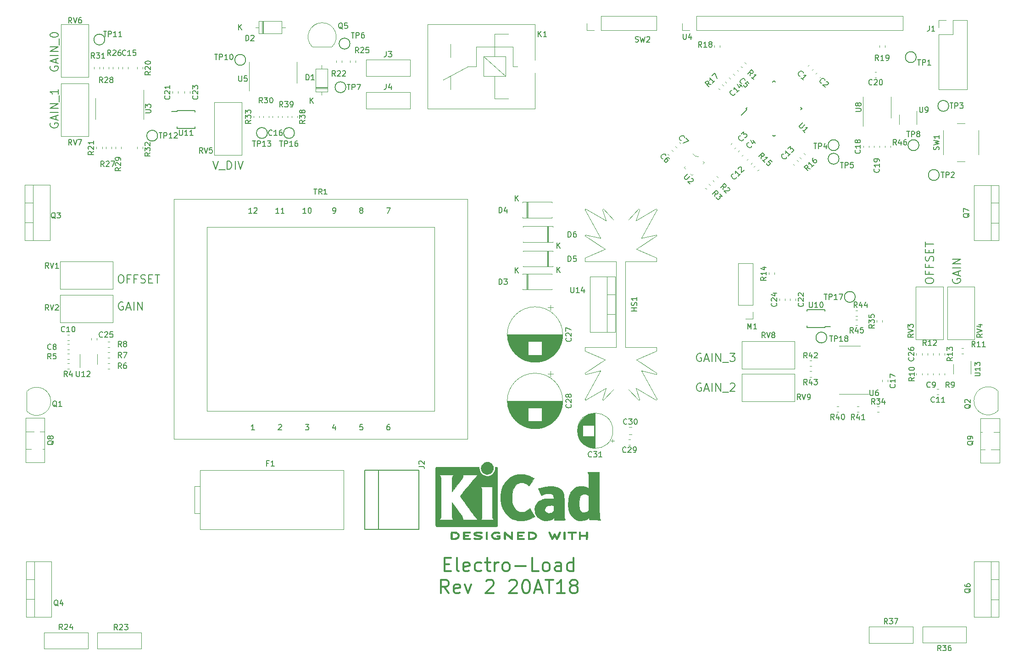
<source format=gto>
G04 #@! TF.GenerationSoftware,KiCad,Pcbnew,(5.1.5)-3*
G04 #@! TF.CreationDate,2020-04-25T14:47:18+02:00*
G04 #@! TF.ProjectId,electro-load,656c6563-7472-46f2-9d6c-6f61642e6b69,rev?*
G04 #@! TF.SameCoordinates,Original*
G04 #@! TF.FileFunction,Legend,Top*
G04 #@! TF.FilePolarity,Positive*
%FSLAX46Y46*%
G04 Gerber Fmt 4.6, Leading zero omitted, Abs format (unit mm)*
G04 Created by KiCad (PCBNEW (5.1.5)-3) date 2020-04-25 14:47:18*
%MOMM*%
%LPD*%
G04 APERTURE LIST*
%ADD10C,0.150000*%
%ADD11C,0.300000*%
%ADD12C,0.120000*%
%ADD13C,0.010000*%
%ADD14C,0.100000*%
G04 APERTURE END LIST*
D10*
X96178571Y-57178571D02*
X96678571Y-58678571D01*
X97178571Y-57178571D01*
X97321428Y-58821428D02*
X98464285Y-58821428D01*
X98821428Y-58678571D02*
X98821428Y-57178571D01*
X99178571Y-57178571D01*
X99392857Y-57250000D01*
X99535714Y-57392857D01*
X99607142Y-57535714D01*
X99678571Y-57821428D01*
X99678571Y-58035714D01*
X99607142Y-58321428D01*
X99535714Y-58464285D01*
X99392857Y-58607142D01*
X99178571Y-58678571D01*
X98821428Y-58678571D01*
X100321428Y-58678571D02*
X100321428Y-57178571D01*
X100821428Y-57178571D02*
X101321428Y-58678571D01*
X101821428Y-57178571D01*
X186321428Y-98250000D02*
X186178571Y-98178571D01*
X185964285Y-98178571D01*
X185750000Y-98250000D01*
X185607142Y-98392857D01*
X185535714Y-98535714D01*
X185464285Y-98821428D01*
X185464285Y-99035714D01*
X185535714Y-99321428D01*
X185607142Y-99464285D01*
X185750000Y-99607142D01*
X185964285Y-99678571D01*
X186107142Y-99678571D01*
X186321428Y-99607142D01*
X186392857Y-99535714D01*
X186392857Y-99035714D01*
X186107142Y-99035714D01*
X186964285Y-99250000D02*
X187678571Y-99250000D01*
X186821428Y-99678571D02*
X187321428Y-98178571D01*
X187821428Y-99678571D01*
X188321428Y-99678571D02*
X188321428Y-98178571D01*
X189035714Y-99678571D02*
X189035714Y-98178571D01*
X189892857Y-99678571D01*
X189892857Y-98178571D01*
X190250000Y-99821428D02*
X191392857Y-99821428D01*
X191678571Y-98321428D02*
X191750000Y-98250000D01*
X191892857Y-98178571D01*
X192250000Y-98178571D01*
X192392857Y-98250000D01*
X192464285Y-98321428D01*
X192535714Y-98464285D01*
X192535714Y-98607142D01*
X192464285Y-98821428D01*
X191607142Y-99678571D01*
X192535714Y-99678571D01*
X186321428Y-92750000D02*
X186178571Y-92678571D01*
X185964285Y-92678571D01*
X185750000Y-92750000D01*
X185607142Y-92892857D01*
X185535714Y-93035714D01*
X185464285Y-93321428D01*
X185464285Y-93535714D01*
X185535714Y-93821428D01*
X185607142Y-93964285D01*
X185750000Y-94107142D01*
X185964285Y-94178571D01*
X186107142Y-94178571D01*
X186321428Y-94107142D01*
X186392857Y-94035714D01*
X186392857Y-93535714D01*
X186107142Y-93535714D01*
X186964285Y-93750000D02*
X187678571Y-93750000D01*
X186821428Y-94178571D02*
X187321428Y-92678571D01*
X187821428Y-94178571D01*
X188321428Y-94178571D02*
X188321428Y-92678571D01*
X189035714Y-94178571D02*
X189035714Y-92678571D01*
X189892857Y-94178571D01*
X189892857Y-92678571D01*
X190250000Y-94321428D02*
X191392857Y-94321428D01*
X191607142Y-92678571D02*
X192535714Y-92678571D01*
X192035714Y-93250000D01*
X192250000Y-93250000D01*
X192392857Y-93321428D01*
X192464285Y-93392857D01*
X192535714Y-93535714D01*
X192535714Y-93892857D01*
X192464285Y-94035714D01*
X192392857Y-94107142D01*
X192250000Y-94178571D01*
X191821428Y-94178571D01*
X191678571Y-94107142D01*
X191607142Y-94035714D01*
X66250000Y-39678571D02*
X66178571Y-39821428D01*
X66178571Y-40035714D01*
X66250000Y-40250000D01*
X66392857Y-40392857D01*
X66535714Y-40464285D01*
X66821428Y-40535714D01*
X67035714Y-40535714D01*
X67321428Y-40464285D01*
X67464285Y-40392857D01*
X67607142Y-40250000D01*
X67678571Y-40035714D01*
X67678571Y-39892857D01*
X67607142Y-39678571D01*
X67535714Y-39607142D01*
X67035714Y-39607142D01*
X67035714Y-39892857D01*
X67250000Y-39035714D02*
X67250000Y-38321428D01*
X67678571Y-39178571D02*
X66178571Y-38678571D01*
X67678571Y-38178571D01*
X67678571Y-37678571D02*
X66178571Y-37678571D01*
X67678571Y-36964285D02*
X66178571Y-36964285D01*
X67678571Y-36107142D01*
X66178571Y-36107142D01*
X67821428Y-35750000D02*
X67821428Y-34607142D01*
X66178571Y-33964285D02*
X66178571Y-33821428D01*
X66250000Y-33678571D01*
X66321428Y-33607142D01*
X66464285Y-33535714D01*
X66750000Y-33464285D01*
X67107142Y-33464285D01*
X67392857Y-33535714D01*
X67535714Y-33607142D01*
X67607142Y-33678571D01*
X67678571Y-33821428D01*
X67678571Y-33964285D01*
X67607142Y-34107142D01*
X67535714Y-34178571D01*
X67392857Y-34250000D01*
X67107142Y-34321428D01*
X66750000Y-34321428D01*
X66464285Y-34250000D01*
X66321428Y-34178571D01*
X66250000Y-34107142D01*
X66178571Y-33964285D01*
X66250000Y-50178571D02*
X66178571Y-50321428D01*
X66178571Y-50535714D01*
X66250000Y-50750000D01*
X66392857Y-50892857D01*
X66535714Y-50964285D01*
X66821428Y-51035714D01*
X67035714Y-51035714D01*
X67321428Y-50964285D01*
X67464285Y-50892857D01*
X67607142Y-50750000D01*
X67678571Y-50535714D01*
X67678571Y-50392857D01*
X67607142Y-50178571D01*
X67535714Y-50107142D01*
X67035714Y-50107142D01*
X67035714Y-50392857D01*
X67250000Y-49535714D02*
X67250000Y-48821428D01*
X67678571Y-49678571D02*
X66178571Y-49178571D01*
X67678571Y-48678571D01*
X67678571Y-48178571D02*
X66178571Y-48178571D01*
X67678571Y-47464285D02*
X66178571Y-47464285D01*
X67678571Y-46607142D01*
X66178571Y-46607142D01*
X67821428Y-46250000D02*
X67821428Y-45107142D01*
X67678571Y-43964285D02*
X67678571Y-44821428D01*
X67678571Y-44392857D02*
X66178571Y-44392857D01*
X66392857Y-44535714D01*
X66535714Y-44678571D01*
X66607142Y-44821428D01*
X79607142Y-83250000D02*
X79464285Y-83178571D01*
X79250000Y-83178571D01*
X79035714Y-83250000D01*
X78892857Y-83392857D01*
X78821428Y-83535714D01*
X78750000Y-83821428D01*
X78750000Y-84035714D01*
X78821428Y-84321428D01*
X78892857Y-84464285D01*
X79035714Y-84607142D01*
X79250000Y-84678571D01*
X79392857Y-84678571D01*
X79607142Y-84607142D01*
X79678571Y-84535714D01*
X79678571Y-84035714D01*
X79392857Y-84035714D01*
X80250000Y-84250000D02*
X80964285Y-84250000D01*
X80107142Y-84678571D02*
X80607142Y-83178571D01*
X81107142Y-84678571D01*
X81607142Y-84678571D02*
X81607142Y-83178571D01*
X82321428Y-84678571D02*
X82321428Y-83178571D01*
X83178571Y-84678571D01*
X83178571Y-83178571D01*
X79107142Y-78178571D02*
X79392857Y-78178571D01*
X79535714Y-78250000D01*
X79678571Y-78392857D01*
X79750000Y-78678571D01*
X79750000Y-79178571D01*
X79678571Y-79464285D01*
X79535714Y-79607142D01*
X79392857Y-79678571D01*
X79107142Y-79678571D01*
X78964285Y-79607142D01*
X78821428Y-79464285D01*
X78750000Y-79178571D01*
X78750000Y-78678571D01*
X78821428Y-78392857D01*
X78964285Y-78250000D01*
X79107142Y-78178571D01*
X80892857Y-78892857D02*
X80392857Y-78892857D01*
X80392857Y-79678571D02*
X80392857Y-78178571D01*
X81107142Y-78178571D01*
X82178571Y-78892857D02*
X81678571Y-78892857D01*
X81678571Y-79678571D02*
X81678571Y-78178571D01*
X82392857Y-78178571D01*
X82892857Y-79607142D02*
X83107142Y-79678571D01*
X83464285Y-79678571D01*
X83607142Y-79607142D01*
X83678571Y-79535714D01*
X83750000Y-79392857D01*
X83750000Y-79250000D01*
X83678571Y-79107142D01*
X83607142Y-79035714D01*
X83464285Y-78964285D01*
X83178571Y-78892857D01*
X83035714Y-78821428D01*
X82964285Y-78750000D01*
X82892857Y-78607142D01*
X82892857Y-78464285D01*
X82964285Y-78321428D01*
X83035714Y-78250000D01*
X83178571Y-78178571D01*
X83535714Y-78178571D01*
X83750000Y-78250000D01*
X84392857Y-78892857D02*
X84892857Y-78892857D01*
X85107142Y-79678571D02*
X84392857Y-79678571D01*
X84392857Y-78178571D01*
X85107142Y-78178571D01*
X85535714Y-78178571D02*
X86392857Y-78178571D01*
X85964285Y-79678571D02*
X85964285Y-78178571D01*
X232750000Y-78892857D02*
X232678571Y-79035714D01*
X232678571Y-79250000D01*
X232750000Y-79464285D01*
X232892857Y-79607142D01*
X233035714Y-79678571D01*
X233321428Y-79750000D01*
X233535714Y-79750000D01*
X233821428Y-79678571D01*
X233964285Y-79607142D01*
X234107142Y-79464285D01*
X234178571Y-79250000D01*
X234178571Y-79107142D01*
X234107142Y-78892857D01*
X234035714Y-78821428D01*
X233535714Y-78821428D01*
X233535714Y-79107142D01*
X233750000Y-78250000D02*
X233750000Y-77535714D01*
X234178571Y-78392857D02*
X232678571Y-77892857D01*
X234178571Y-77392857D01*
X234178571Y-76892857D02*
X232678571Y-76892857D01*
X234178571Y-76178571D02*
X232678571Y-76178571D01*
X234178571Y-75321428D01*
X232678571Y-75321428D01*
X227678571Y-79392857D02*
X227678571Y-79107142D01*
X227750000Y-78964285D01*
X227892857Y-78821428D01*
X228178571Y-78750000D01*
X228678571Y-78750000D01*
X228964285Y-78821428D01*
X229107142Y-78964285D01*
X229178571Y-79107142D01*
X229178571Y-79392857D01*
X229107142Y-79535714D01*
X228964285Y-79678571D01*
X228678571Y-79750000D01*
X228178571Y-79750000D01*
X227892857Y-79678571D01*
X227750000Y-79535714D01*
X227678571Y-79392857D01*
X228392857Y-77607142D02*
X228392857Y-78107142D01*
X229178571Y-78107142D02*
X227678571Y-78107142D01*
X227678571Y-77392857D01*
X228392857Y-76321428D02*
X228392857Y-76821428D01*
X229178571Y-76821428D02*
X227678571Y-76821428D01*
X227678571Y-76107142D01*
X229107142Y-75607142D02*
X229178571Y-75392857D01*
X229178571Y-75035714D01*
X229107142Y-74892857D01*
X229035714Y-74821428D01*
X228892857Y-74750000D01*
X228750000Y-74750000D01*
X228607142Y-74821428D01*
X228535714Y-74892857D01*
X228464285Y-75035714D01*
X228392857Y-75321428D01*
X228321428Y-75464285D01*
X228250000Y-75535714D01*
X228107142Y-75607142D01*
X227964285Y-75607142D01*
X227821428Y-75535714D01*
X227750000Y-75464285D01*
X227678571Y-75321428D01*
X227678571Y-74964285D01*
X227750000Y-74750000D01*
X228392857Y-74107142D02*
X228392857Y-73607142D01*
X229178571Y-73392857D02*
X229178571Y-74107142D01*
X227678571Y-74107142D01*
X227678571Y-73392857D01*
X227678571Y-72964285D02*
X227678571Y-72107142D01*
X229178571Y-72535714D02*
X227678571Y-72535714D01*
D11*
X138945238Y-131596428D02*
X139778571Y-131596428D01*
X140135714Y-132905952D02*
X138945238Y-132905952D01*
X138945238Y-130405952D01*
X140135714Y-130405952D01*
X141564285Y-132905952D02*
X141326190Y-132786904D01*
X141207142Y-132548809D01*
X141207142Y-130405952D01*
X143469047Y-132786904D02*
X143230952Y-132905952D01*
X142754761Y-132905952D01*
X142516666Y-132786904D01*
X142397619Y-132548809D01*
X142397619Y-131596428D01*
X142516666Y-131358333D01*
X142754761Y-131239285D01*
X143230952Y-131239285D01*
X143469047Y-131358333D01*
X143588095Y-131596428D01*
X143588095Y-131834523D01*
X142397619Y-132072619D01*
X145730952Y-132786904D02*
X145492857Y-132905952D01*
X145016666Y-132905952D01*
X144778571Y-132786904D01*
X144659523Y-132667857D01*
X144540476Y-132429761D01*
X144540476Y-131715476D01*
X144659523Y-131477380D01*
X144778571Y-131358333D01*
X145016666Y-131239285D01*
X145492857Y-131239285D01*
X145730952Y-131358333D01*
X146445238Y-131239285D02*
X147397619Y-131239285D01*
X146802380Y-130405952D02*
X146802380Y-132548809D01*
X146921428Y-132786904D01*
X147159523Y-132905952D01*
X147397619Y-132905952D01*
X148230952Y-132905952D02*
X148230952Y-131239285D01*
X148230952Y-131715476D02*
X148350000Y-131477380D01*
X148469047Y-131358333D01*
X148707142Y-131239285D01*
X148945238Y-131239285D01*
X150135714Y-132905952D02*
X149897619Y-132786904D01*
X149778571Y-132667857D01*
X149659523Y-132429761D01*
X149659523Y-131715476D01*
X149778571Y-131477380D01*
X149897619Y-131358333D01*
X150135714Y-131239285D01*
X150492857Y-131239285D01*
X150730952Y-131358333D01*
X150850000Y-131477380D01*
X150969047Y-131715476D01*
X150969047Y-132429761D01*
X150850000Y-132667857D01*
X150730952Y-132786904D01*
X150492857Y-132905952D01*
X150135714Y-132905952D01*
X152040476Y-131953571D02*
X153945238Y-131953571D01*
X156326190Y-132905952D02*
X155135714Y-132905952D01*
X155135714Y-130405952D01*
X157516666Y-132905952D02*
X157278571Y-132786904D01*
X157159523Y-132667857D01*
X157040476Y-132429761D01*
X157040476Y-131715476D01*
X157159523Y-131477380D01*
X157278571Y-131358333D01*
X157516666Y-131239285D01*
X157873809Y-131239285D01*
X158111904Y-131358333D01*
X158230952Y-131477380D01*
X158350000Y-131715476D01*
X158350000Y-132429761D01*
X158230952Y-132667857D01*
X158111904Y-132786904D01*
X157873809Y-132905952D01*
X157516666Y-132905952D01*
X160492857Y-132905952D02*
X160492857Y-131596428D01*
X160373809Y-131358333D01*
X160135714Y-131239285D01*
X159659523Y-131239285D01*
X159421428Y-131358333D01*
X160492857Y-132786904D02*
X160254761Y-132905952D01*
X159659523Y-132905952D01*
X159421428Y-132786904D01*
X159302380Y-132548809D01*
X159302380Y-132310714D01*
X159421428Y-132072619D01*
X159659523Y-131953571D01*
X160254761Y-131953571D01*
X160492857Y-131834523D01*
X162754761Y-132905952D02*
X162754761Y-130405952D01*
X162754761Y-132786904D02*
X162516666Y-132905952D01*
X162040476Y-132905952D01*
X161802380Y-132786904D01*
X161683333Y-132667857D01*
X161564285Y-132429761D01*
X161564285Y-131715476D01*
X161683333Y-131477380D01*
X161802380Y-131358333D01*
X162040476Y-131239285D01*
X162516666Y-131239285D01*
X162754761Y-131358333D01*
X139719047Y-136955952D02*
X138885714Y-135765476D01*
X138290476Y-136955952D02*
X138290476Y-134455952D01*
X139242857Y-134455952D01*
X139480952Y-134575000D01*
X139600000Y-134694047D01*
X139719047Y-134932142D01*
X139719047Y-135289285D01*
X139600000Y-135527380D01*
X139480952Y-135646428D01*
X139242857Y-135765476D01*
X138290476Y-135765476D01*
X141742857Y-136836904D02*
X141504761Y-136955952D01*
X141028571Y-136955952D01*
X140790476Y-136836904D01*
X140671428Y-136598809D01*
X140671428Y-135646428D01*
X140790476Y-135408333D01*
X141028571Y-135289285D01*
X141504761Y-135289285D01*
X141742857Y-135408333D01*
X141861904Y-135646428D01*
X141861904Y-135884523D01*
X140671428Y-136122619D01*
X142695238Y-135289285D02*
X143290476Y-136955952D01*
X143885714Y-135289285D01*
X146623809Y-134694047D02*
X146742857Y-134575000D01*
X146980952Y-134455952D01*
X147576190Y-134455952D01*
X147814285Y-134575000D01*
X147933333Y-134694047D01*
X148052380Y-134932142D01*
X148052380Y-135170238D01*
X147933333Y-135527380D01*
X146504761Y-136955952D01*
X148052380Y-136955952D01*
X150909523Y-134694047D02*
X151028571Y-134575000D01*
X151266666Y-134455952D01*
X151861904Y-134455952D01*
X152100000Y-134575000D01*
X152219047Y-134694047D01*
X152338095Y-134932142D01*
X152338095Y-135170238D01*
X152219047Y-135527380D01*
X150790476Y-136955952D01*
X152338095Y-136955952D01*
X153885714Y-134455952D02*
X154123809Y-134455952D01*
X154361904Y-134575000D01*
X154480952Y-134694047D01*
X154600000Y-134932142D01*
X154719047Y-135408333D01*
X154719047Y-136003571D01*
X154600000Y-136479761D01*
X154480952Y-136717857D01*
X154361904Y-136836904D01*
X154123809Y-136955952D01*
X153885714Y-136955952D01*
X153647619Y-136836904D01*
X153528571Y-136717857D01*
X153409523Y-136479761D01*
X153290476Y-136003571D01*
X153290476Y-135408333D01*
X153409523Y-134932142D01*
X153528571Y-134694047D01*
X153647619Y-134575000D01*
X153885714Y-134455952D01*
X155671428Y-136241666D02*
X156861904Y-136241666D01*
X155433333Y-136955952D02*
X156266666Y-134455952D01*
X157100000Y-136955952D01*
X157576190Y-134455952D02*
X159004761Y-134455952D01*
X158290476Y-136955952D02*
X158290476Y-134455952D01*
X161147619Y-136955952D02*
X159719047Y-136955952D01*
X160433333Y-136955952D02*
X160433333Y-134455952D01*
X160195238Y-134813095D01*
X159957142Y-135051190D01*
X159719047Y-135170238D01*
X162576190Y-135527380D02*
X162338095Y-135408333D01*
X162219047Y-135289285D01*
X162100000Y-135051190D01*
X162100000Y-134932142D01*
X162219047Y-134694047D01*
X162338095Y-134575000D01*
X162576190Y-134455952D01*
X163052380Y-134455952D01*
X163290476Y-134575000D01*
X163409523Y-134694047D01*
X163528571Y-134932142D01*
X163528571Y-135051190D01*
X163409523Y-135289285D01*
X163290476Y-135408333D01*
X163052380Y-135527380D01*
X162576190Y-135527380D01*
X162338095Y-135646428D01*
X162219047Y-135765476D01*
X162100000Y-136003571D01*
X162100000Y-136479761D01*
X162219047Y-136717857D01*
X162338095Y-136836904D01*
X162576190Y-136955952D01*
X163052380Y-136955952D01*
X163290476Y-136836904D01*
X163409523Y-136717857D01*
X163528571Y-136479761D01*
X163528571Y-136003571D01*
X163409523Y-135765476D01*
X163290476Y-135646428D01*
X163052380Y-135527380D01*
D12*
X238710000Y-110391000D02*
X237880000Y-110391000D01*
X241370000Y-110391000D02*
X239790000Y-110391000D01*
X238200000Y-107190000D02*
X237880000Y-107190000D01*
X241370000Y-107190000D02*
X240300000Y-107190000D01*
X241370000Y-112910000D02*
X237880000Y-112910000D01*
X241370000Y-104670000D02*
X237880000Y-104670000D01*
X237880000Y-104670000D02*
X237880000Y-112910000D01*
X241370000Y-104670000D02*
X241370000Y-112910000D01*
X64290000Y-107109000D02*
X65120000Y-107109000D01*
X61630000Y-107109000D02*
X63210000Y-107109000D01*
X64800000Y-110310000D02*
X65120000Y-110310000D01*
X61630000Y-110310000D02*
X62700000Y-110310000D01*
X61630000Y-104590000D02*
X65120000Y-104590000D01*
X61630000Y-112830000D02*
X65120000Y-112830000D01*
X65120000Y-112830000D02*
X65120000Y-104590000D01*
X61630000Y-112830000D02*
X61630000Y-104590000D01*
X235000000Y-50250000D02*
X233500000Y-50250000D01*
X231000000Y-51500000D02*
X231000000Y-56000000D01*
X233500000Y-57250000D02*
X235000000Y-57250000D01*
X237500000Y-56000000D02*
X237500000Y-51500000D01*
X168610000Y-73445354D02*
X164890000Y-70945354D01*
X164890000Y-70945354D02*
X164950000Y-70765354D01*
X164950000Y-70765354D02*
X167750000Y-71425354D01*
X167750000Y-71425354D02*
X164870000Y-66125354D01*
X164990000Y-66005354D02*
X168760000Y-68155354D01*
X168080000Y-66105354D02*
X168230000Y-66015354D01*
X168760000Y-68155354D02*
X168080000Y-66105354D01*
X168230000Y-66015354D02*
X170120000Y-67975354D01*
X164870000Y-66125354D02*
X164990000Y-66005354D01*
X178100000Y-75065354D02*
X174390000Y-73455354D01*
X172350000Y-75735354D02*
X178100000Y-75735354D01*
X178100000Y-75735354D02*
X178100000Y-75065354D01*
X175250000Y-71425354D02*
X178130000Y-66125354D01*
X178110000Y-70945354D02*
X178050000Y-70765354D01*
X178050000Y-70765354D02*
X175250000Y-71425354D01*
X174390000Y-73445354D02*
X178110000Y-70945354D01*
X174770000Y-66015354D02*
X172880000Y-67975354D01*
X178010000Y-66005354D02*
X174240000Y-68155354D01*
X174920000Y-66105354D02*
X174770000Y-66015354D01*
X178130000Y-66125354D02*
X178010000Y-66005354D01*
X174240000Y-68155354D02*
X174920000Y-66105354D01*
X172350000Y-83635354D02*
X172350000Y-75735354D01*
X170650000Y-75735354D02*
X164900000Y-75735354D01*
X164900000Y-75735354D02*
X164900000Y-75065354D01*
X164900000Y-75065354D02*
X168610000Y-73455354D01*
X170650000Y-83635354D02*
X170650000Y-75735354D01*
X178050000Y-96505354D02*
X175250000Y-95845354D01*
X178110000Y-96325354D02*
X178050000Y-96505354D01*
X174390000Y-93825354D02*
X178110000Y-96325354D01*
X175250000Y-95845354D02*
X178130000Y-101145354D01*
X174770000Y-101255354D02*
X172880000Y-99295354D01*
X174240000Y-99115354D02*
X174920000Y-101165354D01*
X178010000Y-101265354D02*
X174240000Y-99115354D01*
X178130000Y-101145354D02*
X178010000Y-101265354D01*
X174920000Y-101165354D02*
X174770000Y-101255354D01*
X178100000Y-92205354D02*
X174390000Y-93815354D01*
X172350000Y-83635354D02*
X172350000Y-91535354D01*
X172350000Y-91535354D02*
X178100000Y-91535354D01*
X178100000Y-91535354D02*
X178100000Y-92205354D01*
X170650000Y-83635354D02*
X170650000Y-91535354D01*
X170650000Y-91535354D02*
X164900000Y-91535354D01*
X164900000Y-91535354D02*
X164900000Y-92205354D01*
X164900000Y-92205354D02*
X168610000Y-93815354D01*
X168610000Y-93825354D02*
X164890000Y-96325354D01*
X164890000Y-96325354D02*
X164950000Y-96505354D01*
X164950000Y-96505354D02*
X167750000Y-95845354D01*
X167750000Y-95845354D02*
X164870000Y-101145354D01*
X164870000Y-101145354D02*
X164990000Y-101265354D01*
X164990000Y-101265354D02*
X168760000Y-99115354D01*
X168760000Y-99115354D02*
X168080000Y-101165354D01*
X168080000Y-101165354D02*
X168230000Y-101255354D01*
X168230000Y-101255354D02*
X170120000Y-99295354D01*
D10*
X226500000Y-54250000D02*
G75*
G03X226500000Y-54250000I-1000000J0D01*
G01*
X232000000Y-47000000D02*
G75*
G03X232000000Y-47000000I-1000000J0D01*
G01*
D12*
X132600000Y-47500000D02*
X124500000Y-47500000D01*
X124500000Y-44500000D02*
X132600000Y-44500000D01*
X132600000Y-47500000D02*
X132600000Y-44500000D01*
X124500000Y-44500000D02*
X124500000Y-47500000D01*
D10*
X194782575Y-47659099D02*
X193774948Y-48666726D01*
X199750000Y-42373476D02*
X199520190Y-42603286D01*
X204876524Y-47500000D02*
X204646714Y-47729810D01*
X199750000Y-52626524D02*
X199979810Y-52396714D01*
X194623476Y-47500000D02*
X194853286Y-47270190D01*
X199750000Y-52626524D02*
X199520190Y-52396714D01*
X204876524Y-47500000D02*
X204646714Y-47270190D01*
X199750000Y-42373476D02*
X199979810Y-42603286D01*
X194623476Y-47500000D02*
X194782575Y-47659099D01*
D12*
X221260000Y-54662779D02*
X221260000Y-54337221D01*
X220240000Y-54662779D02*
X220240000Y-54337221D01*
X102865000Y-40800000D02*
X102865000Y-44250000D01*
X102865000Y-40800000D02*
X102865000Y-38850000D01*
X111735000Y-40800000D02*
X111735000Y-42750000D01*
X111735000Y-40800000D02*
X111735000Y-38850000D01*
X213750000Y-100185000D02*
X217200000Y-100185000D01*
X213750000Y-100185000D02*
X211800000Y-100185000D01*
X213750000Y-91315000D02*
X215700000Y-91315000D01*
X213750000Y-91315000D02*
X211800000Y-91315000D01*
D13*
G36*
X165218282Y-125578097D02*
G01*
X165281319Y-125622781D01*
X165336985Y-125678447D01*
X165336985Y-126300080D01*
X165336839Y-126484659D01*
X165336150Y-126629383D01*
X165334537Y-126739755D01*
X165331620Y-126821276D01*
X165327022Y-126879449D01*
X165320361Y-126919777D01*
X165311258Y-126947760D01*
X165299334Y-126968903D01*
X165289981Y-126981468D01*
X165228245Y-127030835D01*
X165157357Y-127036193D01*
X165092566Y-127005919D01*
X165071157Y-126988046D01*
X165056846Y-126964305D01*
X165048214Y-126926075D01*
X165043842Y-126864733D01*
X165042310Y-126771660D01*
X165042163Y-126699758D01*
X165042163Y-126428902D01*
X164044306Y-126428902D01*
X164044306Y-126675307D01*
X164043274Y-126787982D01*
X164039146Y-126865418D01*
X164030371Y-126917708D01*
X164015402Y-126954944D01*
X163997303Y-126981468D01*
X163935221Y-127030696D01*
X163865012Y-127036525D01*
X163797799Y-127001535D01*
X163779448Y-126983193D01*
X163766488Y-126958877D01*
X163757939Y-126921001D01*
X163752825Y-126861978D01*
X163750169Y-126774222D01*
X163748991Y-126650146D01*
X163748854Y-126621669D01*
X163747882Y-126387892D01*
X163747381Y-126195228D01*
X163747544Y-126039435D01*
X163748565Y-125916271D01*
X163750637Y-125821493D01*
X163753953Y-125750859D01*
X163758707Y-125700126D01*
X163765091Y-125665052D01*
X163773300Y-125641393D01*
X163783527Y-125624909D01*
X163794842Y-125612473D01*
X163858849Y-125572694D01*
X163925603Y-125578097D01*
X163988640Y-125622781D01*
X164014149Y-125651610D01*
X164030409Y-125683455D01*
X164039481Y-125728808D01*
X164043426Y-125798166D01*
X164044305Y-125902022D01*
X164044306Y-125906264D01*
X164044306Y-126134080D01*
X165042163Y-126134080D01*
X165042163Y-125895955D01*
X165043181Y-125786251D01*
X165047271Y-125712176D01*
X165055985Y-125664027D01*
X165070875Y-125632101D01*
X165087520Y-125612473D01*
X165151527Y-125572694D01*
X165218282Y-125578097D01*
G37*
X165218282Y-125578097D02*
X165281319Y-125622781D01*
X165336985Y-125678447D01*
X165336985Y-126300080D01*
X165336839Y-126484659D01*
X165336150Y-126629383D01*
X165334537Y-126739755D01*
X165331620Y-126821276D01*
X165327022Y-126879449D01*
X165320361Y-126919777D01*
X165311258Y-126947760D01*
X165299334Y-126968903D01*
X165289981Y-126981468D01*
X165228245Y-127030835D01*
X165157357Y-127036193D01*
X165092566Y-127005919D01*
X165071157Y-126988046D01*
X165056846Y-126964305D01*
X165048214Y-126926075D01*
X165043842Y-126864733D01*
X165042310Y-126771660D01*
X165042163Y-126699758D01*
X165042163Y-126428902D01*
X164044306Y-126428902D01*
X164044306Y-126675307D01*
X164043274Y-126787982D01*
X164039146Y-126865418D01*
X164030371Y-126917708D01*
X164015402Y-126954944D01*
X163997303Y-126981468D01*
X163935221Y-127030696D01*
X163865012Y-127036525D01*
X163797799Y-127001535D01*
X163779448Y-126983193D01*
X163766488Y-126958877D01*
X163757939Y-126921001D01*
X163752825Y-126861978D01*
X163750169Y-126774222D01*
X163748991Y-126650146D01*
X163748854Y-126621669D01*
X163747882Y-126387892D01*
X163747381Y-126195228D01*
X163747544Y-126039435D01*
X163748565Y-125916271D01*
X163750637Y-125821493D01*
X163753953Y-125750859D01*
X163758707Y-125700126D01*
X163765091Y-125665052D01*
X163773300Y-125641393D01*
X163783527Y-125624909D01*
X163794842Y-125612473D01*
X163858849Y-125572694D01*
X163925603Y-125578097D01*
X163988640Y-125622781D01*
X164014149Y-125651610D01*
X164030409Y-125683455D01*
X164039481Y-125728808D01*
X164043426Y-125798166D01*
X164044305Y-125902022D01*
X164044306Y-125906264D01*
X164044306Y-126134080D01*
X165042163Y-126134080D01*
X165042163Y-125895955D01*
X165043181Y-125786251D01*
X165047271Y-125712176D01*
X165055985Y-125664027D01*
X165070875Y-125632101D01*
X165087520Y-125612473D01*
X165151527Y-125572694D01*
X165218282Y-125578097D01*
G36*
X162675463Y-125567310D02*
G01*
X162833581Y-125568070D01*
X162956308Y-125569660D01*
X163048626Y-125572345D01*
X163115519Y-125576390D01*
X163161968Y-125582060D01*
X163192957Y-125589620D01*
X163213468Y-125599335D01*
X163223394Y-125606803D01*
X163274911Y-125672165D01*
X163281143Y-125740028D01*
X163249307Y-125801677D01*
X163228488Y-125826312D01*
X163206085Y-125843110D01*
X163173617Y-125853570D01*
X163122606Y-125859195D01*
X163044570Y-125861483D01*
X162931030Y-125861935D01*
X162908731Y-125861937D01*
X162615556Y-125861937D01*
X162615556Y-126406223D01*
X162615363Y-126577782D01*
X162614486Y-126709789D01*
X162612478Y-126808045D01*
X162608894Y-126878356D01*
X162603287Y-126926523D01*
X162595211Y-126958351D01*
X162584218Y-126979642D01*
X162570199Y-126995866D01*
X162504039Y-127035734D01*
X162434974Y-127032592D01*
X162372340Y-126987105D01*
X162367738Y-126981468D01*
X162352757Y-126960158D01*
X162341343Y-126935225D01*
X162333014Y-126900609D01*
X162327287Y-126850253D01*
X162323679Y-126778098D01*
X162321706Y-126678086D01*
X162320886Y-126544158D01*
X162320735Y-126391825D01*
X162320735Y-125861937D01*
X162040767Y-125861937D01*
X161920622Y-125861124D01*
X161837445Y-125857956D01*
X161782863Y-125851339D01*
X161748506Y-125840179D01*
X161726000Y-125823384D01*
X161723267Y-125820464D01*
X161690406Y-125753690D01*
X161693312Y-125678200D01*
X161731092Y-125612473D01*
X161745702Y-125599724D01*
X161764540Y-125589615D01*
X161792628Y-125581840D01*
X161834990Y-125576095D01*
X161896650Y-125572074D01*
X161982632Y-125569472D01*
X162097958Y-125567982D01*
X162247652Y-125567299D01*
X162436738Y-125567119D01*
X162476972Y-125567116D01*
X162675463Y-125567310D01*
G37*
X162675463Y-125567310D02*
X162833581Y-125568070D01*
X162956308Y-125569660D01*
X163048626Y-125572345D01*
X163115519Y-125576390D01*
X163161968Y-125582060D01*
X163192957Y-125589620D01*
X163213468Y-125599335D01*
X163223394Y-125606803D01*
X163274911Y-125672165D01*
X163281143Y-125740028D01*
X163249307Y-125801677D01*
X163228488Y-125826312D01*
X163206085Y-125843110D01*
X163173617Y-125853570D01*
X163122606Y-125859195D01*
X163044570Y-125861483D01*
X162931030Y-125861935D01*
X162908731Y-125861937D01*
X162615556Y-125861937D01*
X162615556Y-126406223D01*
X162615363Y-126577782D01*
X162614486Y-126709789D01*
X162612478Y-126808045D01*
X162608894Y-126878356D01*
X162603287Y-126926523D01*
X162595211Y-126958351D01*
X162584218Y-126979642D01*
X162570199Y-126995866D01*
X162504039Y-127035734D01*
X162434974Y-127032592D01*
X162372340Y-126987105D01*
X162367738Y-126981468D01*
X162352757Y-126960158D01*
X162341343Y-126935225D01*
X162333014Y-126900609D01*
X162327287Y-126850253D01*
X162323679Y-126778098D01*
X162321706Y-126678086D01*
X162320886Y-126544158D01*
X162320735Y-126391825D01*
X162320735Y-125861937D01*
X162040767Y-125861937D01*
X161920622Y-125861124D01*
X161837445Y-125857956D01*
X161782863Y-125851339D01*
X161748506Y-125840179D01*
X161726000Y-125823384D01*
X161723267Y-125820464D01*
X161690406Y-125753690D01*
X161693312Y-125678200D01*
X161731092Y-125612473D01*
X161745702Y-125599724D01*
X161764540Y-125589615D01*
X161792628Y-125581840D01*
X161834990Y-125576095D01*
X161896650Y-125572074D01*
X161982632Y-125569472D01*
X162097958Y-125567982D01*
X162247652Y-125567299D01*
X162436738Y-125567119D01*
X162476972Y-125567116D01*
X162675463Y-125567310D01*
G36*
X161119647Y-125580797D02*
G01*
X161167285Y-125610469D01*
X161220824Y-125653823D01*
X161220824Y-126299785D01*
X161220653Y-126488738D01*
X161219923Y-126637604D01*
X161218305Y-126751655D01*
X161215471Y-126836159D01*
X161211092Y-126896386D01*
X161204841Y-126937608D01*
X161196389Y-126965093D01*
X161185408Y-126984113D01*
X161177621Y-126993485D01*
X161114463Y-127034654D01*
X161042543Y-127032975D01*
X160979542Y-126997870D01*
X160926002Y-126954516D01*
X160926002Y-125653823D01*
X160979542Y-125610469D01*
X161031215Y-125578933D01*
X161073413Y-125567116D01*
X161119647Y-125580797D01*
G37*
X161119647Y-125580797D02*
X161167285Y-125610469D01*
X161220824Y-125653823D01*
X161220824Y-126299785D01*
X161220653Y-126488738D01*
X161219923Y-126637604D01*
X161218305Y-126751655D01*
X161215471Y-126836159D01*
X161211092Y-126896386D01*
X161204841Y-126937608D01*
X161196389Y-126965093D01*
X161185408Y-126984113D01*
X161177621Y-126993485D01*
X161114463Y-127034654D01*
X161042543Y-127032975D01*
X160979542Y-126997870D01*
X160926002Y-126954516D01*
X160926002Y-125653823D01*
X160979542Y-125610469D01*
X161031215Y-125578933D01*
X161073413Y-125567116D01*
X161119647Y-125580797D01*
G36*
X160227785Y-125571068D02*
G01*
X160267139Y-125585132D01*
X160268658Y-125585820D01*
X160322100Y-125626604D01*
X160351545Y-125668555D01*
X160357307Y-125688224D01*
X160357022Y-125714360D01*
X160348915Y-125751591D01*
X160331208Y-125804551D01*
X160302124Y-125877868D01*
X160259887Y-125976174D01*
X160202720Y-126104099D01*
X160128846Y-126266275D01*
X160088184Y-126354916D01*
X160014759Y-126513158D01*
X159945831Y-126658680D01*
X159884032Y-126786160D01*
X159831991Y-126890279D01*
X159792341Y-126965716D01*
X159767711Y-127007151D01*
X159762837Y-127012875D01*
X159700478Y-127038125D01*
X159630040Y-127034743D01*
X159573548Y-127004033D01*
X159571246Y-127001535D01*
X159548774Y-126967515D01*
X159511078Y-126901251D01*
X159462806Y-126811272D01*
X159408608Y-126706109D01*
X159389130Y-126667356D01*
X159242102Y-126372863D01*
X159081843Y-126692772D01*
X159024641Y-126803306D01*
X158971571Y-126899167D01*
X158926969Y-126973016D01*
X158895170Y-127017516D01*
X158884393Y-127026952D01*
X158800626Y-127039732D01*
X158731504Y-127012875D01*
X158711171Y-126984172D01*
X158675986Y-126920381D01*
X158628819Y-126827779D01*
X158572540Y-126712643D01*
X158510019Y-126581249D01*
X158444127Y-126439875D01*
X158377734Y-126294797D01*
X158313710Y-126152293D01*
X158254926Y-126018640D01*
X158204252Y-125900114D01*
X158164558Y-125802992D01*
X158138715Y-125733552D01*
X158129592Y-125698070D01*
X158129685Y-125696785D01*
X158151881Y-125652137D01*
X158196246Y-125606663D01*
X158198859Y-125604685D01*
X158253386Y-125573863D01*
X158303821Y-125574161D01*
X158322724Y-125579972D01*
X158345759Y-125592530D01*
X158370220Y-125617234D01*
X158399042Y-125659207D01*
X158435160Y-125723575D01*
X158481508Y-125815463D01*
X158541019Y-125939994D01*
X158594687Y-126054946D01*
X158656432Y-126188195D01*
X158711760Y-126308023D01*
X158757797Y-126408171D01*
X158791670Y-126482378D01*
X158810502Y-126524384D01*
X158813249Y-126530955D01*
X158825602Y-126520213D01*
X158853993Y-126475236D01*
X158894645Y-126402588D01*
X158943779Y-126308834D01*
X158963331Y-126270152D01*
X159029565Y-126139535D01*
X159080644Y-126044411D01*
X159120760Y-125979252D01*
X159154104Y-125938525D01*
X159184869Y-125916701D01*
X159217245Y-125908249D01*
X159238344Y-125907294D01*
X159275562Y-125910592D01*
X159308176Y-125924232D01*
X159340582Y-125953834D01*
X159377176Y-126005016D01*
X159422354Y-126083398D01*
X159480512Y-126194600D01*
X159512600Y-126257858D01*
X159564648Y-126358675D01*
X159610044Y-126442280D01*
X159644780Y-126501620D01*
X159664853Y-126529639D01*
X159667583Y-126530806D01*
X159680546Y-126508754D01*
X159709569Y-126451493D01*
X159751745Y-126365016D01*
X159804168Y-126255316D01*
X159863931Y-126128386D01*
X159893329Y-126065339D01*
X159969808Y-125902630D01*
X160031392Y-125777429D01*
X160081278Y-125685651D01*
X160122663Y-125623210D01*
X160158744Y-125586023D01*
X160192719Y-125570004D01*
X160227785Y-125571068D01*
G37*
X160227785Y-125571068D02*
X160267139Y-125585132D01*
X160268658Y-125585820D01*
X160322100Y-125626604D01*
X160351545Y-125668555D01*
X160357307Y-125688224D01*
X160357022Y-125714360D01*
X160348915Y-125751591D01*
X160331208Y-125804551D01*
X160302124Y-125877868D01*
X160259887Y-125976174D01*
X160202720Y-126104099D01*
X160128846Y-126266275D01*
X160088184Y-126354916D01*
X160014759Y-126513158D01*
X159945831Y-126658680D01*
X159884032Y-126786160D01*
X159831991Y-126890279D01*
X159792341Y-126965716D01*
X159767711Y-127007151D01*
X159762837Y-127012875D01*
X159700478Y-127038125D01*
X159630040Y-127034743D01*
X159573548Y-127004033D01*
X159571246Y-127001535D01*
X159548774Y-126967515D01*
X159511078Y-126901251D01*
X159462806Y-126811272D01*
X159408608Y-126706109D01*
X159389130Y-126667356D01*
X159242102Y-126372863D01*
X159081843Y-126692772D01*
X159024641Y-126803306D01*
X158971571Y-126899167D01*
X158926969Y-126973016D01*
X158895170Y-127017516D01*
X158884393Y-127026952D01*
X158800626Y-127039732D01*
X158731504Y-127012875D01*
X158711171Y-126984172D01*
X158675986Y-126920381D01*
X158628819Y-126827779D01*
X158572540Y-126712643D01*
X158510019Y-126581249D01*
X158444127Y-126439875D01*
X158377734Y-126294797D01*
X158313710Y-126152293D01*
X158254926Y-126018640D01*
X158204252Y-125900114D01*
X158164558Y-125802992D01*
X158138715Y-125733552D01*
X158129592Y-125698070D01*
X158129685Y-125696785D01*
X158151881Y-125652137D01*
X158196246Y-125606663D01*
X158198859Y-125604685D01*
X158253386Y-125573863D01*
X158303821Y-125574161D01*
X158322724Y-125579972D01*
X158345759Y-125592530D01*
X158370220Y-125617234D01*
X158399042Y-125659207D01*
X158435160Y-125723575D01*
X158481508Y-125815463D01*
X158541019Y-125939994D01*
X158594687Y-126054946D01*
X158656432Y-126188195D01*
X158711760Y-126308023D01*
X158757797Y-126408171D01*
X158791670Y-126482378D01*
X158810502Y-126524384D01*
X158813249Y-126530955D01*
X158825602Y-126520213D01*
X158853993Y-126475236D01*
X158894645Y-126402588D01*
X158943779Y-126308834D01*
X158963331Y-126270152D01*
X159029565Y-126139535D01*
X159080644Y-126044411D01*
X159120760Y-125979252D01*
X159154104Y-125938525D01*
X159184869Y-125916701D01*
X159217245Y-125908249D01*
X159238344Y-125907294D01*
X159275562Y-125910592D01*
X159308176Y-125924232D01*
X159340582Y-125953834D01*
X159377176Y-126005016D01*
X159422354Y-126083398D01*
X159480512Y-126194600D01*
X159512600Y-126257858D01*
X159564648Y-126358675D01*
X159610044Y-126442280D01*
X159644780Y-126501620D01*
X159664853Y-126529639D01*
X159667583Y-126530806D01*
X159680546Y-126508754D01*
X159709569Y-126451493D01*
X159751745Y-126365016D01*
X159804168Y-126255316D01*
X159863931Y-126128386D01*
X159893329Y-126065339D01*
X159969808Y-125902630D01*
X160031392Y-125777429D01*
X160081278Y-125685651D01*
X160122663Y-125623210D01*
X160158744Y-125586023D01*
X160192719Y-125570004D01*
X160227785Y-125571068D01*
G36*
X154750730Y-125567534D02*
G01*
X155009841Y-125576295D01*
X155230226Y-125602863D01*
X155415519Y-125648828D01*
X155569355Y-125715783D01*
X155695366Y-125805316D01*
X155797187Y-125919019D01*
X155878451Y-126058482D01*
X155880050Y-126061883D01*
X155928549Y-126186702D01*
X155945829Y-126297246D01*
X155931825Y-126408497D01*
X155886468Y-126535433D01*
X155877866Y-126554749D01*
X155819206Y-126667806D01*
X155753280Y-126755165D01*
X155668194Y-126829427D01*
X155552054Y-126903191D01*
X155545307Y-126907042D01*
X155444204Y-126955608D01*
X155329929Y-126991879D01*
X155195141Y-127017106D01*
X155032495Y-127032539D01*
X154834649Y-127039431D01*
X154764747Y-127040030D01*
X154431884Y-127041223D01*
X154384881Y-126981468D01*
X154370938Y-126961819D01*
X154360061Y-126938873D01*
X154351871Y-126907129D01*
X154345987Y-126861082D01*
X154342031Y-126795233D01*
X154340741Y-126746402D01*
X154655377Y-126746402D01*
X154843980Y-126746402D01*
X154954345Y-126743174D01*
X155067641Y-126734681D01*
X155160625Y-126722703D01*
X155166238Y-126721694D01*
X155331390Y-126677388D01*
X155459490Y-126610822D01*
X155554590Y-126518907D01*
X155620743Y-126398555D01*
X155632247Y-126366658D01*
X155643522Y-126316980D01*
X155638640Y-126267900D01*
X155614887Y-126202607D01*
X155600569Y-126170532D01*
X155553682Y-126085297D01*
X155497191Y-126025499D01*
X155435035Y-125983857D01*
X155310532Y-125929668D01*
X155151194Y-125890415D01*
X154965573Y-125867812D01*
X154831136Y-125862837D01*
X154655377Y-125861937D01*
X154655377Y-126746402D01*
X154340741Y-126746402D01*
X154339622Y-126704078D01*
X154338381Y-126582115D01*
X154337928Y-126423841D01*
X154337877Y-126300080D01*
X154337877Y-125678447D01*
X154393543Y-125622781D01*
X154418248Y-125600218D01*
X154444961Y-125584766D01*
X154482264Y-125575098D01*
X154538743Y-125569887D01*
X154622978Y-125567805D01*
X154743555Y-125567524D01*
X154750730Y-125567534D01*
G37*
X154750730Y-125567534D02*
X155009841Y-125576295D01*
X155230226Y-125602863D01*
X155415519Y-125648828D01*
X155569355Y-125715783D01*
X155695366Y-125805316D01*
X155797187Y-125919019D01*
X155878451Y-126058482D01*
X155880050Y-126061883D01*
X155928549Y-126186702D01*
X155945829Y-126297246D01*
X155931825Y-126408497D01*
X155886468Y-126535433D01*
X155877866Y-126554749D01*
X155819206Y-126667806D01*
X155753280Y-126755165D01*
X155668194Y-126829427D01*
X155552054Y-126903191D01*
X155545307Y-126907042D01*
X155444204Y-126955608D01*
X155329929Y-126991879D01*
X155195141Y-127017106D01*
X155032495Y-127032539D01*
X154834649Y-127039431D01*
X154764747Y-127040030D01*
X154431884Y-127041223D01*
X154384881Y-126981468D01*
X154370938Y-126961819D01*
X154360061Y-126938873D01*
X154351871Y-126907129D01*
X154345987Y-126861082D01*
X154342031Y-126795233D01*
X154340741Y-126746402D01*
X154655377Y-126746402D01*
X154843980Y-126746402D01*
X154954345Y-126743174D01*
X155067641Y-126734681D01*
X155160625Y-126722703D01*
X155166238Y-126721694D01*
X155331390Y-126677388D01*
X155459490Y-126610822D01*
X155554590Y-126518907D01*
X155620743Y-126398555D01*
X155632247Y-126366658D01*
X155643522Y-126316980D01*
X155638640Y-126267900D01*
X155614887Y-126202607D01*
X155600569Y-126170532D01*
X155553682Y-126085297D01*
X155497191Y-126025499D01*
X155435035Y-125983857D01*
X155310532Y-125929668D01*
X155151194Y-125890415D01*
X154965573Y-125867812D01*
X154831136Y-125862837D01*
X154655377Y-125861937D01*
X154655377Y-126746402D01*
X154340741Y-126746402D01*
X154339622Y-126704078D01*
X154338381Y-126582115D01*
X154337928Y-126423841D01*
X154337877Y-126300080D01*
X154337877Y-125678447D01*
X154393543Y-125622781D01*
X154418248Y-125600218D01*
X154444961Y-125584766D01*
X154482264Y-125575098D01*
X154538743Y-125569887D01*
X154622978Y-125567805D01*
X154743555Y-125567524D01*
X154750730Y-125567534D01*
G36*
X153167763Y-125567503D02*
G01*
X153321162Y-125569340D01*
X153438715Y-125573634D01*
X153525176Y-125581395D01*
X153585300Y-125593633D01*
X153623840Y-125611358D01*
X153645552Y-125635579D01*
X153655190Y-125667305D01*
X153657508Y-125707546D01*
X153657520Y-125712298D01*
X153655508Y-125757814D01*
X153645995Y-125792992D01*
X153623771Y-125819251D01*
X153583622Y-125838012D01*
X153520336Y-125850696D01*
X153428702Y-125858722D01*
X153303507Y-125863512D01*
X153139539Y-125866484D01*
X153089283Y-125867143D01*
X152602967Y-125873277D01*
X152596165Y-126003678D01*
X152589364Y-126134080D01*
X152927159Y-126134080D01*
X153059127Y-126134567D01*
X153153357Y-126136626D01*
X153217465Y-126141155D01*
X153259064Y-126149053D01*
X153285770Y-126161218D01*
X153305198Y-126178548D01*
X153305322Y-126178686D01*
X153340557Y-126246224D01*
X153339283Y-126319221D01*
X153302304Y-126381448D01*
X153294985Y-126387844D01*
X153269010Y-126404328D01*
X153233417Y-126415796D01*
X153180273Y-126423111D01*
X153101648Y-126427138D01*
X152989610Y-126428740D01*
X152917954Y-126428902D01*
X152591627Y-126428902D01*
X152591627Y-126746402D01*
X153087041Y-126746402D01*
X153250606Y-126746688D01*
X153374817Y-126747857D01*
X153465675Y-126750377D01*
X153529180Y-126754715D01*
X153571333Y-126761337D01*
X153598136Y-126770710D01*
X153615589Y-126783302D01*
X153619987Y-126787875D01*
X153652460Y-126851249D01*
X153654836Y-126923347D01*
X153628195Y-126985858D01*
X153607117Y-127005919D01*
X153585190Y-127016963D01*
X153551215Y-127025508D01*
X153499818Y-127031852D01*
X153425625Y-127036295D01*
X153323261Y-127039136D01*
X153187353Y-127040675D01*
X153012525Y-127041210D01*
X152973000Y-127041223D01*
X152795244Y-127041107D01*
X152657262Y-127040465D01*
X152553476Y-127038857D01*
X152478303Y-127035844D01*
X152426161Y-127030986D01*
X152391471Y-127023844D01*
X152368650Y-127013977D01*
X152352117Y-127000946D01*
X152343047Y-126991589D01*
X152329394Y-126975017D01*
X152318728Y-126954487D01*
X152310680Y-126924616D01*
X152304884Y-126880021D01*
X152300973Y-126815317D01*
X152298577Y-126725120D01*
X152297330Y-126604047D01*
X152296864Y-126446713D01*
X152296806Y-126314291D01*
X152296949Y-126128735D01*
X152297626Y-125983065D01*
X152299212Y-125871811D01*
X152302081Y-125789501D01*
X152306607Y-125730666D01*
X152313164Y-125689834D01*
X152322126Y-125661535D01*
X152333867Y-125640298D01*
X152343809Y-125626871D01*
X152390812Y-125567116D01*
X152973763Y-125567116D01*
X153167763Y-125567503D01*
G37*
X153167763Y-125567503D02*
X153321162Y-125569340D01*
X153438715Y-125573634D01*
X153525176Y-125581395D01*
X153585300Y-125593633D01*
X153623840Y-125611358D01*
X153645552Y-125635579D01*
X153655190Y-125667305D01*
X153657508Y-125707546D01*
X153657520Y-125712298D01*
X153655508Y-125757814D01*
X153645995Y-125792992D01*
X153623771Y-125819251D01*
X153583622Y-125838012D01*
X153520336Y-125850696D01*
X153428702Y-125858722D01*
X153303507Y-125863512D01*
X153139539Y-125866484D01*
X153089283Y-125867143D01*
X152602967Y-125873277D01*
X152596165Y-126003678D01*
X152589364Y-126134080D01*
X152927159Y-126134080D01*
X153059127Y-126134567D01*
X153153357Y-126136626D01*
X153217465Y-126141155D01*
X153259064Y-126149053D01*
X153285770Y-126161218D01*
X153305198Y-126178548D01*
X153305322Y-126178686D01*
X153340557Y-126246224D01*
X153339283Y-126319221D01*
X153302304Y-126381448D01*
X153294985Y-126387844D01*
X153269010Y-126404328D01*
X153233417Y-126415796D01*
X153180273Y-126423111D01*
X153101648Y-126427138D01*
X152989610Y-126428740D01*
X152917954Y-126428902D01*
X152591627Y-126428902D01*
X152591627Y-126746402D01*
X153087041Y-126746402D01*
X153250606Y-126746688D01*
X153374817Y-126747857D01*
X153465675Y-126750377D01*
X153529180Y-126754715D01*
X153571333Y-126761337D01*
X153598136Y-126770710D01*
X153615589Y-126783302D01*
X153619987Y-126787875D01*
X153652460Y-126851249D01*
X153654836Y-126923347D01*
X153628195Y-126985858D01*
X153607117Y-127005919D01*
X153585190Y-127016963D01*
X153551215Y-127025508D01*
X153499818Y-127031852D01*
X153425625Y-127036295D01*
X153323261Y-127039136D01*
X153187353Y-127040675D01*
X153012525Y-127041210D01*
X152973000Y-127041223D01*
X152795244Y-127041107D01*
X152657262Y-127040465D01*
X152553476Y-127038857D01*
X152478303Y-127035844D01*
X152426161Y-127030986D01*
X152391471Y-127023844D01*
X152368650Y-127013977D01*
X152352117Y-127000946D01*
X152343047Y-126991589D01*
X152329394Y-126975017D01*
X152318728Y-126954487D01*
X152310680Y-126924616D01*
X152304884Y-126880021D01*
X152300973Y-126815317D01*
X152298577Y-126725120D01*
X152297330Y-126604047D01*
X152296864Y-126446713D01*
X152296806Y-126314291D01*
X152296949Y-126128735D01*
X152297626Y-125983065D01*
X152299212Y-125871811D01*
X152302081Y-125789501D01*
X152306607Y-125730666D01*
X152313164Y-125689834D01*
X152322126Y-125661535D01*
X152333867Y-125640298D01*
X152343809Y-125626871D01*
X152390812Y-125567116D01*
X152973763Y-125567116D01*
X153167763Y-125567503D01*
G36*
X150093185Y-125575918D02*
G01*
X150140527Y-125603690D01*
X150202428Y-125649108D01*
X150282097Y-125714312D01*
X150382740Y-125801440D01*
X150507568Y-125912633D01*
X150659788Y-126050030D01*
X150834038Y-126207999D01*
X151196895Y-126537050D01*
X151208235Y-126095388D01*
X151212329Y-125943357D01*
X151216278Y-125830140D01*
X151220958Y-125749203D01*
X151227241Y-125694016D01*
X151236002Y-125658045D01*
X151248114Y-125634758D01*
X151264451Y-125617622D01*
X151273113Y-125610421D01*
X151342483Y-125572346D01*
X151408493Y-125577913D01*
X151460856Y-125610440D01*
X151514395Y-125653765D01*
X151521054Y-126286482D01*
X151522897Y-126472564D01*
X151523835Y-126618744D01*
X151523543Y-126730474D01*
X151521697Y-126813205D01*
X151517970Y-126872389D01*
X151512040Y-126913476D01*
X151503580Y-126941919D01*
X151492267Y-126963168D01*
X151479720Y-126980211D01*
X151452576Y-127011818D01*
X151425567Y-127032769D01*
X151394950Y-127040811D01*
X151356977Y-127033688D01*
X151307902Y-127009149D01*
X151243980Y-126964937D01*
X151161465Y-126898799D01*
X151056610Y-126808482D01*
X150925669Y-126691731D01*
X150777342Y-126557582D01*
X150244395Y-126074152D01*
X150233056Y-126514370D01*
X150228955Y-126666124D01*
X150224995Y-126779077D01*
X150220299Y-126859775D01*
X150213987Y-126914764D01*
X150205183Y-126950588D01*
X150193008Y-126973793D01*
X150176583Y-126990924D01*
X150168177Y-126997906D01*
X150093886Y-127036257D01*
X150023688Y-127030472D01*
X149962559Y-126981468D01*
X149948575Y-126961753D01*
X149937676Y-126938729D01*
X149929479Y-126906872D01*
X149923600Y-126860658D01*
X149919656Y-126794563D01*
X149917264Y-126703062D01*
X149916041Y-126580634D01*
X149915602Y-126421752D01*
X149915556Y-126304169D01*
X149915703Y-126120256D01*
X149916401Y-125976175D01*
X149918033Y-125866403D01*
X149920981Y-125785416D01*
X149925631Y-125727691D01*
X149932363Y-125687704D01*
X149941563Y-125659930D01*
X149953614Y-125638846D01*
X149962559Y-125626871D01*
X149985234Y-125598503D01*
X150006425Y-125577085D01*
X150029342Y-125564755D01*
X150057192Y-125563653D01*
X150093185Y-125575918D01*
G37*
X150093185Y-125575918D02*
X150140527Y-125603690D01*
X150202428Y-125649108D01*
X150282097Y-125714312D01*
X150382740Y-125801440D01*
X150507568Y-125912633D01*
X150659788Y-126050030D01*
X150834038Y-126207999D01*
X151196895Y-126537050D01*
X151208235Y-126095388D01*
X151212329Y-125943357D01*
X151216278Y-125830140D01*
X151220958Y-125749203D01*
X151227241Y-125694016D01*
X151236002Y-125658045D01*
X151248114Y-125634758D01*
X151264451Y-125617622D01*
X151273113Y-125610421D01*
X151342483Y-125572346D01*
X151408493Y-125577913D01*
X151460856Y-125610440D01*
X151514395Y-125653765D01*
X151521054Y-126286482D01*
X151522897Y-126472564D01*
X151523835Y-126618744D01*
X151523543Y-126730474D01*
X151521697Y-126813205D01*
X151517970Y-126872389D01*
X151512040Y-126913476D01*
X151503580Y-126941919D01*
X151492267Y-126963168D01*
X151479720Y-126980211D01*
X151452576Y-127011818D01*
X151425567Y-127032769D01*
X151394950Y-127040811D01*
X151356977Y-127033688D01*
X151307902Y-127009149D01*
X151243980Y-126964937D01*
X151161465Y-126898799D01*
X151056610Y-126808482D01*
X150925669Y-126691731D01*
X150777342Y-126557582D01*
X150244395Y-126074152D01*
X150233056Y-126514370D01*
X150228955Y-126666124D01*
X150224995Y-126779077D01*
X150220299Y-126859775D01*
X150213987Y-126914764D01*
X150205183Y-126950588D01*
X150193008Y-126973793D01*
X150176583Y-126990924D01*
X150168177Y-126997906D01*
X150093886Y-127036257D01*
X150023688Y-127030472D01*
X149962559Y-126981468D01*
X149948575Y-126961753D01*
X149937676Y-126938729D01*
X149929479Y-126906872D01*
X149923600Y-126860658D01*
X149919656Y-126794563D01*
X149917264Y-126703062D01*
X149916041Y-126580634D01*
X149915602Y-126421752D01*
X149915556Y-126304169D01*
X149915703Y-126120256D01*
X149916401Y-125976175D01*
X149918033Y-125866403D01*
X149920981Y-125785416D01*
X149925631Y-125727691D01*
X149932363Y-125687704D01*
X149941563Y-125659930D01*
X149953614Y-125638846D01*
X149962559Y-125626871D01*
X149985234Y-125598503D01*
X150006425Y-125577085D01*
X150029342Y-125564755D01*
X150057192Y-125563653D01*
X150093185Y-125575918D01*
G36*
X148787447Y-125578229D02*
G01*
X148925092Y-125601325D01*
X149030806Y-125637228D01*
X149099580Y-125684501D01*
X149118321Y-125711471D01*
X149137379Y-125774198D01*
X149124554Y-125830945D01*
X149084067Y-125884758D01*
X149021158Y-125909933D01*
X148929877Y-125907888D01*
X148859276Y-125894249D01*
X148702394Y-125868263D01*
X148542066Y-125865793D01*
X148362611Y-125886886D01*
X148313042Y-125895823D01*
X148146177Y-125942869D01*
X148015634Y-126012852D01*
X147922844Y-126104579D01*
X147869239Y-126216857D01*
X147858152Y-126274905D01*
X147865409Y-126392676D01*
X147912261Y-126496873D01*
X147994438Y-126585465D01*
X148107671Y-126656421D01*
X148247691Y-126707710D01*
X148410229Y-126737302D01*
X148591015Y-126743166D01*
X148785782Y-126723271D01*
X148796779Y-126721395D01*
X148874246Y-126706966D01*
X148917198Y-126693029D01*
X148935815Y-126672349D01*
X148940276Y-126637693D01*
X148940377Y-126619341D01*
X148940377Y-126542294D01*
X148802815Y-126542294D01*
X148681338Y-126533973D01*
X148598439Y-126507455D01*
X148550206Y-126460412D01*
X148532724Y-126390513D01*
X148532510Y-126381390D01*
X148542739Y-126321645D01*
X148577812Y-126278984D01*
X148643090Y-126250752D01*
X148743930Y-126234294D01*
X148841605Y-126228243D01*
X148983569Y-126224771D01*
X149086543Y-126230069D01*
X149156773Y-126249616D01*
X149200506Y-126288896D01*
X149223990Y-126353389D01*
X149233471Y-126448577D01*
X149235199Y-126573598D01*
X149232368Y-126713146D01*
X149223853Y-126808070D01*
X149209614Y-126858747D01*
X149206851Y-126862716D01*
X149128670Y-126926039D01*
X149014045Y-126976185D01*
X148870240Y-127012085D01*
X148704524Y-127032667D01*
X148524162Y-127036860D01*
X148336422Y-127023592D01*
X148226002Y-127007295D01*
X148052812Y-126958274D01*
X147891846Y-126878133D01*
X147757076Y-126774121D01*
X147736592Y-126753332D01*
X147670039Y-126665936D01*
X147609989Y-126557621D01*
X147563456Y-126444063D01*
X147537457Y-126340940D01*
X147534324Y-126301334D01*
X147547664Y-126218717D01*
X147583120Y-126115926D01*
X147633889Y-126007729D01*
X147693168Y-125908892D01*
X147745541Y-125842875D01*
X147867994Y-125744675D01*
X148026288Y-125666515D01*
X148214751Y-125610162D01*
X148427710Y-125577386D01*
X148622877Y-125569377D01*
X148787447Y-125578229D01*
G37*
X148787447Y-125578229D02*
X148925092Y-125601325D01*
X149030806Y-125637228D01*
X149099580Y-125684501D01*
X149118321Y-125711471D01*
X149137379Y-125774198D01*
X149124554Y-125830945D01*
X149084067Y-125884758D01*
X149021158Y-125909933D01*
X148929877Y-125907888D01*
X148859276Y-125894249D01*
X148702394Y-125868263D01*
X148542066Y-125865793D01*
X148362611Y-125886886D01*
X148313042Y-125895823D01*
X148146177Y-125942869D01*
X148015634Y-126012852D01*
X147922844Y-126104579D01*
X147869239Y-126216857D01*
X147858152Y-126274905D01*
X147865409Y-126392676D01*
X147912261Y-126496873D01*
X147994438Y-126585465D01*
X148107671Y-126656421D01*
X148247691Y-126707710D01*
X148410229Y-126737302D01*
X148591015Y-126743166D01*
X148785782Y-126723271D01*
X148796779Y-126721395D01*
X148874246Y-126706966D01*
X148917198Y-126693029D01*
X148935815Y-126672349D01*
X148940276Y-126637693D01*
X148940377Y-126619341D01*
X148940377Y-126542294D01*
X148802815Y-126542294D01*
X148681338Y-126533973D01*
X148598439Y-126507455D01*
X148550206Y-126460412D01*
X148532724Y-126390513D01*
X148532510Y-126381390D01*
X148542739Y-126321645D01*
X148577812Y-126278984D01*
X148643090Y-126250752D01*
X148743930Y-126234294D01*
X148841605Y-126228243D01*
X148983569Y-126224771D01*
X149086543Y-126230069D01*
X149156773Y-126249616D01*
X149200506Y-126288896D01*
X149223990Y-126353389D01*
X149233471Y-126448577D01*
X149235199Y-126573598D01*
X149232368Y-126713146D01*
X149223853Y-126808070D01*
X149209614Y-126858747D01*
X149206851Y-126862716D01*
X149128670Y-126926039D01*
X149014045Y-126976185D01*
X148870240Y-127012085D01*
X148704524Y-127032667D01*
X148524162Y-127036860D01*
X148336422Y-127023592D01*
X148226002Y-127007295D01*
X148052812Y-126958274D01*
X147891846Y-126878133D01*
X147757076Y-126774121D01*
X147736592Y-126753332D01*
X147670039Y-126665936D01*
X147609989Y-126557621D01*
X147563456Y-126444063D01*
X147537457Y-126340940D01*
X147534324Y-126301334D01*
X147547664Y-126218717D01*
X147583120Y-126115926D01*
X147633889Y-126007729D01*
X147693168Y-125908892D01*
X147745541Y-125842875D01*
X147867994Y-125744675D01*
X148026288Y-125666515D01*
X148214751Y-125610162D01*
X148427710Y-125577386D01*
X148622877Y-125569377D01*
X148787447Y-125578229D01*
G36*
X146831270Y-125612473D02*
G01*
X146844491Y-125627687D01*
X146854861Y-125647314D01*
X146862727Y-125676611D01*
X146868433Y-125720836D01*
X146872323Y-125785247D01*
X146874742Y-125875101D01*
X146876036Y-125995657D01*
X146876548Y-126152171D01*
X146876627Y-126304169D01*
X146876487Y-126492701D01*
X146875838Y-126641133D01*
X146874334Y-126754724D01*
X146871631Y-126838732D01*
X146867384Y-126898413D01*
X146861248Y-126939025D01*
X146852879Y-126965827D01*
X146841931Y-126984076D01*
X146831270Y-126995866D01*
X146764969Y-127035403D01*
X146694324Y-127031854D01*
X146631116Y-126988734D01*
X146616593Y-126971900D01*
X146605243Y-126952367D01*
X146596675Y-126924738D01*
X146590498Y-126883612D01*
X146586322Y-126823591D01*
X146583755Y-126739274D01*
X146582408Y-126625263D01*
X146581888Y-126476157D01*
X146581806Y-126307346D01*
X146581806Y-125678447D01*
X146637472Y-125622781D01*
X146706086Y-125575948D01*
X146772643Y-125574261D01*
X146831270Y-125612473D01*
G37*
X146831270Y-125612473D02*
X146844491Y-125627687D01*
X146854861Y-125647314D01*
X146862727Y-125676611D01*
X146868433Y-125720836D01*
X146872323Y-125785247D01*
X146874742Y-125875101D01*
X146876036Y-125995657D01*
X146876548Y-126152171D01*
X146876627Y-126304169D01*
X146876487Y-126492701D01*
X146875838Y-126641133D01*
X146874334Y-126754724D01*
X146871631Y-126838732D01*
X146867384Y-126898413D01*
X146861248Y-126939025D01*
X146852879Y-126965827D01*
X146841931Y-126984076D01*
X146831270Y-126995866D01*
X146764969Y-127035403D01*
X146694324Y-127031854D01*
X146631116Y-126988734D01*
X146616593Y-126971900D01*
X146605243Y-126952367D01*
X146596675Y-126924738D01*
X146590498Y-126883612D01*
X146586322Y-126823591D01*
X146583755Y-126739274D01*
X146582408Y-126625263D01*
X146581888Y-126476157D01*
X146581806Y-126307346D01*
X146581806Y-125678447D01*
X146637472Y-125622781D01*
X146706086Y-125575948D01*
X146772643Y-125574261D01*
X146831270Y-125612473D01*
G36*
X145288654Y-125569696D02*
G01*
X145438952Y-125580203D01*
X145578737Y-125596614D01*
X145699883Y-125618310D01*
X145794266Y-125644673D01*
X145853759Y-125675087D01*
X145862891Y-125684040D01*
X145894645Y-125753511D01*
X145885016Y-125824831D01*
X145835763Y-125885850D01*
X145833413Y-125887598D01*
X145804443Y-125906399D01*
X145774201Y-125916285D01*
X145732019Y-125917486D01*
X145667228Y-125910230D01*
X145569159Y-125894747D01*
X145561270Y-125893444D01*
X145415143Y-125875492D01*
X145257486Y-125866636D01*
X145099364Y-125866550D01*
X144951840Y-125874908D01*
X144825980Y-125891382D01*
X144732848Y-125915646D01*
X144726729Y-125918085D01*
X144659165Y-125955940D01*
X144635427Y-125994250D01*
X144654010Y-126031927D01*
X144713409Y-126067883D01*
X144812119Y-126101029D01*
X144948635Y-126130277D01*
X145039663Y-126144359D01*
X145228882Y-126171446D01*
X145379375Y-126196207D01*
X145497554Y-126220786D01*
X145589829Y-126247328D01*
X145662610Y-126277976D01*
X145722310Y-126314875D01*
X145775338Y-126360168D01*
X145817951Y-126404646D01*
X145868506Y-126466618D01*
X145893385Y-126519907D01*
X145901166Y-126585562D01*
X145901449Y-126609606D01*
X145895605Y-126689394D01*
X145872249Y-126748753D01*
X145831827Y-126801439D01*
X145749676Y-126881977D01*
X145658068Y-126943397D01*
X145550196Y-126987702D01*
X145419255Y-127016895D01*
X145258436Y-127032979D01*
X145060934Y-127037956D01*
X145028324Y-127037872D01*
X144896619Y-127035142D01*
X144766005Y-127028939D01*
X144650719Y-127020153D01*
X144565000Y-127009673D01*
X144558067Y-127008470D01*
X144472841Y-126988281D01*
X144400553Y-126962778D01*
X144359630Y-126939462D01*
X144321546Y-126877952D01*
X144318895Y-126806325D01*
X144351725Y-126742494D01*
X144359070Y-126735276D01*
X144389432Y-126713830D01*
X144427402Y-126704590D01*
X144486168Y-126706163D01*
X144557508Y-126714336D01*
X144637223Y-126721637D01*
X144748971Y-126727797D01*
X144879428Y-126732267D01*
X145015274Y-126734499D01*
X145051002Y-126734646D01*
X145187354Y-126734096D01*
X145287144Y-126731449D01*
X145359152Y-126725786D01*
X145412160Y-126716189D01*
X145454947Y-126701740D01*
X145480660Y-126689705D01*
X145537163Y-126656288D01*
X145573187Y-126626024D01*
X145578452Y-126617445D01*
X145567345Y-126582019D01*
X145514543Y-126547724D01*
X145423704Y-126516117D01*
X145298488Y-126488754D01*
X145261596Y-126482659D01*
X145068902Y-126452393D01*
X144915116Y-126427096D01*
X144794303Y-126404929D01*
X144700525Y-126384053D01*
X144627849Y-126362630D01*
X144570337Y-126338822D01*
X144522055Y-126310791D01*
X144477067Y-126276698D01*
X144429437Y-126234705D01*
X144413409Y-126219982D01*
X144357214Y-126165037D01*
X144327468Y-126121504D01*
X144315831Y-126071688D01*
X144313949Y-126008912D01*
X144334669Y-125885808D01*
X144396591Y-125781214D01*
X144499361Y-125695468D01*
X144642622Y-125628907D01*
X144744842Y-125599052D01*
X144855937Y-125579770D01*
X144989021Y-125568862D01*
X145135968Y-125565710D01*
X145288654Y-125569696D01*
G37*
X145288654Y-125569696D02*
X145438952Y-125580203D01*
X145578737Y-125596614D01*
X145699883Y-125618310D01*
X145794266Y-125644673D01*
X145853759Y-125675087D01*
X145862891Y-125684040D01*
X145894645Y-125753511D01*
X145885016Y-125824831D01*
X145835763Y-125885850D01*
X145833413Y-125887598D01*
X145804443Y-125906399D01*
X145774201Y-125916285D01*
X145732019Y-125917486D01*
X145667228Y-125910230D01*
X145569159Y-125894747D01*
X145561270Y-125893444D01*
X145415143Y-125875492D01*
X145257486Y-125866636D01*
X145099364Y-125866550D01*
X144951840Y-125874908D01*
X144825980Y-125891382D01*
X144732848Y-125915646D01*
X144726729Y-125918085D01*
X144659165Y-125955940D01*
X144635427Y-125994250D01*
X144654010Y-126031927D01*
X144713409Y-126067883D01*
X144812119Y-126101029D01*
X144948635Y-126130277D01*
X145039663Y-126144359D01*
X145228882Y-126171446D01*
X145379375Y-126196207D01*
X145497554Y-126220786D01*
X145589829Y-126247328D01*
X145662610Y-126277976D01*
X145722310Y-126314875D01*
X145775338Y-126360168D01*
X145817951Y-126404646D01*
X145868506Y-126466618D01*
X145893385Y-126519907D01*
X145901166Y-126585562D01*
X145901449Y-126609606D01*
X145895605Y-126689394D01*
X145872249Y-126748753D01*
X145831827Y-126801439D01*
X145749676Y-126881977D01*
X145658068Y-126943397D01*
X145550196Y-126987702D01*
X145419255Y-127016895D01*
X145258436Y-127032979D01*
X145060934Y-127037956D01*
X145028324Y-127037872D01*
X144896619Y-127035142D01*
X144766005Y-127028939D01*
X144650719Y-127020153D01*
X144565000Y-127009673D01*
X144558067Y-127008470D01*
X144472841Y-126988281D01*
X144400553Y-126962778D01*
X144359630Y-126939462D01*
X144321546Y-126877952D01*
X144318895Y-126806325D01*
X144351725Y-126742494D01*
X144359070Y-126735276D01*
X144389432Y-126713830D01*
X144427402Y-126704590D01*
X144486168Y-126706163D01*
X144557508Y-126714336D01*
X144637223Y-126721637D01*
X144748971Y-126727797D01*
X144879428Y-126732267D01*
X145015274Y-126734499D01*
X145051002Y-126734646D01*
X145187354Y-126734096D01*
X145287144Y-126731449D01*
X145359152Y-126725786D01*
X145412160Y-126716189D01*
X145454947Y-126701740D01*
X145480660Y-126689705D01*
X145537163Y-126656288D01*
X145573187Y-126626024D01*
X145578452Y-126617445D01*
X145567345Y-126582019D01*
X145514543Y-126547724D01*
X145423704Y-126516117D01*
X145298488Y-126488754D01*
X145261596Y-126482659D01*
X145068902Y-126452393D01*
X144915116Y-126427096D01*
X144794303Y-126404929D01*
X144700525Y-126384053D01*
X144627849Y-126362630D01*
X144570337Y-126338822D01*
X144522055Y-126310791D01*
X144477067Y-126276698D01*
X144429437Y-126234705D01*
X144413409Y-126219982D01*
X144357214Y-126165037D01*
X144327468Y-126121504D01*
X144315831Y-126071688D01*
X144313949Y-126008912D01*
X144334669Y-125885808D01*
X144396591Y-125781214D01*
X144499361Y-125695468D01*
X144642622Y-125628907D01*
X144744842Y-125599052D01*
X144855937Y-125579770D01*
X144989021Y-125568862D01*
X145135968Y-125565710D01*
X145288654Y-125569696D01*
G36*
X143237354Y-125567275D02*
G01*
X143376790Y-125568023D01*
X143482037Y-125569763D01*
X143558676Y-125572900D01*
X143612290Y-125577836D01*
X143648463Y-125584976D01*
X143672779Y-125594724D01*
X143690819Y-125607484D01*
X143697351Y-125613356D01*
X143737078Y-125675750D01*
X143744231Y-125747441D01*
X143718097Y-125811087D01*
X143706013Y-125823950D01*
X143686468Y-125836421D01*
X143654997Y-125846043D01*
X143605764Y-125853282D01*
X143532934Y-125858606D01*
X143430671Y-125862485D01*
X143293138Y-125865387D01*
X143167397Y-125867152D01*
X142669752Y-125873277D01*
X142662951Y-126003678D01*
X142656150Y-126134080D01*
X142993945Y-126134080D01*
X143140594Y-126135345D01*
X143247956Y-126140637D01*
X143322063Y-126152201D01*
X143368951Y-126172281D01*
X143394653Y-126203121D01*
X143405204Y-126246967D01*
X143406806Y-126287660D01*
X143401827Y-126337591D01*
X143383036Y-126374383D01*
X143344653Y-126399958D01*
X143280900Y-126416239D01*
X143185996Y-126425149D01*
X143054162Y-126428610D01*
X142982206Y-126428902D01*
X142658413Y-126428902D01*
X142658413Y-126746402D01*
X143157342Y-126746402D01*
X143320887Y-126746629D01*
X143445183Y-126747652D01*
X143536334Y-126749979D01*
X143600448Y-126754118D01*
X143643630Y-126760580D01*
X143671987Y-126769871D01*
X143691625Y-126782502D01*
X143701627Y-126791759D01*
X143735938Y-126845786D01*
X143746985Y-126893812D01*
X143731211Y-126952474D01*
X143701627Y-126995866D01*
X143685844Y-127009526D01*
X143665469Y-127020133D01*
X143635022Y-127028071D01*
X143589023Y-127033726D01*
X143521990Y-127037482D01*
X143428442Y-127039723D01*
X143302900Y-127040834D01*
X143139882Y-127041199D01*
X143055288Y-127041223D01*
X142874132Y-127041063D01*
X142732852Y-127040325D01*
X142625968Y-127038627D01*
X142547998Y-127035582D01*
X142493461Y-127030806D01*
X142456878Y-127023915D01*
X142432767Y-127014524D01*
X142415647Y-127002248D01*
X142408949Y-126995866D01*
X142395692Y-126980605D01*
X142385301Y-126960916D01*
X142377429Y-126931524D01*
X142371727Y-126887153D01*
X142367848Y-126822526D01*
X142365443Y-126732367D01*
X142364164Y-126611401D01*
X142363665Y-126454351D01*
X142363592Y-126308123D01*
X142363659Y-126120857D01*
X142364130Y-125973651D01*
X142365407Y-125861205D01*
X142367891Y-125778222D01*
X142371984Y-125719403D01*
X142378089Y-125679450D01*
X142386608Y-125653064D01*
X142397942Y-125634948D01*
X142412495Y-125619803D01*
X142416080Y-125616426D01*
X142433479Y-125601478D01*
X142453695Y-125589903D01*
X142482336Y-125581268D01*
X142525011Y-125575145D01*
X142587325Y-125571102D01*
X142674888Y-125568709D01*
X142793307Y-125567534D01*
X142948189Y-125567148D01*
X143058143Y-125567116D01*
X143237354Y-125567275D01*
G37*
X143237354Y-125567275D02*
X143376790Y-125568023D01*
X143482037Y-125569763D01*
X143558676Y-125572900D01*
X143612290Y-125577836D01*
X143648463Y-125584976D01*
X143672779Y-125594724D01*
X143690819Y-125607484D01*
X143697351Y-125613356D01*
X143737078Y-125675750D01*
X143744231Y-125747441D01*
X143718097Y-125811087D01*
X143706013Y-125823950D01*
X143686468Y-125836421D01*
X143654997Y-125846043D01*
X143605764Y-125853282D01*
X143532934Y-125858606D01*
X143430671Y-125862485D01*
X143293138Y-125865387D01*
X143167397Y-125867152D01*
X142669752Y-125873277D01*
X142662951Y-126003678D01*
X142656150Y-126134080D01*
X142993945Y-126134080D01*
X143140594Y-126135345D01*
X143247956Y-126140637D01*
X143322063Y-126152201D01*
X143368951Y-126172281D01*
X143394653Y-126203121D01*
X143405204Y-126246967D01*
X143406806Y-126287660D01*
X143401827Y-126337591D01*
X143383036Y-126374383D01*
X143344653Y-126399958D01*
X143280900Y-126416239D01*
X143185996Y-126425149D01*
X143054162Y-126428610D01*
X142982206Y-126428902D01*
X142658413Y-126428902D01*
X142658413Y-126746402D01*
X143157342Y-126746402D01*
X143320887Y-126746629D01*
X143445183Y-126747652D01*
X143536334Y-126749979D01*
X143600448Y-126754118D01*
X143643630Y-126760580D01*
X143671987Y-126769871D01*
X143691625Y-126782502D01*
X143701627Y-126791759D01*
X143735938Y-126845786D01*
X143746985Y-126893812D01*
X143731211Y-126952474D01*
X143701627Y-126995866D01*
X143685844Y-127009526D01*
X143665469Y-127020133D01*
X143635022Y-127028071D01*
X143589023Y-127033726D01*
X143521990Y-127037482D01*
X143428442Y-127039723D01*
X143302900Y-127040834D01*
X143139882Y-127041199D01*
X143055288Y-127041223D01*
X142874132Y-127041063D01*
X142732852Y-127040325D01*
X142625968Y-127038627D01*
X142547998Y-127035582D01*
X142493461Y-127030806D01*
X142456878Y-127023915D01*
X142432767Y-127014524D01*
X142415647Y-127002248D01*
X142408949Y-126995866D01*
X142395692Y-126980605D01*
X142385301Y-126960916D01*
X142377429Y-126931524D01*
X142371727Y-126887153D01*
X142367848Y-126822526D01*
X142365443Y-126732367D01*
X142364164Y-126611401D01*
X142363665Y-126454351D01*
X142363592Y-126308123D01*
X142363659Y-126120857D01*
X142364130Y-125973651D01*
X142365407Y-125861205D01*
X142367891Y-125778222D01*
X142371984Y-125719403D01*
X142378089Y-125679450D01*
X142386608Y-125653064D01*
X142397942Y-125634948D01*
X142412495Y-125619803D01*
X142416080Y-125616426D01*
X142433479Y-125601478D01*
X142453695Y-125589903D01*
X142482336Y-125581268D01*
X142525011Y-125575145D01*
X142587325Y-125571102D01*
X142674888Y-125568709D01*
X142793307Y-125567534D01*
X142948189Y-125567148D01*
X143058143Y-125567116D01*
X143237354Y-125567275D01*
G36*
X140407623Y-125567114D02*
G01*
X140486940Y-125567920D01*
X140719351Y-125573528D01*
X140913994Y-125590185D01*
X141077504Y-125619680D01*
X141216514Y-125663797D01*
X141337659Y-125724325D01*
X141447571Y-125803050D01*
X141486829Y-125837248D01*
X141551951Y-125917265D01*
X141610672Y-126025846D01*
X141655931Y-126146203D01*
X141680665Y-126261547D01*
X141683235Y-126304169D01*
X141667130Y-126422322D01*
X141623973Y-126551382D01*
X141561496Y-126673542D01*
X141487433Y-126770992D01*
X141475403Y-126782750D01*
X141373501Y-126865394D01*
X141261912Y-126929909D01*
X141134202Y-126977983D01*
X140983938Y-127011307D01*
X140804686Y-127031572D01*
X140590013Y-127040469D01*
X140491683Y-127041223D01*
X140366660Y-127040621D01*
X140278738Y-127038104D01*
X140219667Y-127032604D01*
X140181200Y-127023055D01*
X140155088Y-127008389D01*
X140141092Y-126995866D01*
X140127871Y-126980652D01*
X140117500Y-126961025D01*
X140109635Y-126931728D01*
X140103929Y-126887503D01*
X140100039Y-126823092D01*
X140097620Y-126733237D01*
X140096326Y-126612682D01*
X140095814Y-126456167D01*
X140095735Y-126304169D01*
X140095235Y-126101440D01*
X140095343Y-125939491D01*
X140097272Y-125861937D01*
X140390556Y-125861937D01*
X140390556Y-126746402D01*
X140577654Y-126746230D01*
X140690236Y-126743001D01*
X140808148Y-126734683D01*
X140906527Y-126723048D01*
X140909520Y-126722569D01*
X141068520Y-126684127D01*
X141191846Y-126624256D01*
X141285657Y-126539058D01*
X141345263Y-126446814D01*
X141381990Y-126344489D01*
X141379142Y-126248409D01*
X141336518Y-126145419D01*
X141253146Y-126038876D01*
X141137614Y-125959927D01*
X140987443Y-125907156D01*
X140887081Y-125888481D01*
X140773157Y-125875366D01*
X140652415Y-125865873D01*
X140549719Y-125861927D01*
X140543636Y-125861908D01*
X140390556Y-125861937D01*
X140097272Y-125861937D01*
X140098471Y-125813782D01*
X140107034Y-125719771D01*
X140123442Y-125652920D01*
X140150110Y-125608686D01*
X140189449Y-125582529D01*
X140243872Y-125569909D01*
X140315793Y-125566284D01*
X140407623Y-125567114D01*
G37*
X140407623Y-125567114D02*
X140486940Y-125567920D01*
X140719351Y-125573528D01*
X140913994Y-125590185D01*
X141077504Y-125619680D01*
X141216514Y-125663797D01*
X141337659Y-125724325D01*
X141447571Y-125803050D01*
X141486829Y-125837248D01*
X141551951Y-125917265D01*
X141610672Y-126025846D01*
X141655931Y-126146203D01*
X141680665Y-126261547D01*
X141683235Y-126304169D01*
X141667130Y-126422322D01*
X141623973Y-126551382D01*
X141561496Y-126673542D01*
X141487433Y-126770992D01*
X141475403Y-126782750D01*
X141373501Y-126865394D01*
X141261912Y-126929909D01*
X141134202Y-126977983D01*
X140983938Y-127011307D01*
X140804686Y-127031572D01*
X140590013Y-127040469D01*
X140491683Y-127041223D01*
X140366660Y-127040621D01*
X140278738Y-127038104D01*
X140219667Y-127032604D01*
X140181200Y-127023055D01*
X140155088Y-127008389D01*
X140141092Y-126995866D01*
X140127871Y-126980652D01*
X140117500Y-126961025D01*
X140109635Y-126931728D01*
X140103929Y-126887503D01*
X140100039Y-126823092D01*
X140097620Y-126733237D01*
X140096326Y-126612682D01*
X140095814Y-126456167D01*
X140095735Y-126304169D01*
X140095235Y-126101440D01*
X140095343Y-125939491D01*
X140097272Y-125861937D01*
X140390556Y-125861937D01*
X140390556Y-126746402D01*
X140577654Y-126746230D01*
X140690236Y-126743001D01*
X140808148Y-126734683D01*
X140906527Y-126723048D01*
X140909520Y-126722569D01*
X141068520Y-126684127D01*
X141191846Y-126624256D01*
X141285657Y-126539058D01*
X141345263Y-126446814D01*
X141381990Y-126344489D01*
X141379142Y-126248409D01*
X141336518Y-126145419D01*
X141253146Y-126038876D01*
X141137614Y-125959927D01*
X140987443Y-125907156D01*
X140887081Y-125888481D01*
X140773157Y-125875366D01*
X140652415Y-125865873D01*
X140549719Y-125861927D01*
X140543636Y-125861908D01*
X140390556Y-125861937D01*
X140097272Y-125861937D01*
X140098471Y-125813782D01*
X140107034Y-125719771D01*
X140123442Y-125652920D01*
X140150110Y-125608686D01*
X140189449Y-125582529D01*
X140243872Y-125569909D01*
X140315793Y-125566284D01*
X140407623Y-125567114D01*
G36*
X147077156Y-112754844D02*
G01*
X147282258Y-112825957D01*
X147473215Y-112937889D01*
X147643757Y-113090625D01*
X147787613Y-113284151D01*
X147852232Y-113406129D01*
X147908158Y-113576743D01*
X147935265Y-113773711D01*
X147932262Y-113976205D01*
X147898933Y-114159699D01*
X147807838Y-114383924D01*
X147675742Y-114578422D01*
X147509358Y-114739367D01*
X147315402Y-114862933D01*
X147100586Y-114945292D01*
X146871625Y-114982617D01*
X146635233Y-114971082D01*
X146518709Y-114946430D01*
X146291615Y-114858091D01*
X146089919Y-114723290D01*
X145918485Y-114546183D01*
X145782180Y-114330927D01*
X145770648Y-114307419D01*
X145730783Y-114219205D01*
X145705751Y-114144910D01*
X145692161Y-114066535D01*
X145686618Y-113966080D01*
X145685698Y-113856774D01*
X145687220Y-113725448D01*
X145694086Y-113630509D01*
X145709750Y-113553753D01*
X145737667Y-113476974D01*
X145772127Y-113401223D01*
X145900662Y-113186190D01*
X146058948Y-113012080D01*
X146240713Y-112878876D01*
X146439687Y-112786566D01*
X146649600Y-112735134D01*
X146864179Y-112724565D01*
X147077156Y-112754844D01*
G37*
X147077156Y-112754844D02*
X147282258Y-112825957D01*
X147473215Y-112937889D01*
X147643757Y-113090625D01*
X147787613Y-113284151D01*
X147852232Y-113406129D01*
X147908158Y-113576743D01*
X147935265Y-113773711D01*
X147932262Y-113976205D01*
X147898933Y-114159699D01*
X147807838Y-114383924D01*
X147675742Y-114578422D01*
X147509358Y-114739367D01*
X147315402Y-114862933D01*
X147100586Y-114945292D01*
X146871625Y-114982617D01*
X146635233Y-114971082D01*
X146518709Y-114946430D01*
X146291615Y-114858091D01*
X146089919Y-114723290D01*
X145918485Y-114546183D01*
X145782180Y-114330927D01*
X145770648Y-114307419D01*
X145730783Y-114219205D01*
X145705751Y-114144910D01*
X145692161Y-114066535D01*
X145686618Y-113966080D01*
X145685698Y-113856774D01*
X145687220Y-113725448D01*
X145694086Y-113630509D01*
X145709750Y-113553753D01*
X145737667Y-113476974D01*
X145772127Y-113401223D01*
X145900662Y-113186190D01*
X146058948Y-113012080D01*
X146240713Y-112878876D01*
X146439687Y-112786566D01*
X146649600Y-112735134D01*
X146864179Y-112724565D01*
X147077156Y-112754844D01*
G36*
X166110967Y-114585618D02*
G01*
X166343254Y-114586571D01*
X166422204Y-114587052D01*
X167507849Y-114594193D01*
X167521505Y-118759247D01*
X167523308Y-119324041D01*
X167524908Y-119836864D01*
X167526406Y-120300371D01*
X167527906Y-120717214D01*
X167529509Y-121090045D01*
X167531320Y-121421519D01*
X167533440Y-121714286D01*
X167535972Y-121971002D01*
X167539020Y-122194318D01*
X167542685Y-122386887D01*
X167547071Y-122551363D01*
X167552280Y-122690398D01*
X167558416Y-122806644D01*
X167565580Y-122902756D01*
X167573875Y-122981386D01*
X167583405Y-123045187D01*
X167594272Y-123096811D01*
X167606579Y-123138912D01*
X167620428Y-123174143D01*
X167635923Y-123205156D01*
X167653165Y-123234604D01*
X167672258Y-123265141D01*
X167693305Y-123299418D01*
X167697619Y-123306720D01*
X167769996Y-123430221D01*
X166723976Y-123423068D01*
X165677956Y-123415914D01*
X165664301Y-123186142D01*
X165656865Y-123075873D01*
X165649117Y-123012122D01*
X165638603Y-122986827D01*
X165622872Y-122991922D01*
X165609677Y-123006498D01*
X165552197Y-123059591D01*
X165458513Y-123127837D01*
X165341825Y-123203080D01*
X165215331Y-123277167D01*
X165092231Y-123341943D01*
X164997713Y-123384561D01*
X164776274Y-123454595D01*
X164522207Y-123504204D01*
X164254266Y-123531494D01*
X163991211Y-123534569D01*
X163751795Y-123511532D01*
X163747853Y-123510873D01*
X163420253Y-123428669D01*
X163113587Y-123297700D01*
X162830814Y-123120780D01*
X162574892Y-122900726D01*
X162348778Y-122640351D01*
X162155430Y-122342472D01*
X161997806Y-122009904D01*
X161911984Y-121763548D01*
X161855389Y-121557445D01*
X161813418Y-121357867D01*
X161784789Y-121152690D01*
X161768218Y-120929791D01*
X161762423Y-120677045D01*
X161764989Y-120470662D01*
X163780325Y-120470662D01*
X163789862Y-120816732D01*
X163819946Y-121114467D01*
X163871503Y-121366510D01*
X163945458Y-121575502D01*
X164042738Y-121744086D01*
X164164266Y-121874906D01*
X164304546Y-121967385D01*
X164377540Y-122001909D01*
X164440847Y-122022607D01*
X164511427Y-122032077D01*
X164606242Y-122032915D01*
X164708387Y-122029228D01*
X164909261Y-122011510D01*
X165068134Y-121976813D01*
X165118064Y-121959433D01*
X165232075Y-121908102D01*
X165352323Y-121843643D01*
X165404838Y-121811376D01*
X165541397Y-121721805D01*
X165541397Y-118882706D01*
X165391182Y-118792665D01*
X165181692Y-118690923D01*
X164967658Y-118630751D01*
X164756909Y-118611796D01*
X164557273Y-118633701D01*
X164376577Y-118696113D01*
X164222649Y-118798676D01*
X164172981Y-118847906D01*
X164053262Y-119009211D01*
X163956364Y-119204471D01*
X163881477Y-119437031D01*
X163827793Y-119710239D01*
X163794500Y-120027441D01*
X163780789Y-120391984D01*
X163780325Y-120470662D01*
X161764989Y-120470662D01*
X161766058Y-120384756D01*
X161789082Y-119935158D01*
X161835378Y-119529628D01*
X161906164Y-119162257D01*
X162002661Y-118827137D01*
X162126087Y-118518363D01*
X162170131Y-118426822D01*
X162347540Y-118128296D01*
X162561930Y-117863007D01*
X162808259Y-117635237D01*
X163081487Y-117449268D01*
X163376574Y-117309382D01*
X163553459Y-117251678D01*
X163727178Y-117217422D01*
X163936205Y-117197041D01*
X164163014Y-117190525D01*
X164390084Y-117197866D01*
X164599892Y-117219055D01*
X164768352Y-117252295D01*
X164968857Y-117317482D01*
X165163195Y-117401307D01*
X165333224Y-117495280D01*
X165423721Y-117559058D01*
X165486144Y-117606484D01*
X165529853Y-117635361D01*
X165539796Y-117639462D01*
X165542879Y-117613041D01*
X165545753Y-117537339D01*
X165548355Y-117417698D01*
X165550621Y-117259462D01*
X165552488Y-117067973D01*
X165553891Y-116848574D01*
X165554767Y-116606607D01*
X165555053Y-116360147D01*
X165554894Y-116044476D01*
X165554108Y-115778337D01*
X165552238Y-115556641D01*
X165548825Y-115374296D01*
X165543409Y-115226212D01*
X165535531Y-115107299D01*
X165524733Y-115012465D01*
X165510555Y-114936620D01*
X165492539Y-114874674D01*
X165470225Y-114821536D01*
X165443154Y-114772115D01*
X165410867Y-114721321D01*
X165406713Y-114715031D01*
X165365071Y-114649245D01*
X165339929Y-114604008D01*
X165336559Y-114594466D01*
X165362903Y-114591455D01*
X165438069Y-114589006D01*
X165556257Y-114587158D01*
X165711669Y-114585951D01*
X165898506Y-114585424D01*
X166110967Y-114585618D01*
G37*
X166110967Y-114585618D02*
X166343254Y-114586571D01*
X166422204Y-114587052D01*
X167507849Y-114594193D01*
X167521505Y-118759247D01*
X167523308Y-119324041D01*
X167524908Y-119836864D01*
X167526406Y-120300371D01*
X167527906Y-120717214D01*
X167529509Y-121090045D01*
X167531320Y-121421519D01*
X167533440Y-121714286D01*
X167535972Y-121971002D01*
X167539020Y-122194318D01*
X167542685Y-122386887D01*
X167547071Y-122551363D01*
X167552280Y-122690398D01*
X167558416Y-122806644D01*
X167565580Y-122902756D01*
X167573875Y-122981386D01*
X167583405Y-123045187D01*
X167594272Y-123096811D01*
X167606579Y-123138912D01*
X167620428Y-123174143D01*
X167635923Y-123205156D01*
X167653165Y-123234604D01*
X167672258Y-123265141D01*
X167693305Y-123299418D01*
X167697619Y-123306720D01*
X167769996Y-123430221D01*
X166723976Y-123423068D01*
X165677956Y-123415914D01*
X165664301Y-123186142D01*
X165656865Y-123075873D01*
X165649117Y-123012122D01*
X165638603Y-122986827D01*
X165622872Y-122991922D01*
X165609677Y-123006498D01*
X165552197Y-123059591D01*
X165458513Y-123127837D01*
X165341825Y-123203080D01*
X165215331Y-123277167D01*
X165092231Y-123341943D01*
X164997713Y-123384561D01*
X164776274Y-123454595D01*
X164522207Y-123504204D01*
X164254266Y-123531494D01*
X163991211Y-123534569D01*
X163751795Y-123511532D01*
X163747853Y-123510873D01*
X163420253Y-123428669D01*
X163113587Y-123297700D01*
X162830814Y-123120780D01*
X162574892Y-122900726D01*
X162348778Y-122640351D01*
X162155430Y-122342472D01*
X161997806Y-122009904D01*
X161911984Y-121763548D01*
X161855389Y-121557445D01*
X161813418Y-121357867D01*
X161784789Y-121152690D01*
X161768218Y-120929791D01*
X161762423Y-120677045D01*
X161764989Y-120470662D01*
X163780325Y-120470662D01*
X163789862Y-120816732D01*
X163819946Y-121114467D01*
X163871503Y-121366510D01*
X163945458Y-121575502D01*
X164042738Y-121744086D01*
X164164266Y-121874906D01*
X164304546Y-121967385D01*
X164377540Y-122001909D01*
X164440847Y-122022607D01*
X164511427Y-122032077D01*
X164606242Y-122032915D01*
X164708387Y-122029228D01*
X164909261Y-122011510D01*
X165068134Y-121976813D01*
X165118064Y-121959433D01*
X165232075Y-121908102D01*
X165352323Y-121843643D01*
X165404838Y-121811376D01*
X165541397Y-121721805D01*
X165541397Y-118882706D01*
X165391182Y-118792665D01*
X165181692Y-118690923D01*
X164967658Y-118630751D01*
X164756909Y-118611796D01*
X164557273Y-118633701D01*
X164376577Y-118696113D01*
X164222649Y-118798676D01*
X164172981Y-118847906D01*
X164053262Y-119009211D01*
X163956364Y-119204471D01*
X163881477Y-119437031D01*
X163827793Y-119710239D01*
X163794500Y-120027441D01*
X163780789Y-120391984D01*
X163780325Y-120470662D01*
X161764989Y-120470662D01*
X161766058Y-120384756D01*
X161789082Y-119935158D01*
X161835378Y-119529628D01*
X161906164Y-119162257D01*
X162002661Y-118827137D01*
X162126087Y-118518363D01*
X162170131Y-118426822D01*
X162347540Y-118128296D01*
X162561930Y-117863007D01*
X162808259Y-117635237D01*
X163081487Y-117449268D01*
X163376574Y-117309382D01*
X163553459Y-117251678D01*
X163727178Y-117217422D01*
X163936205Y-117197041D01*
X164163014Y-117190525D01*
X164390084Y-117197866D01*
X164599892Y-117219055D01*
X164768352Y-117252295D01*
X164968857Y-117317482D01*
X165163195Y-117401307D01*
X165333224Y-117495280D01*
X165423721Y-117559058D01*
X165486144Y-117606484D01*
X165529853Y-117635361D01*
X165539796Y-117639462D01*
X165542879Y-117613041D01*
X165545753Y-117537339D01*
X165548355Y-117417698D01*
X165550621Y-117259462D01*
X165552488Y-117067973D01*
X165553891Y-116848574D01*
X165554767Y-116606607D01*
X165555053Y-116360147D01*
X165554894Y-116044476D01*
X165554108Y-115778337D01*
X165552238Y-115556641D01*
X165548825Y-115374296D01*
X165543409Y-115226212D01*
X165535531Y-115107299D01*
X165524733Y-115012465D01*
X165510555Y-114936620D01*
X165492539Y-114874674D01*
X165470225Y-114821536D01*
X165443154Y-114772115D01*
X165410867Y-114721321D01*
X165406713Y-114715031D01*
X165365071Y-114649245D01*
X165339929Y-114604008D01*
X165336559Y-114594466D01*
X165362903Y-114591455D01*
X165438069Y-114589006D01*
X165556257Y-114587158D01*
X165711669Y-114585951D01*
X165898506Y-114585424D01*
X166110967Y-114585618D01*
G36*
X158800951Y-117186368D02*
G01*
X158936272Y-117196611D01*
X159323442Y-117248122D01*
X159666321Y-117330283D01*
X159966580Y-117444222D01*
X160225888Y-117591072D01*
X160445916Y-117771962D01*
X160628334Y-117988022D01*
X160774811Y-118240384D01*
X160881771Y-118513441D01*
X160908921Y-118600541D01*
X160932564Y-118682107D01*
X160952977Y-118762529D01*
X160970439Y-118846199D01*
X160985230Y-118937508D01*
X160997627Y-119040847D01*
X161007911Y-119160609D01*
X161016358Y-119301183D01*
X161023248Y-119466962D01*
X161028861Y-119662336D01*
X161033473Y-119891698D01*
X161037365Y-120159437D01*
X161040815Y-120469947D01*
X161044102Y-120827618D01*
X161046451Y-121108064D01*
X161062258Y-123033548D01*
X161164677Y-123218843D01*
X161213175Y-123308111D01*
X161249266Y-123377448D01*
X161266483Y-123414354D01*
X161267096Y-123416854D01*
X161240780Y-123419715D01*
X161165811Y-123422351D01*
X161048161Y-123424689D01*
X160893800Y-123426653D01*
X160708700Y-123428170D01*
X160498832Y-123429165D01*
X160270167Y-123429565D01*
X160242903Y-123429570D01*
X159218709Y-123429570D01*
X159218709Y-123197419D01*
X159216963Y-123092507D01*
X159212302Y-123012271D01*
X159205596Y-122969251D01*
X159202632Y-122965269D01*
X159175523Y-122981950D01*
X159119731Y-123025731D01*
X159047215Y-123087216D01*
X159045589Y-123088638D01*
X158913257Y-123187160D01*
X158746133Y-123286089D01*
X158563100Y-123375706D01*
X158383043Y-123446293D01*
X158303763Y-123470414D01*
X158145991Y-123501051D01*
X157952397Y-123520602D01*
X157740704Y-123528787D01*
X157528632Y-123525327D01*
X157333904Y-123509945D01*
X157197634Y-123487811D01*
X156863454Y-123389676D01*
X156562603Y-123249819D01*
X156297039Y-123069974D01*
X156068721Y-122851876D01*
X155879606Y-122597261D01*
X155731653Y-122307864D01*
X155667825Y-122132258D01*
X155627823Y-121961576D01*
X155601313Y-121756678D01*
X155589047Y-121536464D01*
X155589450Y-121504420D01*
X157436612Y-121504420D01*
X157451930Y-121668053D01*
X157502935Y-121804042D01*
X157597204Y-121930208D01*
X157633411Y-121967203D01*
X157762120Y-122067221D01*
X157910885Y-122131294D01*
X158089113Y-122162309D01*
X158276798Y-122164593D01*
X158454814Y-122149514D01*
X158591112Y-122120021D01*
X158650306Y-122097869D01*
X158756995Y-122037496D01*
X158870037Y-121952589D01*
X158973175Y-121857295D01*
X159050151Y-121765760D01*
X159070591Y-121732181D01*
X159086481Y-121685157D01*
X159097778Y-121610333D01*
X159105009Y-121500560D01*
X159108700Y-121348692D01*
X159109462Y-121204155D01*
X159108946Y-121035644D01*
X159106860Y-120913799D01*
X159102402Y-120830666D01*
X159094765Y-120778292D01*
X159083146Y-120748726D01*
X159066740Y-120734013D01*
X159061666Y-120731670D01*
X159017570Y-120724453D01*
X158930600Y-120718550D01*
X158812500Y-120714493D01*
X158675014Y-120712815D01*
X158645161Y-120712813D01*
X158461386Y-120715746D01*
X158319407Y-120724469D01*
X158206591Y-120740177D01*
X158113402Y-120763118D01*
X157882246Y-120850535D01*
X157700973Y-120958010D01*
X157568014Y-121087262D01*
X157481801Y-121240010D01*
X157440762Y-121417972D01*
X157436612Y-121504420D01*
X155589450Y-121504420D01*
X155591776Y-121319834D01*
X155610252Y-121125689D01*
X155624664Y-121047252D01*
X155716690Y-120756017D01*
X155856623Y-120488054D01*
X156041823Y-120245932D01*
X156269648Y-120032221D01*
X156537457Y-119849492D01*
X156842607Y-119700314D01*
X157102043Y-119609727D01*
X157275434Y-119562136D01*
X157441282Y-119525155D01*
X157610329Y-119497585D01*
X157793317Y-119478224D01*
X158000989Y-119465871D01*
X158244087Y-119459326D01*
X158463872Y-119457483D01*
X159115594Y-119455699D01*
X159103109Y-119259798D01*
X159067657Y-119047243D01*
X158992241Y-118864543D01*
X158880073Y-118716262D01*
X158734364Y-118606960D01*
X158606064Y-118553624D01*
X158422235Y-118520010D01*
X158203394Y-118515183D01*
X157959800Y-118537363D01*
X157701710Y-118584772D01*
X157439385Y-118655629D01*
X157183082Y-118748155D01*
X156996824Y-118832778D01*
X156907211Y-118876231D01*
X156838858Y-118906580D01*
X156804097Y-118918423D01*
X156802211Y-118918043D01*
X156790215Y-118891518D01*
X156760262Y-118821210D01*
X156715170Y-118713855D01*
X156657757Y-118576190D01*
X156590842Y-118414949D01*
X156522824Y-118250395D01*
X156250897Y-117591328D01*
X156444319Y-117559559D01*
X156528154Y-117543619D01*
X156654183Y-117516847D01*
X156811608Y-117481673D01*
X156989633Y-117440528D01*
X157177463Y-117395842D01*
X157252258Y-117377683D01*
X157575838Y-117302631D01*
X157859132Y-117246362D01*
X158112715Y-117207738D01*
X158347162Y-117185623D01*
X158573049Y-117178878D01*
X158800951Y-117186368D01*
G37*
X158800951Y-117186368D02*
X158936272Y-117196611D01*
X159323442Y-117248122D01*
X159666321Y-117330283D01*
X159966580Y-117444222D01*
X160225888Y-117591072D01*
X160445916Y-117771962D01*
X160628334Y-117988022D01*
X160774811Y-118240384D01*
X160881771Y-118513441D01*
X160908921Y-118600541D01*
X160932564Y-118682107D01*
X160952977Y-118762529D01*
X160970439Y-118846199D01*
X160985230Y-118937508D01*
X160997627Y-119040847D01*
X161007911Y-119160609D01*
X161016358Y-119301183D01*
X161023248Y-119466962D01*
X161028861Y-119662336D01*
X161033473Y-119891698D01*
X161037365Y-120159437D01*
X161040815Y-120469947D01*
X161044102Y-120827618D01*
X161046451Y-121108064D01*
X161062258Y-123033548D01*
X161164677Y-123218843D01*
X161213175Y-123308111D01*
X161249266Y-123377448D01*
X161266483Y-123414354D01*
X161267096Y-123416854D01*
X161240780Y-123419715D01*
X161165811Y-123422351D01*
X161048161Y-123424689D01*
X160893800Y-123426653D01*
X160708700Y-123428170D01*
X160498832Y-123429165D01*
X160270167Y-123429565D01*
X160242903Y-123429570D01*
X159218709Y-123429570D01*
X159218709Y-123197419D01*
X159216963Y-123092507D01*
X159212302Y-123012271D01*
X159205596Y-122969251D01*
X159202632Y-122965269D01*
X159175523Y-122981950D01*
X159119731Y-123025731D01*
X159047215Y-123087216D01*
X159045589Y-123088638D01*
X158913257Y-123187160D01*
X158746133Y-123286089D01*
X158563100Y-123375706D01*
X158383043Y-123446293D01*
X158303763Y-123470414D01*
X158145991Y-123501051D01*
X157952397Y-123520602D01*
X157740704Y-123528787D01*
X157528632Y-123525327D01*
X157333904Y-123509945D01*
X157197634Y-123487811D01*
X156863454Y-123389676D01*
X156562603Y-123249819D01*
X156297039Y-123069974D01*
X156068721Y-122851876D01*
X155879606Y-122597261D01*
X155731653Y-122307864D01*
X155667825Y-122132258D01*
X155627823Y-121961576D01*
X155601313Y-121756678D01*
X155589047Y-121536464D01*
X155589450Y-121504420D01*
X157436612Y-121504420D01*
X157451930Y-121668053D01*
X157502935Y-121804042D01*
X157597204Y-121930208D01*
X157633411Y-121967203D01*
X157762120Y-122067221D01*
X157910885Y-122131294D01*
X158089113Y-122162309D01*
X158276798Y-122164593D01*
X158454814Y-122149514D01*
X158591112Y-122120021D01*
X158650306Y-122097869D01*
X158756995Y-122037496D01*
X158870037Y-121952589D01*
X158973175Y-121857295D01*
X159050151Y-121765760D01*
X159070591Y-121732181D01*
X159086481Y-121685157D01*
X159097778Y-121610333D01*
X159105009Y-121500560D01*
X159108700Y-121348692D01*
X159109462Y-121204155D01*
X159108946Y-121035644D01*
X159106860Y-120913799D01*
X159102402Y-120830666D01*
X159094765Y-120778292D01*
X159083146Y-120748726D01*
X159066740Y-120734013D01*
X159061666Y-120731670D01*
X159017570Y-120724453D01*
X158930600Y-120718550D01*
X158812500Y-120714493D01*
X158675014Y-120712815D01*
X158645161Y-120712813D01*
X158461386Y-120715746D01*
X158319407Y-120724469D01*
X158206591Y-120740177D01*
X158113402Y-120763118D01*
X157882246Y-120850535D01*
X157700973Y-120958010D01*
X157568014Y-121087262D01*
X157481801Y-121240010D01*
X157440762Y-121417972D01*
X157436612Y-121504420D01*
X155589450Y-121504420D01*
X155591776Y-121319834D01*
X155610252Y-121125689D01*
X155624664Y-121047252D01*
X155716690Y-120756017D01*
X155856623Y-120488054D01*
X156041823Y-120245932D01*
X156269648Y-120032221D01*
X156537457Y-119849492D01*
X156842607Y-119700314D01*
X157102043Y-119609727D01*
X157275434Y-119562136D01*
X157441282Y-119525155D01*
X157610329Y-119497585D01*
X157793317Y-119478224D01*
X158000989Y-119465871D01*
X158244087Y-119459326D01*
X158463872Y-119457483D01*
X159115594Y-119455699D01*
X159103109Y-119259798D01*
X159067657Y-119047243D01*
X158992241Y-118864543D01*
X158880073Y-118716262D01*
X158734364Y-118606960D01*
X158606064Y-118553624D01*
X158422235Y-118520010D01*
X158203394Y-118515183D01*
X157959800Y-118537363D01*
X157701710Y-118584772D01*
X157439385Y-118655629D01*
X157183082Y-118748155D01*
X156996824Y-118832778D01*
X156907211Y-118876231D01*
X156838858Y-118906580D01*
X156804097Y-118918423D01*
X156802211Y-118918043D01*
X156790215Y-118891518D01*
X156760262Y-118821210D01*
X156715170Y-118713855D01*
X156657757Y-118576190D01*
X156590842Y-118414949D01*
X156522824Y-118250395D01*
X156250897Y-117591328D01*
X156444319Y-117559559D01*
X156528154Y-117543619D01*
X156654183Y-117516847D01*
X156811608Y-117481673D01*
X156989633Y-117440528D01*
X157177463Y-117395842D01*
X157252258Y-117377683D01*
X157575838Y-117302631D01*
X157859132Y-117246362D01*
X158112715Y-117207738D01*
X158347162Y-117185623D01*
X158573049Y-117178878D01*
X158800951Y-117186368D01*
G36*
X153375193Y-114990777D02*
G01*
X153669706Y-115023019D01*
X153955039Y-115080729D01*
X154242800Y-115166917D01*
X154544596Y-115284593D01*
X154872034Y-115436767D01*
X154931001Y-115466243D01*
X155066324Y-115532910D01*
X155193951Y-115592939D01*
X155301287Y-115640599D01*
X155375736Y-115670155D01*
X155387173Y-115673876D01*
X155496774Y-115706714D01*
X155006155Y-116420453D01*
X154886206Y-116594895D01*
X154776539Y-116754270D01*
X154680883Y-116893168D01*
X154602969Y-117006178D01*
X154546525Y-117087890D01*
X154515281Y-117132891D01*
X154510205Y-117140018D01*
X154489588Y-117125117D01*
X154438839Y-117080320D01*
X154367034Y-117013765D01*
X154327406Y-116976147D01*
X154102882Y-116797568D01*
X153850726Y-116661868D01*
X153633440Y-116587537D01*
X153503007Y-116564193D01*
X153339693Y-116549967D01*
X153162707Y-116545124D01*
X152991256Y-116549926D01*
X152844548Y-116564638D01*
X152786007Y-116575905D01*
X152522147Y-116666685D01*
X152284378Y-116805296D01*
X152072876Y-116991485D01*
X151887816Y-117224999D01*
X151729375Y-117505584D01*
X151597729Y-117832987D01*
X151493054Y-118206955D01*
X151430845Y-118527097D01*
X151414614Y-118668426D01*
X151403556Y-118851004D01*
X151397563Y-119061709D01*
X151396527Y-119287422D01*
X151400343Y-119515022D01*
X151408903Y-119731389D01*
X151422101Y-119923402D01*
X151439830Y-120077943D01*
X151443667Y-120101786D01*
X151528251Y-120485860D01*
X151643495Y-120825783D01*
X151790103Y-121123078D01*
X151968774Y-121379268D01*
X152095600Y-121517775D01*
X152323525Y-121705828D01*
X152573488Y-121845220D01*
X152841270Y-121935195D01*
X153122656Y-121974994D01*
X153413429Y-121963857D01*
X153709373Y-121901026D01*
X153884340Y-121839547D01*
X154126466Y-121716436D01*
X154376020Y-121539837D01*
X154515809Y-121420412D01*
X154594301Y-121351291D01*
X154655970Y-121300579D01*
X154691072Y-121276144D01*
X154695430Y-121275398D01*
X154711097Y-121300367D01*
X154751692Y-121366348D01*
X154813757Y-121467685D01*
X154893833Y-121598721D01*
X154988462Y-121753800D01*
X155094186Y-121927265D01*
X155153033Y-122023896D01*
X155602526Y-122762201D01*
X155041317Y-123039549D01*
X154838404Y-123139172D01*
X154674027Y-123217729D01*
X154538139Y-123279122D01*
X154420691Y-123327253D01*
X154311636Y-123366023D01*
X154200926Y-123399333D01*
X154078513Y-123431086D01*
X153961182Y-123458969D01*
X153856895Y-123480546D01*
X153747832Y-123496851D01*
X153623073Y-123508791D01*
X153471703Y-123517270D01*
X153282801Y-123523192D01*
X153155483Y-123525749D01*
X152973823Y-123527494D01*
X152799633Y-123526614D01*
X152644443Y-123523360D01*
X152519777Y-123517984D01*
X152437166Y-123510735D01*
X152432270Y-123510012D01*
X152003291Y-123417205D01*
X151600449Y-123276449D01*
X151223888Y-123087839D01*
X150873748Y-122851466D01*
X150550172Y-122567424D01*
X150253300Y-122235805D01*
X150038299Y-121941075D01*
X149809411Y-121555298D01*
X149624389Y-121147895D01*
X149482338Y-120715600D01*
X149382364Y-120255146D01*
X149323572Y-119763267D01*
X149305049Y-119263799D01*
X149320283Y-118780634D01*
X149368156Y-118334842D01*
X149450189Y-117918905D01*
X149567903Y-117525304D01*
X149722819Y-117146518D01*
X149741317Y-117107275D01*
X149945106Y-116740440D01*
X150195402Y-116391360D01*
X150485115Y-116067260D01*
X150807154Y-115775366D01*
X151154426Y-115522904D01*
X151478013Y-115337714D01*
X151804904Y-115192670D01*
X152132489Y-115087603D01*
X152473448Y-115019653D01*
X152840465Y-114985960D01*
X153059892Y-114980992D01*
X153375193Y-114990777D01*
G37*
X153375193Y-114990777D02*
X153669706Y-115023019D01*
X153955039Y-115080729D01*
X154242800Y-115166917D01*
X154544596Y-115284593D01*
X154872034Y-115436767D01*
X154931001Y-115466243D01*
X155066324Y-115532910D01*
X155193951Y-115592939D01*
X155301287Y-115640599D01*
X155375736Y-115670155D01*
X155387173Y-115673876D01*
X155496774Y-115706714D01*
X155006155Y-116420453D01*
X154886206Y-116594895D01*
X154776539Y-116754270D01*
X154680883Y-116893168D01*
X154602969Y-117006178D01*
X154546525Y-117087890D01*
X154515281Y-117132891D01*
X154510205Y-117140018D01*
X154489588Y-117125117D01*
X154438839Y-117080320D01*
X154367034Y-117013765D01*
X154327406Y-116976147D01*
X154102882Y-116797568D01*
X153850726Y-116661868D01*
X153633440Y-116587537D01*
X153503007Y-116564193D01*
X153339693Y-116549967D01*
X153162707Y-116545124D01*
X152991256Y-116549926D01*
X152844548Y-116564638D01*
X152786007Y-116575905D01*
X152522147Y-116666685D01*
X152284378Y-116805296D01*
X152072876Y-116991485D01*
X151887816Y-117224999D01*
X151729375Y-117505584D01*
X151597729Y-117832987D01*
X151493054Y-118206955D01*
X151430845Y-118527097D01*
X151414614Y-118668426D01*
X151403556Y-118851004D01*
X151397563Y-119061709D01*
X151396527Y-119287422D01*
X151400343Y-119515022D01*
X151408903Y-119731389D01*
X151422101Y-119923402D01*
X151439830Y-120077943D01*
X151443667Y-120101786D01*
X151528251Y-120485860D01*
X151643495Y-120825783D01*
X151790103Y-121123078D01*
X151968774Y-121379268D01*
X152095600Y-121517775D01*
X152323525Y-121705828D01*
X152573488Y-121845220D01*
X152841270Y-121935195D01*
X153122656Y-121974994D01*
X153413429Y-121963857D01*
X153709373Y-121901026D01*
X153884340Y-121839547D01*
X154126466Y-121716436D01*
X154376020Y-121539837D01*
X154515809Y-121420412D01*
X154594301Y-121351291D01*
X154655970Y-121300579D01*
X154691072Y-121276144D01*
X154695430Y-121275398D01*
X154711097Y-121300367D01*
X154751692Y-121366348D01*
X154813757Y-121467685D01*
X154893833Y-121598721D01*
X154988462Y-121753800D01*
X155094186Y-121927265D01*
X155153033Y-122023896D01*
X155602526Y-122762201D01*
X155041317Y-123039549D01*
X154838404Y-123139172D01*
X154674027Y-123217729D01*
X154538139Y-123279122D01*
X154420691Y-123327253D01*
X154311636Y-123366023D01*
X154200926Y-123399333D01*
X154078513Y-123431086D01*
X153961182Y-123458969D01*
X153856895Y-123480546D01*
X153747832Y-123496851D01*
X153623073Y-123508791D01*
X153471703Y-123517270D01*
X153282801Y-123523192D01*
X153155483Y-123525749D01*
X152973823Y-123527494D01*
X152799633Y-123526614D01*
X152644443Y-123523360D01*
X152519777Y-123517984D01*
X152437166Y-123510735D01*
X152432270Y-123510012D01*
X152003291Y-123417205D01*
X151600449Y-123276449D01*
X151223888Y-123087839D01*
X150873748Y-122851466D01*
X150550172Y-122567424D01*
X150253300Y-122235805D01*
X150038299Y-121941075D01*
X149809411Y-121555298D01*
X149624389Y-121147895D01*
X149482338Y-120715600D01*
X149382364Y-120255146D01*
X149323572Y-119763267D01*
X149305049Y-119263799D01*
X149320283Y-118780634D01*
X149368156Y-118334842D01*
X149450189Y-117918905D01*
X149567903Y-117525304D01*
X149722819Y-117146518D01*
X149741317Y-117107275D01*
X149945106Y-116740440D01*
X150195402Y-116391360D01*
X150485115Y-116067260D01*
X150807154Y-115775366D01*
X151154426Y-115522904D01*
X151478013Y-115337714D01*
X151804904Y-115192670D01*
X152132489Y-115087603D01*
X152473448Y-115019653D01*
X152840465Y-114985960D01*
X153059892Y-114980992D01*
X153375193Y-114990777D01*
G36*
X140652554Y-113624541D02*
G01*
X141178756Y-113624613D01*
X141423697Y-113624623D01*
X145344301Y-113624623D01*
X145344301Y-113855734D01*
X145368968Y-114136976D01*
X145443416Y-114396359D01*
X145568314Y-114635424D01*
X145744330Y-114855714D01*
X145803882Y-114915210D01*
X146018105Y-115083971D01*
X146254310Y-115207052D01*
X146505483Y-115284510D01*
X146764607Y-115316399D01*
X147024667Y-115302776D01*
X147278647Y-115243697D01*
X147519531Y-115139217D01*
X147740304Y-114989393D01*
X147839457Y-114899001D01*
X148024227Y-114677376D01*
X148159716Y-114433661D01*
X148244744Y-114170643D01*
X148278128Y-113891106D01*
X148278572Y-113863606D01*
X148280322Y-113624632D01*
X148385355Y-113624628D01*
X148478530Y-113637273D01*
X148563644Y-113668040D01*
X148569269Y-113671219D01*
X148588492Y-113681194D01*
X148606145Y-113688962D01*
X148622292Y-113696787D01*
X148636995Y-113706930D01*
X148650319Y-113721655D01*
X148662328Y-113743225D01*
X148673085Y-113773901D01*
X148682654Y-113815947D01*
X148691099Y-113871626D01*
X148698484Y-113943199D01*
X148704873Y-114032930D01*
X148710329Y-114143082D01*
X148714916Y-114275916D01*
X148718698Y-114433696D01*
X148721740Y-114618684D01*
X148724103Y-114833144D01*
X148725853Y-115079337D01*
X148727053Y-115359527D01*
X148727768Y-115675975D01*
X148728060Y-116030946D01*
X148727993Y-116426700D01*
X148727632Y-116865502D01*
X148727040Y-117349614D01*
X148726281Y-117881298D01*
X148725419Y-118462817D01*
X148724518Y-119096433D01*
X148724413Y-119173629D01*
X148723605Y-119811287D01*
X148722919Y-120396582D01*
X148722283Y-120931778D01*
X148721624Y-121419136D01*
X148720869Y-121860917D01*
X148719947Y-122259382D01*
X148718784Y-122616795D01*
X148717307Y-122935415D01*
X148715445Y-123217506D01*
X148713124Y-123465328D01*
X148710271Y-123681143D01*
X148706815Y-123867213D01*
X148702682Y-124025800D01*
X148697800Y-124159164D01*
X148692096Y-124269569D01*
X148685498Y-124359275D01*
X148677932Y-124430544D01*
X148669327Y-124485638D01*
X148659610Y-124526818D01*
X148648707Y-124556346D01*
X148636547Y-124576484D01*
X148623057Y-124589493D01*
X148608163Y-124597636D01*
X148591794Y-124603173D01*
X148573877Y-124608366D01*
X148554339Y-124615477D01*
X148549566Y-124617642D01*
X148534566Y-124622506D01*
X148509459Y-124626976D01*
X148472054Y-124631066D01*
X148420158Y-124634793D01*
X148351580Y-124638173D01*
X148264127Y-124641221D01*
X148155606Y-124643954D01*
X148023826Y-124646387D01*
X147866594Y-124648537D01*
X147681719Y-124650419D01*
X147467007Y-124652049D01*
X147220266Y-124653443D01*
X146939306Y-124654617D01*
X146621932Y-124655587D01*
X146265953Y-124656369D01*
X145869178Y-124656979D01*
X145429412Y-124657432D01*
X144944465Y-124657745D01*
X144412144Y-124657934D01*
X143830257Y-124658013D01*
X143196611Y-124658000D01*
X142991356Y-124657980D01*
X142343653Y-124657876D01*
X141748356Y-124657706D01*
X141203245Y-124657453D01*
X140706103Y-124657098D01*
X140254710Y-124656626D01*
X139846849Y-124656018D01*
X139480300Y-124655258D01*
X139152846Y-124654327D01*
X138862268Y-124653209D01*
X138606348Y-124651886D01*
X138382867Y-124650341D01*
X138189606Y-124648557D01*
X138024348Y-124646516D01*
X137884873Y-124644201D01*
X137768963Y-124641594D01*
X137674400Y-124638678D01*
X137598966Y-124635436D01*
X137540442Y-124631851D01*
X137496609Y-124627905D01*
X137465248Y-124623581D01*
X137444143Y-124618862D01*
X137432637Y-124614540D01*
X137412188Y-124605916D01*
X137393413Y-124599557D01*
X137376240Y-124593203D01*
X137360598Y-124584597D01*
X137346416Y-124571480D01*
X137333623Y-124551594D01*
X137322148Y-124522679D01*
X137311920Y-124482479D01*
X137302867Y-124428733D01*
X137294920Y-124359185D01*
X137288006Y-124271574D01*
X137282055Y-124163644D01*
X137276995Y-124033135D01*
X137272755Y-123877789D01*
X137269265Y-123695348D01*
X137266453Y-123483553D01*
X137265717Y-123402258D01*
X137994639Y-123402258D01*
X140571013Y-123402258D01*
X140521439Y-123327150D01*
X140472122Y-123249968D01*
X140430360Y-123176469D01*
X140395559Y-123101512D01*
X140367123Y-123019953D01*
X140344460Y-122926648D01*
X140326975Y-122816453D01*
X140314074Y-122684225D01*
X140305163Y-122524820D01*
X140299648Y-122333095D01*
X140296936Y-122103907D01*
X140296431Y-121832112D01*
X140297541Y-121512566D01*
X140298170Y-121393932D01*
X140305268Y-120122123D01*
X141110967Y-121219010D01*
X141339221Y-121530183D01*
X141536975Y-121801143D01*
X141706365Y-122035478D01*
X141849527Y-122236780D01*
X141968595Y-122408637D01*
X142065705Y-122554640D01*
X142142993Y-122678378D01*
X142202593Y-122783441D01*
X142246641Y-122873420D01*
X142277272Y-122951903D01*
X142296622Y-123022480D01*
X142306825Y-123088742D01*
X142310017Y-123154277D01*
X142308333Y-123222677D01*
X142307903Y-123231274D01*
X142299032Y-123402372D01*
X143710764Y-123402315D01*
X145122495Y-123402258D01*
X144912484Y-123190500D01*
X144855496Y-123132582D01*
X144801434Y-123076225D01*
X144747924Y-123018322D01*
X144692596Y-122955764D01*
X144633075Y-122885443D01*
X144566989Y-122804251D01*
X144491966Y-122709081D01*
X144405633Y-122596823D01*
X144305617Y-122464370D01*
X144189546Y-122308614D01*
X144055048Y-122126446D01*
X143899749Y-121914760D01*
X143721278Y-121670446D01*
X143517260Y-121390397D01*
X143285325Y-121071504D01*
X143095218Y-120809920D01*
X142856628Y-120481292D01*
X142648492Y-120193957D01*
X142468925Y-119945187D01*
X142316043Y-119732254D01*
X142187959Y-119552430D01*
X142082788Y-119402986D01*
X141998645Y-119281196D01*
X141933643Y-119184331D01*
X141885897Y-119109662D01*
X141853523Y-119054463D01*
X141834634Y-119016004D01*
X141827345Y-118991559D01*
X141829536Y-118978706D01*
X141856087Y-118944504D01*
X141913492Y-118872108D01*
X141998287Y-118765820D01*
X142107008Y-118629945D01*
X142236192Y-118468784D01*
X142382374Y-118286643D01*
X142542091Y-118087822D01*
X142711879Y-117876627D01*
X142888274Y-117657359D01*
X143067813Y-117434323D01*
X143166565Y-117311720D01*
X145618452Y-117311720D01*
X145822258Y-117680430D01*
X145822258Y-123033548D01*
X145618452Y-123402258D01*
X146823889Y-123402258D01*
X147111659Y-123402174D01*
X147349353Y-123401797D01*
X147541518Y-123400935D01*
X147692702Y-123399400D01*
X147807452Y-123397000D01*
X147890315Y-123393546D01*
X147945838Y-123388849D01*
X147978570Y-123382717D01*
X147993057Y-123374961D01*
X147993847Y-123365391D01*
X147985487Y-123353817D01*
X147985401Y-123353721D01*
X147950964Y-123303907D01*
X147905363Y-123222910D01*
X147865092Y-123142055D01*
X147788709Y-122978925D01*
X147780919Y-120145322D01*
X147773129Y-117311720D01*
X145618452Y-117311720D01*
X143166565Y-117311720D01*
X143247031Y-117211821D01*
X143422464Y-116994157D01*
X143590650Y-116785633D01*
X143748123Y-116590554D01*
X143891421Y-116413221D01*
X144017079Y-116257939D01*
X144121634Y-116129010D01*
X144201621Y-116030738D01*
X144248602Y-115973441D01*
X144431037Y-115759180D01*
X144606548Y-115565830D01*
X144768984Y-115399720D01*
X144912195Y-115267180D01*
X145013829Y-115185921D01*
X145134002Y-115099462D01*
X142370160Y-115099462D01*
X142370936Y-115261646D01*
X142363212Y-115380883D01*
X142334172Y-115491426D01*
X142289218Y-115596216D01*
X142259996Y-115655416D01*
X142228577Y-115714074D01*
X142192091Y-115776086D01*
X142147669Y-115845345D01*
X142092439Y-115925746D01*
X142023531Y-116021181D01*
X141938077Y-116135547D01*
X141833204Y-116272735D01*
X141706045Y-116436642D01*
X141553727Y-116631160D01*
X141373382Y-116860185D01*
X141162138Y-117127609D01*
X141138279Y-117157783D01*
X140305268Y-118211195D01*
X140297204Y-117044522D01*
X140295580Y-116695069D01*
X140295926Y-116399230D01*
X140298258Y-116156030D01*
X140302593Y-115964493D01*
X140308949Y-115823644D01*
X140317341Y-115732508D01*
X140320162Y-115715220D01*
X140364416Y-115533117D01*
X140422398Y-115368950D01*
X140488563Y-115236954D01*
X140528313Y-115180972D01*
X140596898Y-115099462D01*
X139295547Y-115099462D01*
X138985115Y-115099728D01*
X138725523Y-115100591D01*
X138512986Y-115102154D01*
X138343724Y-115104517D01*
X138213952Y-115107780D01*
X138119889Y-115112045D01*
X138057752Y-115117413D01*
X138023759Y-115123983D01*
X138014126Y-115131858D01*
X138014792Y-115133602D01*
X138042380Y-115175243D01*
X138088436Y-115241248D01*
X138112265Y-115274631D01*
X138136901Y-115307944D01*
X138159045Y-115337734D01*
X138178836Y-115366933D01*
X138196414Y-115398474D01*
X138211919Y-115435286D01*
X138225489Y-115480303D01*
X138237264Y-115536455D01*
X138247384Y-115606675D01*
X138255987Y-115693894D01*
X138263214Y-115801043D01*
X138269204Y-115931055D01*
X138274096Y-116086861D01*
X138278029Y-116271393D01*
X138281143Y-116487581D01*
X138283578Y-116738359D01*
X138285473Y-117026658D01*
X138286967Y-117355409D01*
X138288199Y-117727543D01*
X138289310Y-118145994D01*
X138290438Y-118613691D01*
X138291492Y-119043354D01*
X138292488Y-119522353D01*
X138293006Y-119979362D01*
X138293059Y-120411464D01*
X138292662Y-120815738D01*
X138291828Y-121189265D01*
X138290571Y-121529127D01*
X138288906Y-121832404D01*
X138286844Y-122096177D01*
X138284401Y-122317527D01*
X138281590Y-122493535D01*
X138278424Y-122621283D01*
X138274918Y-122697849D01*
X138274255Y-122705941D01*
X138250095Y-122891568D01*
X138212376Y-123040647D01*
X138154936Y-123170750D01*
X138071611Y-123299452D01*
X138061189Y-123313494D01*
X137994639Y-123402258D01*
X137265717Y-123402258D01*
X137264248Y-123240145D01*
X137262579Y-122962867D01*
X137261375Y-122649459D01*
X137260565Y-122297664D01*
X137260078Y-121905223D01*
X137259844Y-121469877D01*
X137259789Y-120989368D01*
X137259844Y-120461438D01*
X137259938Y-119883828D01*
X137259998Y-119254279D01*
X137260000Y-119129301D01*
X137260035Y-118493122D01*
X137260153Y-117909325D01*
X137260372Y-117375668D01*
X137260708Y-116889909D01*
X137261178Y-116449805D01*
X137261802Y-116053116D01*
X137262594Y-115697599D01*
X137263574Y-115381012D01*
X137264758Y-115101113D01*
X137266164Y-114855661D01*
X137267810Y-114642413D01*
X137269712Y-114459128D01*
X137271887Y-114303564D01*
X137274355Y-114173478D01*
X137277131Y-114066629D01*
X137280233Y-113980775D01*
X137283679Y-113913674D01*
X137287485Y-113863084D01*
X137291670Y-113826764D01*
X137296251Y-113802470D01*
X137301245Y-113787962D01*
X137301430Y-113787600D01*
X137311715Y-113765437D01*
X137320282Y-113745372D01*
X137329759Y-113727301D01*
X137342774Y-113711121D01*
X137361957Y-113696726D01*
X137389935Y-113684014D01*
X137429337Y-113672880D01*
X137482792Y-113663221D01*
X137552929Y-113654932D01*
X137642376Y-113647910D01*
X137753762Y-113642050D01*
X137889716Y-113637250D01*
X138052865Y-113633404D01*
X138245839Y-113630409D01*
X138471267Y-113628161D01*
X138731776Y-113626556D01*
X139029996Y-113625491D01*
X139368555Y-113624860D01*
X139750082Y-113624561D01*
X140177206Y-113624490D01*
X140652554Y-113624541D01*
G37*
X140652554Y-113624541D02*
X141178756Y-113624613D01*
X141423697Y-113624623D01*
X145344301Y-113624623D01*
X145344301Y-113855734D01*
X145368968Y-114136976D01*
X145443416Y-114396359D01*
X145568314Y-114635424D01*
X145744330Y-114855714D01*
X145803882Y-114915210D01*
X146018105Y-115083971D01*
X146254310Y-115207052D01*
X146505483Y-115284510D01*
X146764607Y-115316399D01*
X147024667Y-115302776D01*
X147278647Y-115243697D01*
X147519531Y-115139217D01*
X147740304Y-114989393D01*
X147839457Y-114899001D01*
X148024227Y-114677376D01*
X148159716Y-114433661D01*
X148244744Y-114170643D01*
X148278128Y-113891106D01*
X148278572Y-113863606D01*
X148280322Y-113624632D01*
X148385355Y-113624628D01*
X148478530Y-113637273D01*
X148563644Y-113668040D01*
X148569269Y-113671219D01*
X148588492Y-113681194D01*
X148606145Y-113688962D01*
X148622292Y-113696787D01*
X148636995Y-113706930D01*
X148650319Y-113721655D01*
X148662328Y-113743225D01*
X148673085Y-113773901D01*
X148682654Y-113815947D01*
X148691099Y-113871626D01*
X148698484Y-113943199D01*
X148704873Y-114032930D01*
X148710329Y-114143082D01*
X148714916Y-114275916D01*
X148718698Y-114433696D01*
X148721740Y-114618684D01*
X148724103Y-114833144D01*
X148725853Y-115079337D01*
X148727053Y-115359527D01*
X148727768Y-115675975D01*
X148728060Y-116030946D01*
X148727993Y-116426700D01*
X148727632Y-116865502D01*
X148727040Y-117349614D01*
X148726281Y-117881298D01*
X148725419Y-118462817D01*
X148724518Y-119096433D01*
X148724413Y-119173629D01*
X148723605Y-119811287D01*
X148722919Y-120396582D01*
X148722283Y-120931778D01*
X148721624Y-121419136D01*
X148720869Y-121860917D01*
X148719947Y-122259382D01*
X148718784Y-122616795D01*
X148717307Y-122935415D01*
X148715445Y-123217506D01*
X148713124Y-123465328D01*
X148710271Y-123681143D01*
X148706815Y-123867213D01*
X148702682Y-124025800D01*
X148697800Y-124159164D01*
X148692096Y-124269569D01*
X148685498Y-124359275D01*
X148677932Y-124430544D01*
X148669327Y-124485638D01*
X148659610Y-124526818D01*
X148648707Y-124556346D01*
X148636547Y-124576484D01*
X148623057Y-124589493D01*
X148608163Y-124597636D01*
X148591794Y-124603173D01*
X148573877Y-124608366D01*
X148554339Y-124615477D01*
X148549566Y-124617642D01*
X148534566Y-124622506D01*
X148509459Y-124626976D01*
X148472054Y-124631066D01*
X148420158Y-124634793D01*
X148351580Y-124638173D01*
X148264127Y-124641221D01*
X148155606Y-124643954D01*
X148023826Y-124646387D01*
X147866594Y-124648537D01*
X147681719Y-124650419D01*
X147467007Y-124652049D01*
X147220266Y-124653443D01*
X146939306Y-124654617D01*
X146621932Y-124655587D01*
X146265953Y-124656369D01*
X145869178Y-124656979D01*
X145429412Y-124657432D01*
X144944465Y-124657745D01*
X144412144Y-124657934D01*
X143830257Y-124658013D01*
X143196611Y-124658000D01*
X142991356Y-124657980D01*
X142343653Y-124657876D01*
X141748356Y-124657706D01*
X141203245Y-124657453D01*
X140706103Y-124657098D01*
X140254710Y-124656626D01*
X139846849Y-124656018D01*
X139480300Y-124655258D01*
X139152846Y-124654327D01*
X138862268Y-124653209D01*
X138606348Y-124651886D01*
X138382867Y-124650341D01*
X138189606Y-124648557D01*
X138024348Y-124646516D01*
X137884873Y-124644201D01*
X137768963Y-124641594D01*
X137674400Y-124638678D01*
X137598966Y-124635436D01*
X137540442Y-124631851D01*
X137496609Y-124627905D01*
X137465248Y-124623581D01*
X137444143Y-124618862D01*
X137432637Y-124614540D01*
X137412188Y-124605916D01*
X137393413Y-124599557D01*
X137376240Y-124593203D01*
X137360598Y-124584597D01*
X137346416Y-124571480D01*
X137333623Y-124551594D01*
X137322148Y-124522679D01*
X137311920Y-124482479D01*
X137302867Y-124428733D01*
X137294920Y-124359185D01*
X137288006Y-124271574D01*
X137282055Y-124163644D01*
X137276995Y-124033135D01*
X137272755Y-123877789D01*
X137269265Y-123695348D01*
X137266453Y-123483553D01*
X137265717Y-123402258D01*
X137994639Y-123402258D01*
X140571013Y-123402258D01*
X140521439Y-123327150D01*
X140472122Y-123249968D01*
X140430360Y-123176469D01*
X140395559Y-123101512D01*
X140367123Y-123019953D01*
X140344460Y-122926648D01*
X140326975Y-122816453D01*
X140314074Y-122684225D01*
X140305163Y-122524820D01*
X140299648Y-122333095D01*
X140296936Y-122103907D01*
X140296431Y-121832112D01*
X140297541Y-121512566D01*
X140298170Y-121393932D01*
X140305268Y-120122123D01*
X141110967Y-121219010D01*
X141339221Y-121530183D01*
X141536975Y-121801143D01*
X141706365Y-122035478D01*
X141849527Y-122236780D01*
X141968595Y-122408637D01*
X142065705Y-122554640D01*
X142142993Y-122678378D01*
X142202593Y-122783441D01*
X142246641Y-122873420D01*
X142277272Y-122951903D01*
X142296622Y-123022480D01*
X142306825Y-123088742D01*
X142310017Y-123154277D01*
X142308333Y-123222677D01*
X142307903Y-123231274D01*
X142299032Y-123402372D01*
X143710764Y-123402315D01*
X145122495Y-123402258D01*
X144912484Y-123190500D01*
X144855496Y-123132582D01*
X144801434Y-123076225D01*
X144747924Y-123018322D01*
X144692596Y-122955764D01*
X144633075Y-122885443D01*
X144566989Y-122804251D01*
X144491966Y-122709081D01*
X144405633Y-122596823D01*
X144305617Y-122464370D01*
X144189546Y-122308614D01*
X144055048Y-122126446D01*
X143899749Y-121914760D01*
X143721278Y-121670446D01*
X143517260Y-121390397D01*
X143285325Y-121071504D01*
X143095218Y-120809920D01*
X142856628Y-120481292D01*
X142648492Y-120193957D01*
X142468925Y-119945187D01*
X142316043Y-119732254D01*
X142187959Y-119552430D01*
X142082788Y-119402986D01*
X141998645Y-119281196D01*
X141933643Y-119184331D01*
X141885897Y-119109662D01*
X141853523Y-119054463D01*
X141834634Y-119016004D01*
X141827345Y-118991559D01*
X141829536Y-118978706D01*
X141856087Y-118944504D01*
X141913492Y-118872108D01*
X141998287Y-118765820D01*
X142107008Y-118629945D01*
X142236192Y-118468784D01*
X142382374Y-118286643D01*
X142542091Y-118087822D01*
X142711879Y-117876627D01*
X142888274Y-117657359D01*
X143067813Y-117434323D01*
X143166565Y-117311720D01*
X145618452Y-117311720D01*
X145822258Y-117680430D01*
X145822258Y-123033548D01*
X145618452Y-123402258D01*
X146823889Y-123402258D01*
X147111659Y-123402174D01*
X147349353Y-123401797D01*
X147541518Y-123400935D01*
X147692702Y-123399400D01*
X147807452Y-123397000D01*
X147890315Y-123393546D01*
X147945838Y-123388849D01*
X147978570Y-123382717D01*
X147993057Y-123374961D01*
X147993847Y-123365391D01*
X147985487Y-123353817D01*
X147985401Y-123353721D01*
X147950964Y-123303907D01*
X147905363Y-123222910D01*
X147865092Y-123142055D01*
X147788709Y-122978925D01*
X147780919Y-120145322D01*
X147773129Y-117311720D01*
X145618452Y-117311720D01*
X143166565Y-117311720D01*
X143247031Y-117211821D01*
X143422464Y-116994157D01*
X143590650Y-116785633D01*
X143748123Y-116590554D01*
X143891421Y-116413221D01*
X144017079Y-116257939D01*
X144121634Y-116129010D01*
X144201621Y-116030738D01*
X144248602Y-115973441D01*
X144431037Y-115759180D01*
X144606548Y-115565830D01*
X144768984Y-115399720D01*
X144912195Y-115267180D01*
X145013829Y-115185921D01*
X145134002Y-115099462D01*
X142370160Y-115099462D01*
X142370936Y-115261646D01*
X142363212Y-115380883D01*
X142334172Y-115491426D01*
X142289218Y-115596216D01*
X142259996Y-115655416D01*
X142228577Y-115714074D01*
X142192091Y-115776086D01*
X142147669Y-115845345D01*
X142092439Y-115925746D01*
X142023531Y-116021181D01*
X141938077Y-116135547D01*
X141833204Y-116272735D01*
X141706045Y-116436642D01*
X141553727Y-116631160D01*
X141373382Y-116860185D01*
X141162138Y-117127609D01*
X141138279Y-117157783D01*
X140305268Y-118211195D01*
X140297204Y-117044522D01*
X140295580Y-116695069D01*
X140295926Y-116399230D01*
X140298258Y-116156030D01*
X140302593Y-115964493D01*
X140308949Y-115823644D01*
X140317341Y-115732508D01*
X140320162Y-115715220D01*
X140364416Y-115533117D01*
X140422398Y-115368950D01*
X140488563Y-115236954D01*
X140528313Y-115180972D01*
X140596898Y-115099462D01*
X139295547Y-115099462D01*
X138985115Y-115099728D01*
X138725523Y-115100591D01*
X138512986Y-115102154D01*
X138343724Y-115104517D01*
X138213952Y-115107780D01*
X138119889Y-115112045D01*
X138057752Y-115117413D01*
X138023759Y-115123983D01*
X138014126Y-115131858D01*
X138014792Y-115133602D01*
X138042380Y-115175243D01*
X138088436Y-115241248D01*
X138112265Y-115274631D01*
X138136901Y-115307944D01*
X138159045Y-115337734D01*
X138178836Y-115366933D01*
X138196414Y-115398474D01*
X138211919Y-115435286D01*
X138225489Y-115480303D01*
X138237264Y-115536455D01*
X138247384Y-115606675D01*
X138255987Y-115693894D01*
X138263214Y-115801043D01*
X138269204Y-115931055D01*
X138274096Y-116086861D01*
X138278029Y-116271393D01*
X138281143Y-116487581D01*
X138283578Y-116738359D01*
X138285473Y-117026658D01*
X138286967Y-117355409D01*
X138288199Y-117727543D01*
X138289310Y-118145994D01*
X138290438Y-118613691D01*
X138291492Y-119043354D01*
X138292488Y-119522353D01*
X138293006Y-119979362D01*
X138293059Y-120411464D01*
X138292662Y-120815738D01*
X138291828Y-121189265D01*
X138290571Y-121529127D01*
X138288906Y-121832404D01*
X138286844Y-122096177D01*
X138284401Y-122317527D01*
X138281590Y-122493535D01*
X138278424Y-122621283D01*
X138274918Y-122697849D01*
X138274255Y-122705941D01*
X138250095Y-122891568D01*
X138212376Y-123040647D01*
X138154936Y-123170750D01*
X138071611Y-123299452D01*
X138061189Y-123313494D01*
X137994639Y-123402258D01*
X137265717Y-123402258D01*
X137264248Y-123240145D01*
X137262579Y-122962867D01*
X137261375Y-122649459D01*
X137260565Y-122297664D01*
X137260078Y-121905223D01*
X137259844Y-121469877D01*
X137259789Y-120989368D01*
X137259844Y-120461438D01*
X137259938Y-119883828D01*
X137259998Y-119254279D01*
X137260000Y-119129301D01*
X137260035Y-118493122D01*
X137260153Y-117909325D01*
X137260372Y-117375668D01*
X137260708Y-116889909D01*
X137261178Y-116449805D01*
X137261802Y-116053116D01*
X137262594Y-115697599D01*
X137263574Y-115381012D01*
X137264758Y-115101113D01*
X137266164Y-114855661D01*
X137267810Y-114642413D01*
X137269712Y-114459128D01*
X137271887Y-114303564D01*
X137274355Y-114173478D01*
X137277131Y-114066629D01*
X137280233Y-113980775D01*
X137283679Y-113913674D01*
X137287485Y-113863084D01*
X137291670Y-113826764D01*
X137296251Y-113802470D01*
X137301245Y-113787962D01*
X137301430Y-113787600D01*
X137311715Y-113765437D01*
X137320282Y-113745372D01*
X137329759Y-113727301D01*
X137342774Y-113711121D01*
X137361957Y-113696726D01*
X137389935Y-113684014D01*
X137429337Y-113672880D01*
X137482792Y-113663221D01*
X137552929Y-113654932D01*
X137642376Y-113647910D01*
X137753762Y-113642050D01*
X137889716Y-113637250D01*
X138052865Y-113633404D01*
X138245839Y-113630409D01*
X138471267Y-113628161D01*
X138731776Y-113626556D01*
X139029996Y-113625491D01*
X139368555Y-113624860D01*
X139750082Y-113624561D01*
X140177206Y-113624490D01*
X140652554Y-113624541D01*
D12*
X170420000Y-85491000D02*
X168910000Y-85491000D01*
X170420000Y-81790000D02*
X168910000Y-81790000D01*
X168910000Y-78520000D02*
X168910000Y-88760000D01*
X170420000Y-88760000D02*
X165779000Y-88760000D01*
X170420000Y-78520000D02*
X165779000Y-78520000D01*
X165779000Y-78520000D02*
X165779000Y-88760000D01*
X170420000Y-78520000D02*
X170420000Y-88760000D01*
X143220000Y-108470000D02*
X88980000Y-108470000D01*
X143220000Y-108470000D02*
X143220000Y-64230000D01*
X88980000Y-64230000D02*
X88980000Y-108470000D01*
X88980000Y-64230000D02*
X143220000Y-64230000D01*
X95100000Y-103350000D02*
X95100000Y-69350000D01*
X137100000Y-103350000D02*
X95100000Y-103350000D01*
X137100000Y-69350000D02*
X137100000Y-103350000D01*
X95100000Y-69350000D02*
X137100000Y-69350000D01*
D10*
X126750000Y-114200000D02*
X126750000Y-125200000D01*
X134250000Y-114200000D02*
X124250000Y-114200000D01*
X134250000Y-125200000D02*
X134250000Y-114200000D01*
X124250000Y-125200000D02*
X134250000Y-125200000D01*
X124250000Y-114200000D02*
X124250000Y-125200000D01*
D12*
X92850000Y-117200000D02*
X93850000Y-117200000D01*
X92850000Y-122200000D02*
X93850000Y-122200000D01*
X92850000Y-122200000D02*
X92850000Y-117200000D01*
X120350000Y-125200000D02*
X120350000Y-114200000D01*
X93850000Y-125200000D02*
X93850000Y-114200000D01*
X93850000Y-114200000D02*
X120350000Y-114200000D01*
X93850000Y-125200000D02*
X120350000Y-125200000D01*
X158130000Y-72170000D02*
X158130000Y-69230000D01*
X157890000Y-72170000D02*
X157890000Y-69230000D01*
X158010000Y-72170000D02*
X158010000Y-69230000D01*
X153470000Y-69230000D02*
X153470000Y-69360000D01*
X158910000Y-69230000D02*
X153470000Y-69230000D01*
X158910000Y-69360000D02*
X158910000Y-69230000D01*
X153470000Y-72170000D02*
X153470000Y-72040000D01*
X158910000Y-72170000D02*
X153470000Y-72170000D01*
X158910000Y-72040000D02*
X158910000Y-72170000D01*
X158130000Y-76670000D02*
X158130000Y-73730000D01*
X157890000Y-76670000D02*
X157890000Y-73730000D01*
X158010000Y-76670000D02*
X158010000Y-73730000D01*
X153470000Y-73730000D02*
X153470000Y-73860000D01*
X158910000Y-73730000D02*
X153470000Y-73730000D01*
X158910000Y-73860000D02*
X158910000Y-73730000D01*
X153470000Y-76670000D02*
X153470000Y-76540000D01*
X158910000Y-76670000D02*
X153470000Y-76670000D01*
X158910000Y-76540000D02*
X158910000Y-76670000D01*
X154120000Y-64730000D02*
X154120000Y-67670000D01*
X154360000Y-64730000D02*
X154360000Y-67670000D01*
X154240000Y-64730000D02*
X154240000Y-67670000D01*
X158780000Y-67670000D02*
X158780000Y-67540000D01*
X153340000Y-67670000D02*
X158780000Y-67670000D01*
X153340000Y-67540000D02*
X153340000Y-67670000D01*
X158780000Y-64730000D02*
X158780000Y-64860000D01*
X153340000Y-64730000D02*
X158780000Y-64730000D01*
X153340000Y-64860000D02*
X153340000Y-64730000D01*
X154120000Y-77980000D02*
X154120000Y-80920000D01*
X154360000Y-77980000D02*
X154360000Y-80920000D01*
X154240000Y-77980000D02*
X154240000Y-80920000D01*
X158780000Y-80920000D02*
X158780000Y-80790000D01*
X153340000Y-80920000D02*
X158780000Y-80920000D01*
X153340000Y-80790000D02*
X153340000Y-80920000D01*
X158780000Y-77980000D02*
X158780000Y-78110000D01*
X153340000Y-77980000D02*
X158780000Y-77980000D01*
X153340000Y-78110000D02*
X153340000Y-77980000D01*
X169935241Y-109104000D02*
X169935241Y-108474000D01*
X170250241Y-108789000D02*
X169620241Y-108789000D01*
X163509000Y-107352000D02*
X163509000Y-106548000D01*
X163549000Y-107583000D02*
X163549000Y-106317000D01*
X163589000Y-107752000D02*
X163589000Y-106148000D01*
X163629000Y-107890000D02*
X163629000Y-106010000D01*
X163669000Y-108009000D02*
X163669000Y-105891000D01*
X163709000Y-108115000D02*
X163709000Y-105785000D01*
X163749000Y-108212000D02*
X163749000Y-105688000D01*
X163789000Y-108300000D02*
X163789000Y-105600000D01*
X163829000Y-108382000D02*
X163829000Y-105518000D01*
X163869000Y-108459000D02*
X163869000Y-105441000D01*
X163909000Y-108531000D02*
X163909000Y-105369000D01*
X163949000Y-108600000D02*
X163949000Y-105300000D01*
X163989000Y-108664000D02*
X163989000Y-105236000D01*
X164029000Y-108726000D02*
X164029000Y-105174000D01*
X164069000Y-108784000D02*
X164069000Y-105116000D01*
X164109000Y-108840000D02*
X164109000Y-105060000D01*
X164149000Y-108894000D02*
X164149000Y-105006000D01*
X164189000Y-108945000D02*
X164189000Y-104955000D01*
X164229000Y-108994000D02*
X164229000Y-104906000D01*
X164269000Y-109042000D02*
X164269000Y-104858000D01*
X164309000Y-109087000D02*
X164309000Y-104813000D01*
X164349000Y-109132000D02*
X164349000Y-104768000D01*
X164389000Y-109174000D02*
X164389000Y-104726000D01*
X164429000Y-109215000D02*
X164429000Y-104685000D01*
X164469000Y-105910000D02*
X164469000Y-104645000D01*
X164469000Y-109255000D02*
X164469000Y-107990000D01*
X164509000Y-105910000D02*
X164509000Y-104607000D01*
X164509000Y-109293000D02*
X164509000Y-107990000D01*
X164549000Y-105910000D02*
X164549000Y-104570000D01*
X164549000Y-109330000D02*
X164549000Y-107990000D01*
X164589000Y-105910000D02*
X164589000Y-104534000D01*
X164589000Y-109366000D02*
X164589000Y-107990000D01*
X164629000Y-105910000D02*
X164629000Y-104500000D01*
X164629000Y-109400000D02*
X164629000Y-107990000D01*
X164669000Y-105910000D02*
X164669000Y-104466000D01*
X164669000Y-109434000D02*
X164669000Y-107990000D01*
X164709000Y-105910000D02*
X164709000Y-104434000D01*
X164709000Y-109466000D02*
X164709000Y-107990000D01*
X164749000Y-105910000D02*
X164749000Y-104402000D01*
X164749000Y-109498000D02*
X164749000Y-107990000D01*
X164789000Y-105910000D02*
X164789000Y-104372000D01*
X164789000Y-109528000D02*
X164789000Y-107990000D01*
X164829000Y-105910000D02*
X164829000Y-104343000D01*
X164829000Y-109557000D02*
X164829000Y-107990000D01*
X164869000Y-105910000D02*
X164869000Y-104314000D01*
X164869000Y-109586000D02*
X164869000Y-107990000D01*
X164909000Y-105910000D02*
X164909000Y-104286000D01*
X164909000Y-109614000D02*
X164909000Y-107990000D01*
X164949000Y-105910000D02*
X164949000Y-104260000D01*
X164949000Y-109640000D02*
X164949000Y-107990000D01*
X164989000Y-105910000D02*
X164989000Y-104234000D01*
X164989000Y-109666000D02*
X164989000Y-107990000D01*
X165029000Y-105910000D02*
X165029000Y-104208000D01*
X165029000Y-109692000D02*
X165029000Y-107990000D01*
X165069000Y-105910000D02*
X165069000Y-104184000D01*
X165069000Y-109716000D02*
X165069000Y-107990000D01*
X165109000Y-105910000D02*
X165109000Y-104160000D01*
X165109000Y-109740000D02*
X165109000Y-107990000D01*
X165149000Y-105910000D02*
X165149000Y-104138000D01*
X165149000Y-109762000D02*
X165149000Y-107990000D01*
X165189000Y-105910000D02*
X165189000Y-104116000D01*
X165189000Y-109784000D02*
X165189000Y-107990000D01*
X165229000Y-105910000D02*
X165229000Y-104094000D01*
X165229000Y-109806000D02*
X165229000Y-107990000D01*
X165269000Y-105910000D02*
X165269000Y-104074000D01*
X165269000Y-109826000D02*
X165269000Y-107990000D01*
X165309000Y-105910000D02*
X165309000Y-104054000D01*
X165309000Y-109846000D02*
X165309000Y-107990000D01*
X165349000Y-105910000D02*
X165349000Y-104034000D01*
X165349000Y-109866000D02*
X165349000Y-107990000D01*
X165389000Y-105910000D02*
X165389000Y-104016000D01*
X165389000Y-109884000D02*
X165389000Y-107990000D01*
X165429000Y-105910000D02*
X165429000Y-103998000D01*
X165429000Y-109902000D02*
X165429000Y-107990000D01*
X165469000Y-105910000D02*
X165469000Y-103980000D01*
X165469000Y-109920000D02*
X165469000Y-107990000D01*
X165509000Y-105910000D02*
X165509000Y-103964000D01*
X165509000Y-109936000D02*
X165509000Y-107990000D01*
X165549000Y-105910000D02*
X165549000Y-103948000D01*
X165549000Y-109952000D02*
X165549000Y-107990000D01*
X165589000Y-105910000D02*
X165589000Y-103932000D01*
X165589000Y-109968000D02*
X165589000Y-107990000D01*
X165629000Y-105910000D02*
X165629000Y-103917000D01*
X165629000Y-109983000D02*
X165629000Y-107990000D01*
X165669000Y-105910000D02*
X165669000Y-103903000D01*
X165669000Y-109997000D02*
X165669000Y-107990000D01*
X165709000Y-105910000D02*
X165709000Y-103889000D01*
X165709000Y-110011000D02*
X165709000Y-107990000D01*
X165749000Y-105910000D02*
X165749000Y-103876000D01*
X165749000Y-110024000D02*
X165749000Y-107990000D01*
X165789000Y-105910000D02*
X165789000Y-103864000D01*
X165789000Y-110036000D02*
X165789000Y-107990000D01*
X165829000Y-105910000D02*
X165829000Y-103852000D01*
X165829000Y-110048000D02*
X165829000Y-107990000D01*
X165869000Y-105910000D02*
X165869000Y-103840000D01*
X165869000Y-110060000D02*
X165869000Y-107990000D01*
X165909000Y-105910000D02*
X165909000Y-103829000D01*
X165909000Y-110071000D02*
X165909000Y-107990000D01*
X165949000Y-105910000D02*
X165949000Y-103819000D01*
X165949000Y-110081000D02*
X165949000Y-107990000D01*
X165989000Y-105910000D02*
X165989000Y-103809000D01*
X165989000Y-110091000D02*
X165989000Y-107990000D01*
X166029000Y-105910000D02*
X166029000Y-103800000D01*
X166029000Y-110100000D02*
X166029000Y-107990000D01*
X166070000Y-105910000D02*
X166070000Y-103791000D01*
X166070000Y-110109000D02*
X166070000Y-107990000D01*
X166110000Y-105910000D02*
X166110000Y-103783000D01*
X166110000Y-110117000D02*
X166110000Y-107990000D01*
X166150000Y-105910000D02*
X166150000Y-103775000D01*
X166150000Y-110125000D02*
X166150000Y-107990000D01*
X166190000Y-105910000D02*
X166190000Y-103768000D01*
X166190000Y-110132000D02*
X166190000Y-107990000D01*
X166230000Y-105910000D02*
X166230000Y-103761000D01*
X166230000Y-110139000D02*
X166230000Y-107990000D01*
X166270000Y-105910000D02*
X166270000Y-103755000D01*
X166270000Y-110145000D02*
X166270000Y-107990000D01*
X166310000Y-105910000D02*
X166310000Y-103749000D01*
X166310000Y-110151000D02*
X166310000Y-107990000D01*
X166350000Y-105910000D02*
X166350000Y-103744000D01*
X166350000Y-110156000D02*
X166350000Y-107990000D01*
X166390000Y-105910000D02*
X166390000Y-103739000D01*
X166390000Y-110161000D02*
X166390000Y-107990000D01*
X166430000Y-105910000D02*
X166430000Y-103735000D01*
X166430000Y-110165000D02*
X166430000Y-107990000D01*
X166470000Y-105910000D02*
X166470000Y-103732000D01*
X166470000Y-110168000D02*
X166470000Y-107990000D01*
X166510000Y-105910000D02*
X166510000Y-103728000D01*
X166510000Y-110172000D02*
X166510000Y-107990000D01*
X166550000Y-110174000D02*
X166550000Y-103726000D01*
X166590000Y-110177000D02*
X166590000Y-103723000D01*
X166630000Y-110178000D02*
X166630000Y-103722000D01*
X166670000Y-110180000D02*
X166670000Y-103720000D01*
X166710000Y-110180000D02*
X166710000Y-103720000D01*
X166750000Y-110180000D02*
X166750000Y-103720000D01*
X170020000Y-106950000D02*
G75*
G03X170020000Y-106950000I-3270000J0D01*
G01*
X172991422Y-107660000D02*
X173508578Y-107660000D01*
X172991422Y-106240000D02*
X173508578Y-106240000D01*
X172922575Y-109590000D02*
X173248133Y-109590000D01*
X172922575Y-108570000D02*
X173248133Y-108570000D01*
X159025000Y-96470354D02*
X158025000Y-96470354D01*
X158525000Y-95970354D02*
X158525000Y-96970354D01*
X156249000Y-106531000D02*
X155051000Y-106531000D01*
X156512000Y-106491000D02*
X154788000Y-106491000D01*
X156712000Y-106451000D02*
X154588000Y-106451000D01*
X156880000Y-106411000D02*
X154420000Y-106411000D01*
X157028000Y-106371000D02*
X154272000Y-106371000D01*
X157160000Y-106331000D02*
X154140000Y-106331000D01*
X157280000Y-106291000D02*
X154020000Y-106291000D01*
X157392000Y-106251000D02*
X153908000Y-106251000D01*
X157496000Y-106211000D02*
X153804000Y-106211000D01*
X157594000Y-106171000D02*
X153706000Y-106171000D01*
X157687000Y-106131000D02*
X153613000Y-106131000D01*
X157775000Y-106091000D02*
X153525000Y-106091000D01*
X157859000Y-106051000D02*
X153441000Y-106051000D01*
X157939000Y-106011000D02*
X153361000Y-106011000D01*
X158015000Y-105971000D02*
X153285000Y-105971000D01*
X158089000Y-105931000D02*
X153211000Y-105931000D01*
X158160000Y-105891000D02*
X153140000Y-105891000D01*
X158229000Y-105851000D02*
X153071000Y-105851000D01*
X158295000Y-105811000D02*
X153005000Y-105811000D01*
X158359000Y-105771000D02*
X152941000Y-105771000D01*
X158420000Y-105731000D02*
X152880000Y-105731000D01*
X158480000Y-105691000D02*
X152820000Y-105691000D01*
X158539000Y-105651000D02*
X152761000Y-105651000D01*
X158595000Y-105611000D02*
X152705000Y-105611000D01*
X158650000Y-105571000D02*
X152650000Y-105571000D01*
X158704000Y-105531000D02*
X152596000Y-105531000D01*
X158756000Y-105491000D02*
X152544000Y-105491000D01*
X158806000Y-105451000D02*
X152494000Y-105451000D01*
X158856000Y-105411000D02*
X152444000Y-105411000D01*
X158904000Y-105371000D02*
X152396000Y-105371000D01*
X158951000Y-105331000D02*
X152349000Y-105331000D01*
X158997000Y-105291000D02*
X152303000Y-105291000D01*
X159042000Y-105251000D02*
X152258000Y-105251000D01*
X159086000Y-105211000D02*
X152214000Y-105211000D01*
X154409000Y-105171000D02*
X152172000Y-105171000D01*
X159128000Y-105171000D02*
X156891000Y-105171000D01*
X154409000Y-105131000D02*
X152130000Y-105131000D01*
X159170000Y-105131000D02*
X156891000Y-105131000D01*
X154409000Y-105091000D02*
X152089000Y-105091000D01*
X159211000Y-105091000D02*
X156891000Y-105091000D01*
X154409000Y-105051000D02*
X152049000Y-105051000D01*
X159251000Y-105051000D02*
X156891000Y-105051000D01*
X154409000Y-105011000D02*
X152010000Y-105011000D01*
X159290000Y-105011000D02*
X156891000Y-105011000D01*
X154409000Y-104971000D02*
X151971000Y-104971000D01*
X159329000Y-104971000D02*
X156891000Y-104971000D01*
X154409000Y-104931000D02*
X151934000Y-104931000D01*
X159366000Y-104931000D02*
X156891000Y-104931000D01*
X154409000Y-104891000D02*
X151897000Y-104891000D01*
X159403000Y-104891000D02*
X156891000Y-104891000D01*
X154409000Y-104851000D02*
X151861000Y-104851000D01*
X159439000Y-104851000D02*
X156891000Y-104851000D01*
X154409000Y-104811000D02*
X151826000Y-104811000D01*
X159474000Y-104811000D02*
X156891000Y-104811000D01*
X154409000Y-104771000D02*
X151792000Y-104771000D01*
X159508000Y-104771000D02*
X156891000Y-104771000D01*
X154409000Y-104731000D02*
X151758000Y-104731000D01*
X159542000Y-104731000D02*
X156891000Y-104731000D01*
X154409000Y-104691000D02*
X151725000Y-104691000D01*
X159575000Y-104691000D02*
X156891000Y-104691000D01*
X154409000Y-104651000D02*
X151693000Y-104651000D01*
X159607000Y-104651000D02*
X156891000Y-104651000D01*
X154409000Y-104611000D02*
X151661000Y-104611000D01*
X159639000Y-104611000D02*
X156891000Y-104611000D01*
X154409000Y-104571000D02*
X151630000Y-104571000D01*
X159670000Y-104571000D02*
X156891000Y-104571000D01*
X154409000Y-104531000D02*
X151600000Y-104531000D01*
X159700000Y-104531000D02*
X156891000Y-104531000D01*
X154409000Y-104491000D02*
X151570000Y-104491000D01*
X159730000Y-104491000D02*
X156891000Y-104491000D01*
X154409000Y-104451000D02*
X151540000Y-104451000D01*
X159760000Y-104451000D02*
X156891000Y-104451000D01*
X154409000Y-104411000D02*
X151512000Y-104411000D01*
X159788000Y-104411000D02*
X156891000Y-104411000D01*
X154409000Y-104371000D02*
X151484000Y-104371000D01*
X159816000Y-104371000D02*
X156891000Y-104371000D01*
X154409000Y-104331000D02*
X151456000Y-104331000D01*
X159844000Y-104331000D02*
X156891000Y-104331000D01*
X154409000Y-104291000D02*
X151429000Y-104291000D01*
X159871000Y-104291000D02*
X156891000Y-104291000D01*
X154409000Y-104251000D02*
X151403000Y-104251000D01*
X159897000Y-104251000D02*
X156891000Y-104251000D01*
X154409000Y-104211000D02*
X151377000Y-104211000D01*
X159923000Y-104211000D02*
X156891000Y-104211000D01*
X154409000Y-104171000D02*
X151352000Y-104171000D01*
X159948000Y-104171000D02*
X156891000Y-104171000D01*
X154409000Y-104131000D02*
X151327000Y-104131000D01*
X159973000Y-104131000D02*
X156891000Y-104131000D01*
X154409000Y-104091000D02*
X151303000Y-104091000D01*
X159997000Y-104091000D02*
X156891000Y-104091000D01*
X154409000Y-104051000D02*
X151279000Y-104051000D01*
X160021000Y-104051000D02*
X156891000Y-104051000D01*
X154409000Y-104011000D02*
X151255000Y-104011000D01*
X160045000Y-104011000D02*
X156891000Y-104011000D01*
X154409000Y-103971000D02*
X151233000Y-103971000D01*
X160067000Y-103971000D02*
X156891000Y-103971000D01*
X154409000Y-103931000D02*
X151210000Y-103931000D01*
X160090000Y-103931000D02*
X156891000Y-103931000D01*
X154409000Y-103891000D02*
X151188000Y-103891000D01*
X160112000Y-103891000D02*
X156891000Y-103891000D01*
X154409000Y-103851000D02*
X151167000Y-103851000D01*
X160133000Y-103851000D02*
X156891000Y-103851000D01*
X154409000Y-103811000D02*
X151146000Y-103811000D01*
X160154000Y-103811000D02*
X156891000Y-103811000D01*
X154409000Y-103771000D02*
X151125000Y-103771000D01*
X160175000Y-103771000D02*
X156891000Y-103771000D01*
X154409000Y-103731000D02*
X151105000Y-103731000D01*
X160195000Y-103731000D02*
X156891000Y-103731000D01*
X154409000Y-103691000D02*
X151086000Y-103691000D01*
X160214000Y-103691000D02*
X156891000Y-103691000D01*
X154409000Y-103651000D02*
X151066000Y-103651000D01*
X160234000Y-103651000D02*
X156891000Y-103651000D01*
X154409000Y-103611000D02*
X151047000Y-103611000D01*
X160253000Y-103611000D02*
X156891000Y-103611000D01*
X154409000Y-103571000D02*
X151029000Y-103571000D01*
X160271000Y-103571000D02*
X156891000Y-103571000D01*
X154409000Y-103531000D02*
X151011000Y-103531000D01*
X160289000Y-103531000D02*
X156891000Y-103531000D01*
X154409000Y-103491000D02*
X150993000Y-103491000D01*
X160307000Y-103491000D02*
X156891000Y-103491000D01*
X154409000Y-103451000D02*
X150976000Y-103451000D01*
X160324000Y-103451000D02*
X156891000Y-103451000D01*
X154409000Y-103411000D02*
X150960000Y-103411000D01*
X160340000Y-103411000D02*
X156891000Y-103411000D01*
X154409000Y-103371000D02*
X150943000Y-103371000D01*
X160357000Y-103371000D02*
X156891000Y-103371000D01*
X154409000Y-103331000D02*
X150927000Y-103331000D01*
X160373000Y-103331000D02*
X156891000Y-103331000D01*
X154409000Y-103291000D02*
X150912000Y-103291000D01*
X160388000Y-103291000D02*
X156891000Y-103291000D01*
X154409000Y-103251000D02*
X150896000Y-103251000D01*
X160404000Y-103251000D02*
X156891000Y-103251000D01*
X154409000Y-103211000D02*
X150882000Y-103211000D01*
X160418000Y-103211000D02*
X156891000Y-103211000D01*
X154409000Y-103171000D02*
X150867000Y-103171000D01*
X160433000Y-103171000D02*
X156891000Y-103171000D01*
X154409000Y-103131000D02*
X150853000Y-103131000D01*
X160447000Y-103131000D02*
X156891000Y-103131000D01*
X154409000Y-103091000D02*
X150839000Y-103091000D01*
X160461000Y-103091000D02*
X156891000Y-103091000D01*
X154409000Y-103051000D02*
X150826000Y-103051000D01*
X160474000Y-103051000D02*
X156891000Y-103051000D01*
X154409000Y-103011000D02*
X150813000Y-103011000D01*
X160487000Y-103011000D02*
X156891000Y-103011000D01*
X154409000Y-102971000D02*
X150800000Y-102971000D01*
X160500000Y-102971000D02*
X156891000Y-102971000D01*
X154409000Y-102931000D02*
X150788000Y-102931000D01*
X160512000Y-102931000D02*
X156891000Y-102931000D01*
X154409000Y-102891000D02*
X150776000Y-102891000D01*
X160524000Y-102891000D02*
X156891000Y-102891000D01*
X154409000Y-102851000D02*
X150765000Y-102851000D01*
X160535000Y-102851000D02*
X156891000Y-102851000D01*
X154409000Y-102811000D02*
X150753000Y-102811000D01*
X160547000Y-102811000D02*
X156891000Y-102811000D01*
X154409000Y-102771000D02*
X150743000Y-102771000D01*
X160557000Y-102771000D02*
X156891000Y-102771000D01*
X154409000Y-102731000D02*
X150732000Y-102731000D01*
X160568000Y-102731000D02*
X156891000Y-102731000D01*
X160578000Y-102691000D02*
X150722000Y-102691000D01*
X160588000Y-102651000D02*
X150712000Y-102651000D01*
X160597000Y-102611000D02*
X150703000Y-102611000D01*
X160606000Y-102571000D02*
X150694000Y-102571000D01*
X160615000Y-102531000D02*
X150685000Y-102531000D01*
X160624000Y-102491000D02*
X150676000Y-102491000D01*
X160632000Y-102451000D02*
X150668000Y-102451000D01*
X160640000Y-102411000D02*
X150660000Y-102411000D01*
X160647000Y-102371000D02*
X150653000Y-102371000D01*
X160654000Y-102331000D02*
X150646000Y-102331000D01*
X160661000Y-102291000D02*
X150639000Y-102291000D01*
X160668000Y-102251000D02*
X150632000Y-102251000D01*
X160674000Y-102211000D02*
X150626000Y-102211000D01*
X160680000Y-102171000D02*
X150620000Y-102171000D01*
X160685000Y-102130000D02*
X150615000Y-102130000D01*
X160690000Y-102090000D02*
X150610000Y-102090000D01*
X160695000Y-102050000D02*
X150605000Y-102050000D01*
X160700000Y-102010000D02*
X150600000Y-102010000D01*
X160704000Y-101970000D02*
X150596000Y-101970000D01*
X160708000Y-101930000D02*
X150592000Y-101930000D01*
X160712000Y-101890000D02*
X150588000Y-101890000D01*
X160715000Y-101850000D02*
X150585000Y-101850000D01*
X160718000Y-101810000D02*
X150582000Y-101810000D01*
X160720000Y-101770000D02*
X150580000Y-101770000D01*
X160723000Y-101730000D02*
X150577000Y-101730000D01*
X160725000Y-101690000D02*
X150575000Y-101690000D01*
X160727000Y-101650000D02*
X150573000Y-101650000D01*
X160728000Y-101610000D02*
X150572000Y-101610000D01*
X160729000Y-101570000D02*
X150571000Y-101570000D01*
X160730000Y-101530000D02*
X150570000Y-101530000D01*
X160730000Y-101490000D02*
X150570000Y-101490000D01*
X160730000Y-101450000D02*
X150570000Y-101450000D01*
X160770000Y-101450000D02*
G75*
G03X160770000Y-101450000I-5120000J0D01*
G01*
X159025000Y-84220354D02*
X158025000Y-84220354D01*
X158525000Y-83720354D02*
X158525000Y-84720354D01*
X156249000Y-94281000D02*
X155051000Y-94281000D01*
X156512000Y-94241000D02*
X154788000Y-94241000D01*
X156712000Y-94201000D02*
X154588000Y-94201000D01*
X156880000Y-94161000D02*
X154420000Y-94161000D01*
X157028000Y-94121000D02*
X154272000Y-94121000D01*
X157160000Y-94081000D02*
X154140000Y-94081000D01*
X157280000Y-94041000D02*
X154020000Y-94041000D01*
X157392000Y-94001000D02*
X153908000Y-94001000D01*
X157496000Y-93961000D02*
X153804000Y-93961000D01*
X157594000Y-93921000D02*
X153706000Y-93921000D01*
X157687000Y-93881000D02*
X153613000Y-93881000D01*
X157775000Y-93841000D02*
X153525000Y-93841000D01*
X157859000Y-93801000D02*
X153441000Y-93801000D01*
X157939000Y-93761000D02*
X153361000Y-93761000D01*
X158015000Y-93721000D02*
X153285000Y-93721000D01*
X158089000Y-93681000D02*
X153211000Y-93681000D01*
X158160000Y-93641000D02*
X153140000Y-93641000D01*
X158229000Y-93601000D02*
X153071000Y-93601000D01*
X158295000Y-93561000D02*
X153005000Y-93561000D01*
X158359000Y-93521000D02*
X152941000Y-93521000D01*
X158420000Y-93481000D02*
X152880000Y-93481000D01*
X158480000Y-93441000D02*
X152820000Y-93441000D01*
X158539000Y-93401000D02*
X152761000Y-93401000D01*
X158595000Y-93361000D02*
X152705000Y-93361000D01*
X158650000Y-93321000D02*
X152650000Y-93321000D01*
X158704000Y-93281000D02*
X152596000Y-93281000D01*
X158756000Y-93241000D02*
X152544000Y-93241000D01*
X158806000Y-93201000D02*
X152494000Y-93201000D01*
X158856000Y-93161000D02*
X152444000Y-93161000D01*
X158904000Y-93121000D02*
X152396000Y-93121000D01*
X158951000Y-93081000D02*
X152349000Y-93081000D01*
X158997000Y-93041000D02*
X152303000Y-93041000D01*
X159042000Y-93001000D02*
X152258000Y-93001000D01*
X159086000Y-92961000D02*
X152214000Y-92961000D01*
X154409000Y-92921000D02*
X152172000Y-92921000D01*
X159128000Y-92921000D02*
X156891000Y-92921000D01*
X154409000Y-92881000D02*
X152130000Y-92881000D01*
X159170000Y-92881000D02*
X156891000Y-92881000D01*
X154409000Y-92841000D02*
X152089000Y-92841000D01*
X159211000Y-92841000D02*
X156891000Y-92841000D01*
X154409000Y-92801000D02*
X152049000Y-92801000D01*
X159251000Y-92801000D02*
X156891000Y-92801000D01*
X154409000Y-92761000D02*
X152010000Y-92761000D01*
X159290000Y-92761000D02*
X156891000Y-92761000D01*
X154409000Y-92721000D02*
X151971000Y-92721000D01*
X159329000Y-92721000D02*
X156891000Y-92721000D01*
X154409000Y-92681000D02*
X151934000Y-92681000D01*
X159366000Y-92681000D02*
X156891000Y-92681000D01*
X154409000Y-92641000D02*
X151897000Y-92641000D01*
X159403000Y-92641000D02*
X156891000Y-92641000D01*
X154409000Y-92601000D02*
X151861000Y-92601000D01*
X159439000Y-92601000D02*
X156891000Y-92601000D01*
X154409000Y-92561000D02*
X151826000Y-92561000D01*
X159474000Y-92561000D02*
X156891000Y-92561000D01*
X154409000Y-92521000D02*
X151792000Y-92521000D01*
X159508000Y-92521000D02*
X156891000Y-92521000D01*
X154409000Y-92481000D02*
X151758000Y-92481000D01*
X159542000Y-92481000D02*
X156891000Y-92481000D01*
X154409000Y-92441000D02*
X151725000Y-92441000D01*
X159575000Y-92441000D02*
X156891000Y-92441000D01*
X154409000Y-92401000D02*
X151693000Y-92401000D01*
X159607000Y-92401000D02*
X156891000Y-92401000D01*
X154409000Y-92361000D02*
X151661000Y-92361000D01*
X159639000Y-92361000D02*
X156891000Y-92361000D01*
X154409000Y-92321000D02*
X151630000Y-92321000D01*
X159670000Y-92321000D02*
X156891000Y-92321000D01*
X154409000Y-92281000D02*
X151600000Y-92281000D01*
X159700000Y-92281000D02*
X156891000Y-92281000D01*
X154409000Y-92241000D02*
X151570000Y-92241000D01*
X159730000Y-92241000D02*
X156891000Y-92241000D01*
X154409000Y-92201000D02*
X151540000Y-92201000D01*
X159760000Y-92201000D02*
X156891000Y-92201000D01*
X154409000Y-92161000D02*
X151512000Y-92161000D01*
X159788000Y-92161000D02*
X156891000Y-92161000D01*
X154409000Y-92121000D02*
X151484000Y-92121000D01*
X159816000Y-92121000D02*
X156891000Y-92121000D01*
X154409000Y-92081000D02*
X151456000Y-92081000D01*
X159844000Y-92081000D02*
X156891000Y-92081000D01*
X154409000Y-92041000D02*
X151429000Y-92041000D01*
X159871000Y-92041000D02*
X156891000Y-92041000D01*
X154409000Y-92001000D02*
X151403000Y-92001000D01*
X159897000Y-92001000D02*
X156891000Y-92001000D01*
X154409000Y-91961000D02*
X151377000Y-91961000D01*
X159923000Y-91961000D02*
X156891000Y-91961000D01*
X154409000Y-91921000D02*
X151352000Y-91921000D01*
X159948000Y-91921000D02*
X156891000Y-91921000D01*
X154409000Y-91881000D02*
X151327000Y-91881000D01*
X159973000Y-91881000D02*
X156891000Y-91881000D01*
X154409000Y-91841000D02*
X151303000Y-91841000D01*
X159997000Y-91841000D02*
X156891000Y-91841000D01*
X154409000Y-91801000D02*
X151279000Y-91801000D01*
X160021000Y-91801000D02*
X156891000Y-91801000D01*
X154409000Y-91761000D02*
X151255000Y-91761000D01*
X160045000Y-91761000D02*
X156891000Y-91761000D01*
X154409000Y-91721000D02*
X151233000Y-91721000D01*
X160067000Y-91721000D02*
X156891000Y-91721000D01*
X154409000Y-91681000D02*
X151210000Y-91681000D01*
X160090000Y-91681000D02*
X156891000Y-91681000D01*
X154409000Y-91641000D02*
X151188000Y-91641000D01*
X160112000Y-91641000D02*
X156891000Y-91641000D01*
X154409000Y-91601000D02*
X151167000Y-91601000D01*
X160133000Y-91601000D02*
X156891000Y-91601000D01*
X154409000Y-91561000D02*
X151146000Y-91561000D01*
X160154000Y-91561000D02*
X156891000Y-91561000D01*
X154409000Y-91521000D02*
X151125000Y-91521000D01*
X160175000Y-91521000D02*
X156891000Y-91521000D01*
X154409000Y-91481000D02*
X151105000Y-91481000D01*
X160195000Y-91481000D02*
X156891000Y-91481000D01*
X154409000Y-91441000D02*
X151086000Y-91441000D01*
X160214000Y-91441000D02*
X156891000Y-91441000D01*
X154409000Y-91401000D02*
X151066000Y-91401000D01*
X160234000Y-91401000D02*
X156891000Y-91401000D01*
X154409000Y-91361000D02*
X151047000Y-91361000D01*
X160253000Y-91361000D02*
X156891000Y-91361000D01*
X154409000Y-91321000D02*
X151029000Y-91321000D01*
X160271000Y-91321000D02*
X156891000Y-91321000D01*
X154409000Y-91281000D02*
X151011000Y-91281000D01*
X160289000Y-91281000D02*
X156891000Y-91281000D01*
X154409000Y-91241000D02*
X150993000Y-91241000D01*
X160307000Y-91241000D02*
X156891000Y-91241000D01*
X154409000Y-91201000D02*
X150976000Y-91201000D01*
X160324000Y-91201000D02*
X156891000Y-91201000D01*
X154409000Y-91161000D02*
X150960000Y-91161000D01*
X160340000Y-91161000D02*
X156891000Y-91161000D01*
X154409000Y-91121000D02*
X150943000Y-91121000D01*
X160357000Y-91121000D02*
X156891000Y-91121000D01*
X154409000Y-91081000D02*
X150927000Y-91081000D01*
X160373000Y-91081000D02*
X156891000Y-91081000D01*
X154409000Y-91041000D02*
X150912000Y-91041000D01*
X160388000Y-91041000D02*
X156891000Y-91041000D01*
X154409000Y-91001000D02*
X150896000Y-91001000D01*
X160404000Y-91001000D02*
X156891000Y-91001000D01*
X154409000Y-90961000D02*
X150882000Y-90961000D01*
X160418000Y-90961000D02*
X156891000Y-90961000D01*
X154409000Y-90921000D02*
X150867000Y-90921000D01*
X160433000Y-90921000D02*
X156891000Y-90921000D01*
X154409000Y-90881000D02*
X150853000Y-90881000D01*
X160447000Y-90881000D02*
X156891000Y-90881000D01*
X154409000Y-90841000D02*
X150839000Y-90841000D01*
X160461000Y-90841000D02*
X156891000Y-90841000D01*
X154409000Y-90801000D02*
X150826000Y-90801000D01*
X160474000Y-90801000D02*
X156891000Y-90801000D01*
X154409000Y-90761000D02*
X150813000Y-90761000D01*
X160487000Y-90761000D02*
X156891000Y-90761000D01*
X154409000Y-90721000D02*
X150800000Y-90721000D01*
X160500000Y-90721000D02*
X156891000Y-90721000D01*
X154409000Y-90681000D02*
X150788000Y-90681000D01*
X160512000Y-90681000D02*
X156891000Y-90681000D01*
X154409000Y-90641000D02*
X150776000Y-90641000D01*
X160524000Y-90641000D02*
X156891000Y-90641000D01*
X154409000Y-90601000D02*
X150765000Y-90601000D01*
X160535000Y-90601000D02*
X156891000Y-90601000D01*
X154409000Y-90561000D02*
X150753000Y-90561000D01*
X160547000Y-90561000D02*
X156891000Y-90561000D01*
X154409000Y-90521000D02*
X150743000Y-90521000D01*
X160557000Y-90521000D02*
X156891000Y-90521000D01*
X154409000Y-90481000D02*
X150732000Y-90481000D01*
X160568000Y-90481000D02*
X156891000Y-90481000D01*
X160578000Y-90441000D02*
X150722000Y-90441000D01*
X160588000Y-90401000D02*
X150712000Y-90401000D01*
X160597000Y-90361000D02*
X150703000Y-90361000D01*
X160606000Y-90321000D02*
X150694000Y-90321000D01*
X160615000Y-90281000D02*
X150685000Y-90281000D01*
X160624000Y-90241000D02*
X150676000Y-90241000D01*
X160632000Y-90201000D02*
X150668000Y-90201000D01*
X160640000Y-90161000D02*
X150660000Y-90161000D01*
X160647000Y-90121000D02*
X150653000Y-90121000D01*
X160654000Y-90081000D02*
X150646000Y-90081000D01*
X160661000Y-90041000D02*
X150639000Y-90041000D01*
X160668000Y-90001000D02*
X150632000Y-90001000D01*
X160674000Y-89961000D02*
X150626000Y-89961000D01*
X160680000Y-89921000D02*
X150620000Y-89921000D01*
X160685000Y-89880000D02*
X150615000Y-89880000D01*
X160690000Y-89840000D02*
X150610000Y-89840000D01*
X160695000Y-89800000D02*
X150605000Y-89800000D01*
X160700000Y-89760000D02*
X150600000Y-89760000D01*
X160704000Y-89720000D02*
X150596000Y-89720000D01*
X160708000Y-89680000D02*
X150592000Y-89680000D01*
X160712000Y-89640000D02*
X150588000Y-89640000D01*
X160715000Y-89600000D02*
X150585000Y-89600000D01*
X160718000Y-89560000D02*
X150582000Y-89560000D01*
X160720000Y-89520000D02*
X150580000Y-89520000D01*
X160723000Y-89480000D02*
X150577000Y-89480000D01*
X160725000Y-89440000D02*
X150575000Y-89440000D01*
X160727000Y-89400000D02*
X150573000Y-89400000D01*
X160728000Y-89360000D02*
X150572000Y-89360000D01*
X160729000Y-89320000D02*
X150571000Y-89320000D01*
X160730000Y-89280000D02*
X150570000Y-89280000D01*
X160730000Y-89240000D02*
X150570000Y-89240000D01*
X160730000Y-89200000D02*
X150570000Y-89200000D01*
X160770000Y-89200000D02*
G75*
G03X160770000Y-89200000I-5120000J0D01*
G01*
X165220000Y-33080000D02*
X165220000Y-31750000D01*
X166550000Y-33080000D02*
X165220000Y-33080000D01*
X167820000Y-33080000D02*
X167820000Y-30420000D01*
X167820000Y-30420000D02*
X178040000Y-30420000D01*
X167820000Y-33080000D02*
X178040000Y-33080000D01*
X178040000Y-33080000D02*
X178040000Y-30420000D01*
X236060000Y-96500000D02*
X236060000Y-94050000D01*
X232840000Y-94700000D02*
X232840000Y-96500000D01*
X71640000Y-92850000D02*
X71640000Y-95300000D01*
X74860000Y-94650000D02*
X74860000Y-92850000D01*
X226110000Y-50400000D02*
X226110000Y-47950000D01*
X222890000Y-48600000D02*
X222890000Y-50400000D01*
D10*
X89625000Y-48050000D02*
X88550000Y-48050000D01*
X89625000Y-51125000D02*
X92875000Y-51125000D01*
X89625000Y-47875000D02*
X92875000Y-47875000D01*
X89625000Y-51125000D02*
X89625000Y-50850000D01*
X92875000Y-51125000D02*
X92875000Y-50850000D01*
X92875000Y-47875000D02*
X92875000Y-48150000D01*
X89625000Y-47875000D02*
X89625000Y-48050000D01*
X209125000Y-87700000D02*
X210200000Y-87700000D01*
X209125000Y-84625000D02*
X205875000Y-84625000D01*
X209125000Y-87875000D02*
X205875000Y-87875000D01*
X209125000Y-84625000D02*
X209125000Y-84900000D01*
X205875000Y-84625000D02*
X205875000Y-84900000D01*
X205875000Y-87875000D02*
X205875000Y-87600000D01*
X209125000Y-87875000D02*
X209125000Y-87700000D01*
D12*
X216190000Y-47250000D02*
X216190000Y-50700000D01*
X216190000Y-47250000D02*
X216190000Y-45300000D01*
X221310000Y-47250000D02*
X221310000Y-49200000D01*
X221310000Y-47250000D02*
X221310000Y-45300000D01*
X227060000Y-92962779D02*
X227060000Y-92637221D01*
X226040000Y-92962779D02*
X226040000Y-92637221D01*
X73740000Y-89837221D02*
X73740000Y-90162779D01*
X74760000Y-89837221D02*
X74760000Y-90162779D01*
X201760000Y-82912779D02*
X201760000Y-82587221D01*
X200740000Y-82912779D02*
X200740000Y-82587221D01*
X92010000Y-44662779D02*
X92010000Y-44337221D01*
X90990000Y-44662779D02*
X90990000Y-44337221D01*
X203760000Y-82912779D02*
X203760000Y-82587221D01*
X202740000Y-82912779D02*
X202740000Y-82587221D01*
X89760000Y-44662779D02*
X89760000Y-44337221D01*
X88740000Y-44662779D02*
X88740000Y-44337221D01*
X218662779Y-40740000D02*
X218337221Y-40740000D01*
X218662779Y-41760000D02*
X218337221Y-41760000D01*
X218240000Y-54337221D02*
X218240000Y-54662779D01*
X219260000Y-54337221D02*
X219260000Y-54662779D01*
X216240000Y-54337221D02*
X216240000Y-54662779D01*
X217260000Y-54337221D02*
X217260000Y-54662779D01*
D10*
X214750000Y-82250000D02*
G75*
G03X214750000Y-82250000I-1000000J0D01*
G01*
X111250000Y-52000000D02*
G75*
G03X111250000Y-52000000I-1000000J0D01*
G01*
D12*
X203595000Y-90470000D02*
X203595000Y-95540000D01*
X193825000Y-90470000D02*
X193825000Y-95540000D01*
X193825000Y-95540000D02*
X203595000Y-95540000D01*
X193825000Y-90470000D02*
X203595000Y-90470000D01*
X215162779Y-84740000D02*
X214837221Y-84740000D01*
X215162779Y-85760000D02*
X214837221Y-85760000D01*
X206337221Y-95010000D02*
X206662779Y-95010000D01*
X206337221Y-93990000D02*
X206662779Y-93990000D01*
X211662779Y-102490000D02*
X211337221Y-102490000D01*
X211662779Y-103510000D02*
X211337221Y-103510000D01*
X110010000Y-49162779D02*
X110010000Y-48837221D01*
X108990000Y-49162779D02*
X108990000Y-48837221D01*
X111760000Y-49162779D02*
X111760000Y-48837221D01*
X110740000Y-49162779D02*
X110740000Y-48837221D01*
X225400000Y-146150000D02*
X217300000Y-146150000D01*
X217300000Y-143150000D02*
X225400000Y-143150000D01*
X225400000Y-146150000D02*
X225400000Y-143150000D01*
X217300000Y-143150000D02*
X217300000Y-146150000D01*
X219760000Y-86912779D02*
X219760000Y-86587221D01*
X218740000Y-86912779D02*
X218740000Y-86587221D01*
X241270000Y-68591000D02*
X239760000Y-68591000D01*
X241270000Y-64890000D02*
X239760000Y-64890000D01*
X239760000Y-61620000D02*
X239760000Y-71860000D01*
X241270000Y-71860000D02*
X236629000Y-71860000D01*
X241270000Y-61620000D02*
X236629000Y-61620000D01*
X236629000Y-61620000D02*
X236629000Y-71860000D01*
X241270000Y-61620000D02*
X241270000Y-71860000D01*
X241270000Y-138091000D02*
X239760000Y-138091000D01*
X241270000Y-134390000D02*
X239760000Y-134390000D01*
X239760000Y-131120000D02*
X239760000Y-141360000D01*
X241270000Y-141360000D02*
X236629000Y-141360000D01*
X241270000Y-131120000D02*
X236629000Y-131120000D01*
X236629000Y-131120000D02*
X236629000Y-141360000D01*
X241270000Y-131120000D02*
X241270000Y-141360000D01*
X61730000Y-134359000D02*
X63240000Y-134359000D01*
X61730000Y-138060000D02*
X63240000Y-138060000D01*
X63240000Y-141330000D02*
X63240000Y-131090000D01*
X61730000Y-131090000D02*
X66371000Y-131090000D01*
X61730000Y-141330000D02*
X66371000Y-141330000D01*
X66371000Y-141330000D02*
X66371000Y-131090000D01*
X61730000Y-141330000D02*
X61730000Y-131090000D01*
X61480000Y-64859000D02*
X62990000Y-64859000D01*
X61480000Y-68560000D02*
X62990000Y-68560000D01*
X62990000Y-71830000D02*
X62990000Y-61590000D01*
X61480000Y-61590000D02*
X66121000Y-61590000D01*
X61480000Y-71830000D02*
X66121000Y-71830000D01*
X66121000Y-71830000D02*
X66121000Y-61590000D01*
X61480000Y-71830000D02*
X61480000Y-61590000D01*
D10*
X209500000Y-89750000D02*
G75*
G03X209500000Y-89750000I-1000000J0D01*
G01*
X76250000Y-34750000D02*
G75*
G03X76250000Y-34750000I-1000000J0D01*
G01*
D12*
X203595000Y-96470000D02*
X203595000Y-101540000D01*
X193825000Y-96470000D02*
X193825000Y-101540000D01*
X193825000Y-101540000D02*
X203595000Y-101540000D01*
X193825000Y-96470000D02*
X203595000Y-96470000D01*
X68220000Y-31905000D02*
X73290000Y-31905000D01*
X68220000Y-41675000D02*
X73290000Y-41675000D01*
X73290000Y-41675000D02*
X73290000Y-31905000D01*
X68220000Y-41675000D02*
X68220000Y-31905000D01*
X215162779Y-86490000D02*
X214837221Y-86490000D01*
X215162779Y-87510000D02*
X214837221Y-87510000D01*
X206337221Y-97010000D02*
X206662779Y-97010000D01*
X206337221Y-95990000D02*
X206662779Y-95990000D01*
X215412779Y-102490000D02*
X215087221Y-102490000D01*
X215412779Y-103510000D02*
X215087221Y-103510000D01*
X227150000Y-143100000D02*
X235250000Y-143100000D01*
X235250000Y-146100000D02*
X227150000Y-146100000D01*
X227150000Y-143100000D02*
X227150000Y-146100000D01*
X235250000Y-146100000D02*
X235250000Y-143100000D01*
X218837221Y-103510000D02*
X219162779Y-103510000D01*
X218837221Y-102490000D02*
X219162779Y-102490000D01*
X75260000Y-40162779D02*
X75260000Y-39837221D01*
X74240000Y-40162779D02*
X74240000Y-39837221D01*
X75990000Y-39837221D02*
X75990000Y-40162779D01*
X77010000Y-39837221D02*
X77010000Y-40162779D01*
X77740000Y-39837221D02*
X77740000Y-40162779D01*
X78760000Y-39837221D02*
X78760000Y-40162779D01*
X73150000Y-147200000D02*
X65050000Y-147200000D01*
X65050000Y-144200000D02*
X73150000Y-144200000D01*
X73150000Y-147200000D02*
X73150000Y-144200000D01*
X65050000Y-144200000D02*
X65050000Y-147200000D01*
X74740000Y-54587221D02*
X74740000Y-54912779D01*
X75760000Y-54587221D02*
X75760000Y-54912779D01*
X83260000Y-40162779D02*
X83260000Y-39837221D01*
X82240000Y-40162779D02*
X82240000Y-39837221D01*
X219740000Y-97587221D02*
X219740000Y-97912779D01*
X220760000Y-97587221D02*
X220760000Y-97912779D01*
X80510000Y-40162779D02*
X80510000Y-39837221D01*
X79490000Y-40162779D02*
X79490000Y-39837221D01*
X83435000Y-47500000D02*
X83435000Y-44050000D01*
X83435000Y-47500000D02*
X83435000Y-49450000D01*
X74565000Y-47500000D02*
X74565000Y-45550000D01*
X74565000Y-47500000D02*
X74565000Y-49450000D01*
X182820000Y-33080000D02*
X182820000Y-31750000D01*
X184150000Y-33080000D02*
X182820000Y-33080000D01*
X185420000Y-33080000D02*
X185420000Y-30420000D01*
X185420000Y-30420000D02*
X223580000Y-30420000D01*
X185420000Y-33080000D02*
X223580000Y-33080000D01*
X223580000Y-33080000D02*
X223580000Y-30420000D01*
D14*
X184577850Y-59796181D02*
X184330362Y-59548694D01*
X184825337Y-59548694D02*
X184577850Y-59796181D01*
X183163636Y-58381967D02*
X183411123Y-58134480D01*
X183411123Y-58629455D02*
X183163636Y-58381967D01*
X186911302Y-57462729D02*
X186663815Y-57215241D01*
X186663815Y-57710216D02*
X186911302Y-57462729D01*
X185214246Y-56260647D02*
X185779931Y-56331358D01*
X184789982Y-55836383D02*
X185214246Y-56260647D01*
D10*
X86000000Y-52500000D02*
G75*
G03X86000000Y-52500000I-1000000J0D01*
G01*
X106250000Y-52000000D02*
G75*
G03X106250000Y-52000000I-1000000J0D01*
G01*
X102250000Y-38500000D02*
G75*
G03X102250000Y-38500000I-1000000J0D01*
G01*
X120750000Y-43550000D02*
G75*
G03X120750000Y-43550000I-1000000J0D01*
G01*
X121500000Y-35500000D02*
G75*
G03X121500000Y-35500000I-1000000J0D01*
G01*
X211750000Y-56750000D02*
G75*
G03X211750000Y-56750000I-1000000J0D01*
G01*
X211750000Y-54250000D02*
G75*
G03X211750000Y-54250000I-1000000J0D01*
G01*
X230250000Y-59750000D02*
G75*
G03X230250000Y-59750000I-1000000J0D01*
G01*
X226000000Y-38000000D02*
G75*
G03X226000000Y-38000000I-1000000J0D01*
G01*
D12*
X73280000Y-52595000D02*
X68210000Y-52595000D01*
X73280000Y-42825000D02*
X68210000Y-42825000D01*
X68210000Y-42825000D02*
X68210000Y-52595000D01*
X73280000Y-42825000D02*
X73280000Y-52595000D01*
X101530000Y-56095000D02*
X96460000Y-56095000D01*
X101530000Y-46325000D02*
X96460000Y-46325000D01*
X96460000Y-46325000D02*
X96460000Y-56095000D01*
X101530000Y-46325000D02*
X101530000Y-56095000D01*
X231720000Y-80355000D02*
X236790000Y-80355000D01*
X231720000Y-90125000D02*
X236790000Y-90125000D01*
X236790000Y-90125000D02*
X236790000Y-80355000D01*
X231720000Y-90125000D02*
X231720000Y-80355000D01*
X230980000Y-90145000D02*
X225910000Y-90145000D01*
X230980000Y-80375000D02*
X225910000Y-80375000D01*
X225910000Y-80375000D02*
X225910000Y-90145000D01*
X230980000Y-80375000D02*
X230980000Y-90145000D01*
X68005000Y-86980000D02*
X68005000Y-81910000D01*
X77775000Y-86980000D02*
X77775000Y-81910000D01*
X77775000Y-81910000D02*
X68005000Y-81910000D01*
X77775000Y-86980000D02*
X68005000Y-86980000D01*
X68005000Y-80780000D02*
X68005000Y-75710000D01*
X77775000Y-80780000D02*
X77775000Y-75710000D01*
X77775000Y-75710000D02*
X68005000Y-75710000D01*
X77775000Y-80780000D02*
X68005000Y-80780000D01*
X190453974Y-43267354D02*
X190223769Y-43037149D01*
X189732725Y-43988603D02*
X189502520Y-43758398D01*
X205475727Y-56004478D02*
X205245522Y-55774273D01*
X204754478Y-56725727D02*
X204524273Y-56495522D01*
X196745522Y-58975727D02*
X196975727Y-58745522D01*
X196024273Y-58254478D02*
X196254478Y-58024273D01*
X82240000Y-54587221D02*
X82240000Y-54912779D01*
X83260000Y-54587221D02*
X83260000Y-54912779D01*
X103740000Y-48837221D02*
X103740000Y-49162779D01*
X104760000Y-48837221D02*
X104760000Y-49162779D01*
X79260000Y-54912779D02*
X79260000Y-54587221D01*
X78240000Y-54912779D02*
X78240000Y-54587221D01*
X77510000Y-54912779D02*
X77510000Y-54587221D01*
X76490000Y-54912779D02*
X76490000Y-54587221D01*
X105490000Y-48837221D02*
X105490000Y-49162779D01*
X106510000Y-48837221D02*
X106510000Y-49162779D01*
X121490000Y-38637221D02*
X121490000Y-38962779D01*
X122510000Y-38637221D02*
X122510000Y-38962779D01*
X118990000Y-38637221D02*
X118990000Y-38962779D01*
X120010000Y-38637221D02*
X120010000Y-38962779D01*
X74900000Y-144200000D02*
X83000000Y-144200000D01*
X83000000Y-147200000D02*
X74900000Y-147200000D01*
X74900000Y-144200000D02*
X74900000Y-147200000D01*
X83000000Y-147200000D02*
X83000000Y-144200000D01*
X220260000Y-36162779D02*
X220260000Y-35837221D01*
X219240000Y-36162779D02*
X219240000Y-35837221D01*
X189760000Y-36162779D02*
X189760000Y-35837221D01*
X188740000Y-36162779D02*
X188740000Y-35837221D01*
X199810000Y-78112779D02*
X199810000Y-77787221D01*
X198790000Y-78112779D02*
X198790000Y-77787221D01*
X231260000Y-92962779D02*
X231260000Y-92637221D01*
X230240000Y-92962779D02*
X230240000Y-92637221D01*
X229160000Y-92962779D02*
X229160000Y-92637221D01*
X228140000Y-92962779D02*
X228140000Y-92637221D01*
X234387221Y-92710000D02*
X234712779Y-92710000D01*
X234387221Y-91690000D02*
X234712779Y-91690000D01*
X226040000Y-96337221D02*
X226040000Y-96662779D01*
X227060000Y-96337221D02*
X227060000Y-96662779D01*
X231260000Y-96662779D02*
X231260000Y-96337221D01*
X230240000Y-96662779D02*
X230240000Y-96337221D01*
X77162779Y-90490000D02*
X76837221Y-90490000D01*
X77162779Y-91510000D02*
X76837221Y-91510000D01*
X76837221Y-93510000D02*
X77162779Y-93510000D01*
X76837221Y-92490000D02*
X77162779Y-92490000D01*
X76837221Y-95510000D02*
X77162779Y-95510000D01*
X76837221Y-94490000D02*
X77162779Y-94490000D01*
X69337221Y-93760000D02*
X69662779Y-93760000D01*
X69337221Y-92740000D02*
X69662779Y-92740000D01*
X69337221Y-95510000D02*
X69662779Y-95510000D01*
X69337221Y-94490000D02*
X69662779Y-94490000D01*
X187036615Y-62127668D02*
X187266820Y-62357873D01*
X187757864Y-61406419D02*
X187988069Y-61636624D01*
X188450829Y-60713454D02*
X188681034Y-60943659D01*
X189172078Y-59992205D02*
X189402283Y-60222410D01*
X193646334Y-39692891D02*
X193876539Y-39923096D01*
X194367583Y-38971642D02*
X194597788Y-39201847D01*
X118208478Y-36088478D02*
G75*
G03X116370000Y-31650000I-1838478J1838478D01*
G01*
X114531522Y-36088478D02*
G75*
G02X116370000Y-31650000I1838478J1838478D01*
G01*
X114570000Y-36100000D02*
X118170000Y-36100000D01*
X241088478Y-99591522D02*
G75*
G03X236650000Y-101430000I-1838478J-1838478D01*
G01*
X241088478Y-103268478D02*
G75*
G02X236650000Y-101430000I-1838478J1838478D01*
G01*
X241100000Y-103230000D02*
X241100000Y-99630000D01*
X61861522Y-103358478D02*
G75*
G03X66300000Y-101520000I1838478J1838478D01*
G01*
X61861522Y-99681522D02*
G75*
G02X66300000Y-101520000I1838478J-1838478D01*
G01*
X61850000Y-99720000D02*
X61850000Y-103320000D01*
X195830000Y-86330000D02*
X194500000Y-86330000D01*
X195830000Y-85000000D02*
X195830000Y-86330000D01*
X195830000Y-83730000D02*
X193170000Y-83730000D01*
X193170000Y-83730000D02*
X193170000Y-76050000D01*
X195830000Y-83730000D02*
X195830000Y-76050000D01*
X195830000Y-76050000D02*
X193170000Y-76050000D01*
X146200000Y-37900000D02*
X150200000Y-37900000D01*
X146200000Y-41500000D02*
X146200000Y-37900000D01*
X150200000Y-41500000D02*
X146200000Y-41500000D01*
X150200000Y-37900000D02*
X150200000Y-41500000D01*
X146200000Y-37900000D02*
X150200000Y-41500000D01*
X148200000Y-37900000D02*
X148200000Y-33700000D01*
X148200000Y-45700000D02*
X148200000Y-41500000D01*
X151600000Y-39700000D02*
X151600000Y-36100000D01*
X144800000Y-39700000D02*
X144800000Y-36100000D01*
X144800000Y-36100000D02*
X151600000Y-36100000D01*
X143300000Y-39700000D02*
X138700000Y-42200000D01*
X144800000Y-39700000D02*
X143300000Y-39700000D01*
X148200000Y-45700000D02*
X150700000Y-45700000D01*
X151600000Y-39700000D02*
X152400000Y-39700000D01*
X150700000Y-33700000D02*
X148200000Y-33700000D01*
X140100000Y-43950000D02*
X140100000Y-41450000D01*
X140100000Y-35550000D02*
X140100000Y-38000000D01*
X135850000Y-31950000D02*
X155650000Y-31950000D01*
X135850000Y-47550000D02*
X135850000Y-31950000D01*
X155650000Y-47550000D02*
X135850000Y-47550000D01*
X155650000Y-47550000D02*
X155650000Y-40950000D01*
X155650000Y-38550000D02*
X155650000Y-31950000D01*
X132600000Y-41500000D02*
X124500000Y-41500000D01*
X124500000Y-38500000D02*
X132600000Y-38500000D01*
X132600000Y-41500000D02*
X132600000Y-38500000D01*
X124500000Y-38500000D02*
X124500000Y-41500000D01*
X230170000Y-31170000D02*
X231500000Y-31170000D01*
X230170000Y-32500000D02*
X230170000Y-31170000D01*
X232770000Y-31170000D02*
X235370000Y-31170000D01*
X232770000Y-33770000D02*
X232770000Y-31170000D01*
X230170000Y-33770000D02*
X232770000Y-33770000D01*
X235370000Y-31170000D02*
X235370000Y-43990000D01*
X230170000Y-33770000D02*
X230170000Y-43990000D01*
X230170000Y-43990000D02*
X235370000Y-43990000D01*
X105290000Y-31380000D02*
X105290000Y-33620000D01*
X105530000Y-31380000D02*
X105530000Y-33620000D01*
X105410000Y-31380000D02*
X105410000Y-33620000D01*
X109580000Y-32500000D02*
X108930000Y-32500000D01*
X104040000Y-32500000D02*
X104690000Y-32500000D01*
X108930000Y-31380000D02*
X104690000Y-31380000D01*
X108930000Y-33620000D02*
X108930000Y-31380000D01*
X104690000Y-33620000D02*
X108930000Y-33620000D01*
X104690000Y-31380000D02*
X104690000Y-33620000D01*
X115130000Y-43760000D02*
X117370000Y-43760000D01*
X115130000Y-43520000D02*
X117370000Y-43520000D01*
X115130000Y-43640000D02*
X117370000Y-43640000D01*
X116250000Y-39470000D02*
X116250000Y-40120000D01*
X116250000Y-45010000D02*
X116250000Y-44360000D01*
X115130000Y-40120000D02*
X115130000Y-44360000D01*
X117370000Y-40120000D02*
X115130000Y-40120000D01*
X117370000Y-44360000D02*
X117370000Y-40120000D01*
X115130000Y-44360000D02*
X117370000Y-44360000D01*
X191691410Y-42029917D02*
X191461205Y-41799712D01*
X190970161Y-42751166D02*
X190739956Y-42520961D01*
X203274273Y-57745522D02*
X203504478Y-57975727D01*
X203995522Y-57024273D02*
X204225727Y-57254478D01*
X195004478Y-56774273D02*
X194774273Y-57004478D01*
X195725727Y-57495522D02*
X195495522Y-57725727D01*
X107240000Y-48837221D02*
X107240000Y-49162779D01*
X108260000Y-48837221D02*
X108260000Y-49162779D01*
X230162779Y-99240000D02*
X229837221Y-99240000D01*
X230162779Y-100260000D02*
X229837221Y-100260000D01*
X69662779Y-89240000D02*
X69337221Y-89240000D01*
X69662779Y-90260000D02*
X69337221Y-90260000D01*
X229160000Y-96662779D02*
X229160000Y-96337221D01*
X228140000Y-96662779D02*
X228140000Y-96337221D01*
X69662779Y-90990000D02*
X69337221Y-90990000D01*
X69662779Y-92010000D02*
X69337221Y-92010000D01*
X182507992Y-53964515D02*
X182277787Y-53734310D01*
X181786743Y-54685764D02*
X181556538Y-54455559D01*
X181093778Y-55378729D02*
X180863573Y-55148524D01*
X180372529Y-56099978D02*
X180142324Y-55869773D01*
X193183575Y-40616061D02*
X192953370Y-40385856D01*
X192462326Y-41337310D02*
X192232121Y-41107105D01*
X193351008Y-55252977D02*
X193120803Y-55483182D01*
X194072257Y-55974226D02*
X193842052Y-56204431D01*
X192000434Y-53902403D02*
X191770229Y-54132608D01*
X192721683Y-54623652D02*
X192491478Y-54853857D01*
X208177822Y-41782996D02*
X208408027Y-41552791D01*
X207456573Y-41061747D02*
X207686778Y-40831542D01*
X206763609Y-40368783D02*
X206993814Y-40138578D01*
X206042360Y-39647534D02*
X206272565Y-39417329D01*
D10*
X236547619Y-108845238D02*
X236500000Y-108940476D01*
X236404761Y-109035714D01*
X236261904Y-109178571D01*
X236214285Y-109273809D01*
X236214285Y-109369047D01*
X236452380Y-109321428D02*
X236404761Y-109416666D01*
X236309523Y-109511904D01*
X236119047Y-109559523D01*
X235785714Y-109559523D01*
X235595238Y-109511904D01*
X235500000Y-109416666D01*
X235452380Y-109321428D01*
X235452380Y-109130952D01*
X235500000Y-109035714D01*
X235595238Y-108940476D01*
X235785714Y-108892857D01*
X236119047Y-108892857D01*
X236309523Y-108940476D01*
X236404761Y-109035714D01*
X236452380Y-109130952D01*
X236452380Y-109321428D01*
X236452380Y-108416666D02*
X236452380Y-108226190D01*
X236404761Y-108130952D01*
X236357142Y-108083333D01*
X236214285Y-107988095D01*
X236023809Y-107940476D01*
X235642857Y-107940476D01*
X235547619Y-107988095D01*
X235500000Y-108035714D01*
X235452380Y-108130952D01*
X235452380Y-108321428D01*
X235500000Y-108416666D01*
X235547619Y-108464285D01*
X235642857Y-108511904D01*
X235880952Y-108511904D01*
X235976190Y-108464285D01*
X236023809Y-108416666D01*
X236071428Y-108321428D01*
X236071428Y-108130952D01*
X236023809Y-108035714D01*
X235976190Y-107988095D01*
X235880952Y-107940476D01*
X66797619Y-108805238D02*
X66750000Y-108900476D01*
X66654761Y-108995714D01*
X66511904Y-109138571D01*
X66464285Y-109233809D01*
X66464285Y-109329047D01*
X66702380Y-109281428D02*
X66654761Y-109376666D01*
X66559523Y-109471904D01*
X66369047Y-109519523D01*
X66035714Y-109519523D01*
X65845238Y-109471904D01*
X65750000Y-109376666D01*
X65702380Y-109281428D01*
X65702380Y-109090952D01*
X65750000Y-108995714D01*
X65845238Y-108900476D01*
X66035714Y-108852857D01*
X66369047Y-108852857D01*
X66559523Y-108900476D01*
X66654761Y-108995714D01*
X66702380Y-109090952D01*
X66702380Y-109281428D01*
X66130952Y-108281428D02*
X66083333Y-108376666D01*
X66035714Y-108424285D01*
X65940476Y-108471904D01*
X65892857Y-108471904D01*
X65797619Y-108424285D01*
X65750000Y-108376666D01*
X65702380Y-108281428D01*
X65702380Y-108090952D01*
X65750000Y-107995714D01*
X65797619Y-107948095D01*
X65892857Y-107900476D01*
X65940476Y-107900476D01*
X66035714Y-107948095D01*
X66083333Y-107995714D01*
X66130952Y-108090952D01*
X66130952Y-108281428D01*
X66178571Y-108376666D01*
X66226190Y-108424285D01*
X66321428Y-108471904D01*
X66511904Y-108471904D01*
X66607142Y-108424285D01*
X66654761Y-108376666D01*
X66702380Y-108281428D01*
X66702380Y-108090952D01*
X66654761Y-107995714D01*
X66607142Y-107948095D01*
X66511904Y-107900476D01*
X66321428Y-107900476D01*
X66226190Y-107948095D01*
X66178571Y-107995714D01*
X66130952Y-108090952D01*
X230154761Y-55083333D02*
X230202380Y-54940476D01*
X230202380Y-54702380D01*
X230154761Y-54607142D01*
X230107142Y-54559523D01*
X230011904Y-54511904D01*
X229916666Y-54511904D01*
X229821428Y-54559523D01*
X229773809Y-54607142D01*
X229726190Y-54702380D01*
X229678571Y-54892857D01*
X229630952Y-54988095D01*
X229583333Y-55035714D01*
X229488095Y-55083333D01*
X229392857Y-55083333D01*
X229297619Y-55035714D01*
X229250000Y-54988095D01*
X229202380Y-54892857D01*
X229202380Y-54654761D01*
X229250000Y-54511904D01*
X229202380Y-54178571D02*
X230202380Y-53940476D01*
X229488095Y-53750000D01*
X230202380Y-53559523D01*
X229202380Y-53321428D01*
X230202380Y-52416666D02*
X230202380Y-52988095D01*
X230202380Y-52702380D02*
X229202380Y-52702380D01*
X229345238Y-52797619D01*
X229440476Y-52892857D01*
X229488095Y-52988095D01*
X174452380Y-84848449D02*
X173452380Y-84848449D01*
X173928571Y-84848449D02*
X173928571Y-84277020D01*
X174452380Y-84277020D02*
X173452380Y-84277020D01*
X174404761Y-83848449D02*
X174452380Y-83705592D01*
X174452380Y-83467496D01*
X174404761Y-83372258D01*
X174357142Y-83324639D01*
X174261904Y-83277020D01*
X174166666Y-83277020D01*
X174071428Y-83324639D01*
X174023809Y-83372258D01*
X173976190Y-83467496D01*
X173928571Y-83657973D01*
X173880952Y-83753211D01*
X173833333Y-83800830D01*
X173738095Y-83848449D01*
X173642857Y-83848449D01*
X173547619Y-83800830D01*
X173500000Y-83753211D01*
X173452380Y-83657973D01*
X173452380Y-83419877D01*
X173500000Y-83277020D01*
X174452380Y-82324639D02*
X174452380Y-82896068D01*
X174452380Y-82610354D02*
X173452380Y-82610354D01*
X173595238Y-82705592D01*
X173690476Y-82800830D01*
X173738095Y-82896068D01*
X224238095Y-51702380D02*
X224809523Y-51702380D01*
X224523809Y-52702380D02*
X224523809Y-51702380D01*
X225142857Y-52702380D02*
X225142857Y-51702380D01*
X225523809Y-51702380D01*
X225619047Y-51750000D01*
X225666666Y-51797619D01*
X225714285Y-51892857D01*
X225714285Y-52035714D01*
X225666666Y-52130952D01*
X225619047Y-52178571D01*
X225523809Y-52226190D01*
X225142857Y-52226190D01*
X226285714Y-52130952D02*
X226190476Y-52083333D01*
X226142857Y-52035714D01*
X226095238Y-51940476D01*
X226095238Y-51892857D01*
X226142857Y-51797619D01*
X226190476Y-51750000D01*
X226285714Y-51702380D01*
X226476190Y-51702380D01*
X226571428Y-51750000D01*
X226619047Y-51797619D01*
X226666666Y-51892857D01*
X226666666Y-51940476D01*
X226619047Y-52035714D01*
X226571428Y-52083333D01*
X226476190Y-52130952D01*
X226285714Y-52130952D01*
X226190476Y-52178571D01*
X226142857Y-52226190D01*
X226095238Y-52321428D01*
X226095238Y-52511904D01*
X226142857Y-52607142D01*
X226190476Y-52654761D01*
X226285714Y-52702380D01*
X226476190Y-52702380D01*
X226571428Y-52654761D01*
X226619047Y-52607142D01*
X226666666Y-52511904D01*
X226666666Y-52321428D01*
X226619047Y-52226190D01*
X226571428Y-52178571D01*
X226476190Y-52130952D01*
X232238095Y-46452380D02*
X232809523Y-46452380D01*
X232523809Y-47452380D02*
X232523809Y-46452380D01*
X233142857Y-47452380D02*
X233142857Y-46452380D01*
X233523809Y-46452380D01*
X233619047Y-46500000D01*
X233666666Y-46547619D01*
X233714285Y-46642857D01*
X233714285Y-46785714D01*
X233666666Y-46880952D01*
X233619047Y-46928571D01*
X233523809Y-46976190D01*
X233142857Y-46976190D01*
X234047619Y-46452380D02*
X234666666Y-46452380D01*
X234333333Y-46833333D01*
X234476190Y-46833333D01*
X234571428Y-46880952D01*
X234619047Y-46928571D01*
X234666666Y-47023809D01*
X234666666Y-47261904D01*
X234619047Y-47357142D01*
X234571428Y-47404761D01*
X234476190Y-47452380D01*
X234190476Y-47452380D01*
X234095238Y-47404761D01*
X234047619Y-47357142D01*
X128206666Y-42952380D02*
X128206666Y-43666666D01*
X128159047Y-43809523D01*
X128063809Y-43904761D01*
X127920952Y-43952380D01*
X127825714Y-43952380D01*
X129111428Y-43285714D02*
X129111428Y-43952380D01*
X128873333Y-42904761D02*
X128635238Y-43619047D01*
X129254285Y-43619047D01*
X205048477Y-50074026D02*
X204476057Y-50646446D01*
X204442385Y-50747461D01*
X204442385Y-50814805D01*
X204476057Y-50915820D01*
X204610744Y-51050507D01*
X204711759Y-51084179D01*
X204779103Y-51084179D01*
X204880118Y-51050507D01*
X205452538Y-50478087D01*
X205452538Y-51892301D02*
X205048477Y-51488240D01*
X205250507Y-51690270D02*
X205957614Y-50983164D01*
X205789255Y-51016835D01*
X205654568Y-51016835D01*
X205553553Y-50983164D01*
X222357142Y-54202380D02*
X222023809Y-53726190D01*
X221785714Y-54202380D02*
X221785714Y-53202380D01*
X222166666Y-53202380D01*
X222261904Y-53250000D01*
X222309523Y-53297619D01*
X222357142Y-53392857D01*
X222357142Y-53535714D01*
X222309523Y-53630952D01*
X222261904Y-53678571D01*
X222166666Y-53726190D01*
X221785714Y-53726190D01*
X223214285Y-53535714D02*
X223214285Y-54202380D01*
X222976190Y-53154761D02*
X222738095Y-53869047D01*
X223357142Y-53869047D01*
X224166666Y-53202380D02*
X223976190Y-53202380D01*
X223880952Y-53250000D01*
X223833333Y-53297619D01*
X223738095Y-53440476D01*
X223690476Y-53630952D01*
X223690476Y-54011904D01*
X223738095Y-54107142D01*
X223785714Y-54154761D01*
X223880952Y-54202380D01*
X224071428Y-54202380D01*
X224166666Y-54154761D01*
X224214285Y-54107142D01*
X224261904Y-54011904D01*
X224261904Y-53773809D01*
X224214285Y-53678571D01*
X224166666Y-53630952D01*
X224071428Y-53583333D01*
X223880952Y-53583333D01*
X223785714Y-53630952D01*
X223738095Y-53678571D01*
X223690476Y-53773809D01*
X100988095Y-41452380D02*
X100988095Y-42261904D01*
X101035714Y-42357142D01*
X101083333Y-42404761D01*
X101178571Y-42452380D01*
X101369047Y-42452380D01*
X101464285Y-42404761D01*
X101511904Y-42357142D01*
X101559523Y-42261904D01*
X101559523Y-41452380D01*
X102511904Y-41452380D02*
X102035714Y-41452380D01*
X101988095Y-41928571D01*
X102035714Y-41880952D01*
X102130952Y-41833333D01*
X102369047Y-41833333D01*
X102464285Y-41880952D01*
X102511904Y-41928571D01*
X102559523Y-42023809D01*
X102559523Y-42261904D01*
X102511904Y-42357142D01*
X102464285Y-42404761D01*
X102369047Y-42452380D01*
X102130952Y-42452380D01*
X102035714Y-42404761D01*
X101988095Y-42357142D01*
X217488095Y-99452380D02*
X217488095Y-100261904D01*
X217535714Y-100357142D01*
X217583333Y-100404761D01*
X217678571Y-100452380D01*
X217869047Y-100452380D01*
X217964285Y-100404761D01*
X218011904Y-100357142D01*
X218059523Y-100261904D01*
X218059523Y-99452380D01*
X218964285Y-99452380D02*
X218773809Y-99452380D01*
X218678571Y-99500000D01*
X218630952Y-99547619D01*
X218535714Y-99690476D01*
X218488095Y-99880952D01*
X218488095Y-100261904D01*
X218535714Y-100357142D01*
X218583333Y-100404761D01*
X218678571Y-100452380D01*
X218869047Y-100452380D01*
X218964285Y-100404761D01*
X219011904Y-100357142D01*
X219059523Y-100261904D01*
X219059523Y-100023809D01*
X219011904Y-99928571D01*
X218964285Y-99880952D01*
X218869047Y-99833333D01*
X218678571Y-99833333D01*
X218583333Y-99880952D01*
X218535714Y-99928571D01*
X218488095Y-100023809D01*
X162261904Y-80452380D02*
X162261904Y-81261904D01*
X162309523Y-81357142D01*
X162357142Y-81404761D01*
X162452380Y-81452380D01*
X162642857Y-81452380D01*
X162738095Y-81404761D01*
X162785714Y-81357142D01*
X162833333Y-81261904D01*
X162833333Y-80452380D01*
X163833333Y-81452380D02*
X163261904Y-81452380D01*
X163547619Y-81452380D02*
X163547619Y-80452380D01*
X163452380Y-80595238D01*
X163357142Y-80690476D01*
X163261904Y-80738095D01*
X164690476Y-80785714D02*
X164690476Y-81452380D01*
X164452380Y-80404761D02*
X164214285Y-81119047D01*
X164833333Y-81119047D01*
X114838095Y-62302380D02*
X115409523Y-62302380D01*
X115123809Y-63302380D02*
X115123809Y-62302380D01*
X116314285Y-63302380D02*
X115980952Y-62826190D01*
X115742857Y-63302380D02*
X115742857Y-62302380D01*
X116123809Y-62302380D01*
X116219047Y-62350000D01*
X116266666Y-62397619D01*
X116314285Y-62492857D01*
X116314285Y-62635714D01*
X116266666Y-62730952D01*
X116219047Y-62778571D01*
X116123809Y-62826190D01*
X115742857Y-62826190D01*
X117266666Y-63302380D02*
X116695238Y-63302380D01*
X116980952Y-63302380D02*
X116980952Y-62302380D01*
X116885714Y-62445238D01*
X116790476Y-62540476D01*
X116695238Y-62588095D01*
X103885714Y-106802380D02*
X103314285Y-106802380D01*
X103600000Y-106802380D02*
X103600000Y-105802380D01*
X103504761Y-105945238D01*
X103409523Y-106040476D01*
X103314285Y-106088095D01*
X108314285Y-105897619D02*
X108361904Y-105850000D01*
X108457142Y-105802380D01*
X108695238Y-105802380D01*
X108790476Y-105850000D01*
X108838095Y-105897619D01*
X108885714Y-105992857D01*
X108885714Y-106088095D01*
X108838095Y-106230952D01*
X108266666Y-106802380D01*
X108885714Y-106802380D01*
X113266666Y-105802380D02*
X113885714Y-105802380D01*
X113552380Y-106183333D01*
X113695238Y-106183333D01*
X113790476Y-106230952D01*
X113838095Y-106278571D01*
X113885714Y-106373809D01*
X113885714Y-106611904D01*
X113838095Y-106707142D01*
X113790476Y-106754761D01*
X113695238Y-106802380D01*
X113409523Y-106802380D01*
X113314285Y-106754761D01*
X113266666Y-106707142D01*
X118790476Y-106135714D02*
X118790476Y-106802380D01*
X118552380Y-105754761D02*
X118314285Y-106469047D01*
X118933333Y-106469047D01*
X123838095Y-105802380D02*
X123361904Y-105802380D01*
X123314285Y-106278571D01*
X123361904Y-106230952D01*
X123457142Y-106183333D01*
X123695238Y-106183333D01*
X123790476Y-106230952D01*
X123838095Y-106278571D01*
X123885714Y-106373809D01*
X123885714Y-106611904D01*
X123838095Y-106707142D01*
X123790476Y-106754761D01*
X123695238Y-106802380D01*
X123457142Y-106802380D01*
X123361904Y-106754761D01*
X123314285Y-106707142D01*
X128790476Y-105802380D02*
X128600000Y-105802380D01*
X128504761Y-105850000D01*
X128457142Y-105897619D01*
X128361904Y-106040476D01*
X128314285Y-106230952D01*
X128314285Y-106611904D01*
X128361904Y-106707142D01*
X128409523Y-106754761D01*
X128504761Y-106802380D01*
X128695238Y-106802380D01*
X128790476Y-106754761D01*
X128838095Y-106707142D01*
X128885714Y-106611904D01*
X128885714Y-106373809D01*
X128838095Y-106278571D01*
X128790476Y-106230952D01*
X128695238Y-106183333D01*
X128504761Y-106183333D01*
X128409523Y-106230952D01*
X128361904Y-106278571D01*
X128314285Y-106373809D01*
X128266666Y-65802380D02*
X128933333Y-65802380D01*
X128504761Y-66802380D01*
X123504761Y-66230952D02*
X123409523Y-66183333D01*
X123361904Y-66135714D01*
X123314285Y-66040476D01*
X123314285Y-65992857D01*
X123361904Y-65897619D01*
X123409523Y-65850000D01*
X123504761Y-65802380D01*
X123695238Y-65802380D01*
X123790476Y-65850000D01*
X123838095Y-65897619D01*
X123885714Y-65992857D01*
X123885714Y-66040476D01*
X123838095Y-66135714D01*
X123790476Y-66183333D01*
X123695238Y-66230952D01*
X123504761Y-66230952D01*
X123409523Y-66278571D01*
X123361904Y-66326190D01*
X123314285Y-66421428D01*
X123314285Y-66611904D01*
X123361904Y-66707142D01*
X123409523Y-66754761D01*
X123504761Y-66802380D01*
X123695238Y-66802380D01*
X123790476Y-66754761D01*
X123838095Y-66707142D01*
X123885714Y-66611904D01*
X123885714Y-66421428D01*
X123838095Y-66326190D01*
X123790476Y-66278571D01*
X123695238Y-66230952D01*
X118409523Y-66802380D02*
X118600000Y-66802380D01*
X118695238Y-66754761D01*
X118742857Y-66707142D01*
X118838095Y-66564285D01*
X118885714Y-66373809D01*
X118885714Y-65992857D01*
X118838095Y-65897619D01*
X118790476Y-65850000D01*
X118695238Y-65802380D01*
X118504761Y-65802380D01*
X118409523Y-65850000D01*
X118361904Y-65897619D01*
X118314285Y-65992857D01*
X118314285Y-66230952D01*
X118361904Y-66326190D01*
X118409523Y-66373809D01*
X118504761Y-66421428D01*
X118695238Y-66421428D01*
X118790476Y-66373809D01*
X118838095Y-66326190D01*
X118885714Y-66230952D01*
X113409523Y-66802380D02*
X112838095Y-66802380D01*
X113123809Y-66802380D02*
X113123809Y-65802380D01*
X113028571Y-65945238D01*
X112933333Y-66040476D01*
X112838095Y-66088095D01*
X114028571Y-65802380D02*
X114123809Y-65802380D01*
X114219047Y-65850000D01*
X114266666Y-65897619D01*
X114314285Y-65992857D01*
X114361904Y-66183333D01*
X114361904Y-66421428D01*
X114314285Y-66611904D01*
X114266666Y-66707142D01*
X114219047Y-66754761D01*
X114123809Y-66802380D01*
X114028571Y-66802380D01*
X113933333Y-66754761D01*
X113885714Y-66707142D01*
X113838095Y-66611904D01*
X113790476Y-66421428D01*
X113790476Y-66183333D01*
X113838095Y-65992857D01*
X113885714Y-65897619D01*
X113933333Y-65850000D01*
X114028571Y-65802380D01*
X108409523Y-66802380D02*
X107838095Y-66802380D01*
X108123809Y-66802380D02*
X108123809Y-65802380D01*
X108028571Y-65945238D01*
X107933333Y-66040476D01*
X107838095Y-66088095D01*
X109361904Y-66802380D02*
X108790476Y-66802380D01*
X109076190Y-66802380D02*
X109076190Y-65802380D01*
X108980952Y-65945238D01*
X108885714Y-66040476D01*
X108790476Y-66088095D01*
X103409523Y-66802380D02*
X102838095Y-66802380D01*
X103123809Y-66802380D02*
X103123809Y-65802380D01*
X103028571Y-65945238D01*
X102933333Y-66040476D01*
X102838095Y-66088095D01*
X103790476Y-65897619D02*
X103838095Y-65850000D01*
X103933333Y-65802380D01*
X104171428Y-65802380D01*
X104266666Y-65850000D01*
X104314285Y-65897619D01*
X104361904Y-65992857D01*
X104361904Y-66088095D01*
X104314285Y-66230952D01*
X103742857Y-66802380D01*
X104361904Y-66802380D01*
X134202380Y-113533333D02*
X134916666Y-113533333D01*
X135059523Y-113580952D01*
X135154761Y-113676190D01*
X135202380Y-113819047D01*
X135202380Y-113914285D01*
X134297619Y-113104761D02*
X134250000Y-113057142D01*
X134202380Y-112961904D01*
X134202380Y-112723809D01*
X134250000Y-112628571D01*
X134297619Y-112580952D01*
X134392857Y-112533333D01*
X134488095Y-112533333D01*
X134630952Y-112580952D01*
X135202380Y-113152380D01*
X135202380Y-112533333D01*
X106466666Y-112928571D02*
X106133333Y-112928571D01*
X106133333Y-113452380D02*
X106133333Y-112452380D01*
X106609523Y-112452380D01*
X107514285Y-113452380D02*
X106942857Y-113452380D01*
X107228571Y-113452380D02*
X107228571Y-112452380D01*
X107133333Y-112595238D01*
X107038095Y-112690476D01*
X106942857Y-112738095D01*
X161761904Y-71202380D02*
X161761904Y-70202380D01*
X162000000Y-70202380D01*
X162142857Y-70250000D01*
X162238095Y-70345238D01*
X162285714Y-70440476D01*
X162333333Y-70630952D01*
X162333333Y-70773809D01*
X162285714Y-70964285D01*
X162238095Y-71059523D01*
X162142857Y-71154761D01*
X162000000Y-71202380D01*
X161761904Y-71202380D01*
X163190476Y-70202380D02*
X163000000Y-70202380D01*
X162904761Y-70250000D01*
X162857142Y-70297619D01*
X162761904Y-70440476D01*
X162714285Y-70630952D01*
X162714285Y-71011904D01*
X162761904Y-71107142D01*
X162809523Y-71154761D01*
X162904761Y-71202380D01*
X163095238Y-71202380D01*
X163190476Y-71154761D01*
X163238095Y-71107142D01*
X163285714Y-71011904D01*
X163285714Y-70773809D01*
X163238095Y-70678571D01*
X163190476Y-70630952D01*
X163095238Y-70583333D01*
X162904761Y-70583333D01*
X162809523Y-70630952D01*
X162761904Y-70678571D01*
X162714285Y-70773809D01*
X159738095Y-73252380D02*
X159738095Y-72252380D01*
X160309523Y-73252380D02*
X159880952Y-72680952D01*
X160309523Y-72252380D02*
X159738095Y-72823809D01*
X161761904Y-75702380D02*
X161761904Y-74702380D01*
X162000000Y-74702380D01*
X162142857Y-74750000D01*
X162238095Y-74845238D01*
X162285714Y-74940476D01*
X162333333Y-75130952D01*
X162333333Y-75273809D01*
X162285714Y-75464285D01*
X162238095Y-75559523D01*
X162142857Y-75654761D01*
X162000000Y-75702380D01*
X161761904Y-75702380D01*
X163238095Y-74702380D02*
X162761904Y-74702380D01*
X162714285Y-75178571D01*
X162761904Y-75130952D01*
X162857142Y-75083333D01*
X163095238Y-75083333D01*
X163190476Y-75130952D01*
X163238095Y-75178571D01*
X163285714Y-75273809D01*
X163285714Y-75511904D01*
X163238095Y-75607142D01*
X163190476Y-75654761D01*
X163095238Y-75702380D01*
X162857142Y-75702380D01*
X162761904Y-75654761D01*
X162714285Y-75607142D01*
X159738095Y-77752380D02*
X159738095Y-76752380D01*
X160309523Y-77752380D02*
X159880952Y-77180952D01*
X160309523Y-76752380D02*
X159738095Y-77323809D01*
X149011904Y-66702380D02*
X149011904Y-65702380D01*
X149250000Y-65702380D01*
X149392857Y-65750000D01*
X149488095Y-65845238D01*
X149535714Y-65940476D01*
X149583333Y-66130952D01*
X149583333Y-66273809D01*
X149535714Y-66464285D01*
X149488095Y-66559523D01*
X149392857Y-66654761D01*
X149250000Y-66702380D01*
X149011904Y-66702380D01*
X150440476Y-66035714D02*
X150440476Y-66702380D01*
X150202380Y-65654761D02*
X149964285Y-66369047D01*
X150583333Y-66369047D01*
X151988095Y-64552380D02*
X151988095Y-63552380D01*
X152559523Y-64552380D02*
X152130952Y-63980952D01*
X152559523Y-63552380D02*
X151988095Y-64123809D01*
X149011904Y-79952380D02*
X149011904Y-78952380D01*
X149250000Y-78952380D01*
X149392857Y-79000000D01*
X149488095Y-79095238D01*
X149535714Y-79190476D01*
X149583333Y-79380952D01*
X149583333Y-79523809D01*
X149535714Y-79714285D01*
X149488095Y-79809523D01*
X149392857Y-79904761D01*
X149250000Y-79952380D01*
X149011904Y-79952380D01*
X149916666Y-78952380D02*
X150535714Y-78952380D01*
X150202380Y-79333333D01*
X150345238Y-79333333D01*
X150440476Y-79380952D01*
X150488095Y-79428571D01*
X150535714Y-79523809D01*
X150535714Y-79761904D01*
X150488095Y-79857142D01*
X150440476Y-79904761D01*
X150345238Y-79952380D01*
X150059523Y-79952380D01*
X149964285Y-79904761D01*
X149916666Y-79857142D01*
X151988095Y-77802380D02*
X151988095Y-76802380D01*
X152559523Y-77802380D02*
X152130952Y-77230952D01*
X152559523Y-76802380D02*
X151988095Y-77373809D01*
X166107142Y-111707142D02*
X166059523Y-111754761D01*
X165916666Y-111802380D01*
X165821428Y-111802380D01*
X165678571Y-111754761D01*
X165583333Y-111659523D01*
X165535714Y-111564285D01*
X165488095Y-111373809D01*
X165488095Y-111230952D01*
X165535714Y-111040476D01*
X165583333Y-110945238D01*
X165678571Y-110850000D01*
X165821428Y-110802380D01*
X165916666Y-110802380D01*
X166059523Y-110850000D01*
X166107142Y-110897619D01*
X166440476Y-110802380D02*
X167059523Y-110802380D01*
X166726190Y-111183333D01*
X166869047Y-111183333D01*
X166964285Y-111230952D01*
X167011904Y-111278571D01*
X167059523Y-111373809D01*
X167059523Y-111611904D01*
X167011904Y-111707142D01*
X166964285Y-111754761D01*
X166869047Y-111802380D01*
X166583333Y-111802380D01*
X166488095Y-111754761D01*
X166440476Y-111707142D01*
X168011904Y-111802380D02*
X167440476Y-111802380D01*
X167726190Y-111802380D02*
X167726190Y-110802380D01*
X167630952Y-110945238D01*
X167535714Y-111040476D01*
X167440476Y-111088095D01*
X172607142Y-105657142D02*
X172559523Y-105704761D01*
X172416666Y-105752380D01*
X172321428Y-105752380D01*
X172178571Y-105704761D01*
X172083333Y-105609523D01*
X172035714Y-105514285D01*
X171988095Y-105323809D01*
X171988095Y-105180952D01*
X172035714Y-104990476D01*
X172083333Y-104895238D01*
X172178571Y-104800000D01*
X172321428Y-104752380D01*
X172416666Y-104752380D01*
X172559523Y-104800000D01*
X172607142Y-104847619D01*
X172940476Y-104752380D02*
X173559523Y-104752380D01*
X173226190Y-105133333D01*
X173369047Y-105133333D01*
X173464285Y-105180952D01*
X173511904Y-105228571D01*
X173559523Y-105323809D01*
X173559523Y-105561904D01*
X173511904Y-105657142D01*
X173464285Y-105704761D01*
X173369047Y-105752380D01*
X173083333Y-105752380D01*
X172988095Y-105704761D01*
X172940476Y-105657142D01*
X174178571Y-104752380D02*
X174273809Y-104752380D01*
X174369047Y-104800000D01*
X174416666Y-104847619D01*
X174464285Y-104942857D01*
X174511904Y-105133333D01*
X174511904Y-105371428D01*
X174464285Y-105561904D01*
X174416666Y-105657142D01*
X174369047Y-105704761D01*
X174273809Y-105752380D01*
X174178571Y-105752380D01*
X174083333Y-105704761D01*
X174035714Y-105657142D01*
X173988095Y-105561904D01*
X173940476Y-105371428D01*
X173940476Y-105133333D01*
X173988095Y-104942857D01*
X174035714Y-104847619D01*
X174083333Y-104800000D01*
X174178571Y-104752380D01*
X172442496Y-110857142D02*
X172394877Y-110904761D01*
X172252020Y-110952380D01*
X172156782Y-110952380D01*
X172013925Y-110904761D01*
X171918687Y-110809523D01*
X171871068Y-110714285D01*
X171823449Y-110523809D01*
X171823449Y-110380952D01*
X171871068Y-110190476D01*
X171918687Y-110095238D01*
X172013925Y-110000000D01*
X172156782Y-109952380D01*
X172252020Y-109952380D01*
X172394877Y-110000000D01*
X172442496Y-110047619D01*
X172823449Y-110047619D02*
X172871068Y-110000000D01*
X172966306Y-109952380D01*
X173204401Y-109952380D01*
X173299639Y-110000000D01*
X173347258Y-110047619D01*
X173394877Y-110142857D01*
X173394877Y-110238095D01*
X173347258Y-110380952D01*
X172775830Y-110952380D01*
X173394877Y-110952380D01*
X173871068Y-110952380D02*
X174061544Y-110952380D01*
X174156782Y-110904761D01*
X174204401Y-110857142D01*
X174299639Y-110714285D01*
X174347258Y-110523809D01*
X174347258Y-110142857D01*
X174299639Y-110047619D01*
X174252020Y-110000000D01*
X174156782Y-109952380D01*
X173966306Y-109952380D01*
X173871068Y-110000000D01*
X173823449Y-110047619D01*
X173775830Y-110142857D01*
X173775830Y-110380952D01*
X173823449Y-110476190D01*
X173871068Y-110523809D01*
X173966306Y-110571428D01*
X174156782Y-110571428D01*
X174252020Y-110523809D01*
X174299639Y-110476190D01*
X174347258Y-110380952D01*
X162257142Y-102092857D02*
X162304761Y-102140476D01*
X162352380Y-102283333D01*
X162352380Y-102378571D01*
X162304761Y-102521428D01*
X162209523Y-102616666D01*
X162114285Y-102664285D01*
X161923809Y-102711904D01*
X161780952Y-102711904D01*
X161590476Y-102664285D01*
X161495238Y-102616666D01*
X161400000Y-102521428D01*
X161352380Y-102378571D01*
X161352380Y-102283333D01*
X161400000Y-102140476D01*
X161447619Y-102092857D01*
X161447619Y-101711904D02*
X161400000Y-101664285D01*
X161352380Y-101569047D01*
X161352380Y-101330952D01*
X161400000Y-101235714D01*
X161447619Y-101188095D01*
X161542857Y-101140476D01*
X161638095Y-101140476D01*
X161780952Y-101188095D01*
X162352380Y-101759523D01*
X162352380Y-101140476D01*
X161780952Y-100569047D02*
X161733333Y-100664285D01*
X161685714Y-100711904D01*
X161590476Y-100759523D01*
X161542857Y-100759523D01*
X161447619Y-100711904D01*
X161400000Y-100664285D01*
X161352380Y-100569047D01*
X161352380Y-100378571D01*
X161400000Y-100283333D01*
X161447619Y-100235714D01*
X161542857Y-100188095D01*
X161590476Y-100188095D01*
X161685714Y-100235714D01*
X161733333Y-100283333D01*
X161780952Y-100378571D01*
X161780952Y-100569047D01*
X161828571Y-100664285D01*
X161876190Y-100711904D01*
X161971428Y-100759523D01*
X162161904Y-100759523D01*
X162257142Y-100711904D01*
X162304761Y-100664285D01*
X162352380Y-100569047D01*
X162352380Y-100378571D01*
X162304761Y-100283333D01*
X162257142Y-100235714D01*
X162161904Y-100188095D01*
X161971428Y-100188095D01*
X161876190Y-100235714D01*
X161828571Y-100283333D01*
X161780952Y-100378571D01*
X162257142Y-89842857D02*
X162304761Y-89890476D01*
X162352380Y-90033333D01*
X162352380Y-90128571D01*
X162304761Y-90271428D01*
X162209523Y-90366666D01*
X162114285Y-90414285D01*
X161923809Y-90461904D01*
X161780952Y-90461904D01*
X161590476Y-90414285D01*
X161495238Y-90366666D01*
X161400000Y-90271428D01*
X161352380Y-90128571D01*
X161352380Y-90033333D01*
X161400000Y-89890476D01*
X161447619Y-89842857D01*
X161447619Y-89461904D02*
X161400000Y-89414285D01*
X161352380Y-89319047D01*
X161352380Y-89080952D01*
X161400000Y-88985714D01*
X161447619Y-88938095D01*
X161542857Y-88890476D01*
X161638095Y-88890476D01*
X161780952Y-88938095D01*
X162352380Y-89509523D01*
X162352380Y-88890476D01*
X161352380Y-88557142D02*
X161352380Y-87890476D01*
X162352380Y-88319047D01*
X174166666Y-35154761D02*
X174309523Y-35202380D01*
X174547619Y-35202380D01*
X174642857Y-35154761D01*
X174690476Y-35107142D01*
X174738095Y-35011904D01*
X174738095Y-34916666D01*
X174690476Y-34821428D01*
X174642857Y-34773809D01*
X174547619Y-34726190D01*
X174357142Y-34678571D01*
X174261904Y-34630952D01*
X174214285Y-34583333D01*
X174166666Y-34488095D01*
X174166666Y-34392857D01*
X174214285Y-34297619D01*
X174261904Y-34250000D01*
X174357142Y-34202380D01*
X174595238Y-34202380D01*
X174738095Y-34250000D01*
X175071428Y-34202380D02*
X175309523Y-35202380D01*
X175500000Y-34488095D01*
X175690476Y-35202380D01*
X175928571Y-34202380D01*
X176261904Y-34297619D02*
X176309523Y-34250000D01*
X176404761Y-34202380D01*
X176642857Y-34202380D01*
X176738095Y-34250000D01*
X176785714Y-34297619D01*
X176833333Y-34392857D01*
X176833333Y-34488095D01*
X176785714Y-34630952D01*
X176214285Y-35202380D01*
X176833333Y-35202380D01*
X236802380Y-96838095D02*
X237611904Y-96838095D01*
X237707142Y-96790476D01*
X237754761Y-96742857D01*
X237802380Y-96647619D01*
X237802380Y-96457142D01*
X237754761Y-96361904D01*
X237707142Y-96314285D01*
X237611904Y-96266666D01*
X236802380Y-96266666D01*
X237802380Y-95266666D02*
X237802380Y-95838095D01*
X237802380Y-95552380D02*
X236802380Y-95552380D01*
X236945238Y-95647619D01*
X237040476Y-95742857D01*
X237088095Y-95838095D01*
X236802380Y-94933333D02*
X236802380Y-94314285D01*
X237183333Y-94647619D01*
X237183333Y-94504761D01*
X237230952Y-94409523D01*
X237278571Y-94361904D01*
X237373809Y-94314285D01*
X237611904Y-94314285D01*
X237707142Y-94361904D01*
X237754761Y-94409523D01*
X237802380Y-94504761D01*
X237802380Y-94790476D01*
X237754761Y-94885714D01*
X237707142Y-94933333D01*
X71011904Y-95952380D02*
X71011904Y-96761904D01*
X71059523Y-96857142D01*
X71107142Y-96904761D01*
X71202380Y-96952380D01*
X71392857Y-96952380D01*
X71488095Y-96904761D01*
X71535714Y-96857142D01*
X71583333Y-96761904D01*
X71583333Y-95952380D01*
X72583333Y-96952380D02*
X72011904Y-96952380D01*
X72297619Y-96952380D02*
X72297619Y-95952380D01*
X72202380Y-96095238D01*
X72107142Y-96190476D01*
X72011904Y-96238095D01*
X72964285Y-96047619D02*
X73011904Y-96000000D01*
X73107142Y-95952380D01*
X73345238Y-95952380D01*
X73440476Y-96000000D01*
X73488095Y-96047619D01*
X73535714Y-96142857D01*
X73535714Y-96238095D01*
X73488095Y-96380952D01*
X72916666Y-96952380D01*
X73535714Y-96952380D01*
X226638095Y-47202380D02*
X226638095Y-48011904D01*
X226685714Y-48107142D01*
X226733333Y-48154761D01*
X226828571Y-48202380D01*
X227019047Y-48202380D01*
X227114285Y-48154761D01*
X227161904Y-48107142D01*
X227209523Y-48011904D01*
X227209523Y-47202380D01*
X227733333Y-48202380D02*
X227923809Y-48202380D01*
X228019047Y-48154761D01*
X228066666Y-48107142D01*
X228161904Y-47964285D01*
X228209523Y-47773809D01*
X228209523Y-47392857D01*
X228161904Y-47297619D01*
X228114285Y-47250000D01*
X228019047Y-47202380D01*
X227828571Y-47202380D01*
X227733333Y-47250000D01*
X227685714Y-47297619D01*
X227638095Y-47392857D01*
X227638095Y-47630952D01*
X227685714Y-47726190D01*
X227733333Y-47773809D01*
X227828571Y-47821428D01*
X228019047Y-47821428D01*
X228114285Y-47773809D01*
X228161904Y-47726190D01*
X228209523Y-47630952D01*
X90011904Y-51452380D02*
X90011904Y-52261904D01*
X90059523Y-52357142D01*
X90107142Y-52404761D01*
X90202380Y-52452380D01*
X90392857Y-52452380D01*
X90488095Y-52404761D01*
X90535714Y-52357142D01*
X90583333Y-52261904D01*
X90583333Y-51452380D01*
X91583333Y-52452380D02*
X91011904Y-52452380D01*
X91297619Y-52452380D02*
X91297619Y-51452380D01*
X91202380Y-51595238D01*
X91107142Y-51690476D01*
X91011904Y-51738095D01*
X92535714Y-52452380D02*
X91964285Y-52452380D01*
X92250000Y-52452380D02*
X92250000Y-51452380D01*
X92154761Y-51595238D01*
X92059523Y-51690476D01*
X91964285Y-51738095D01*
X206261904Y-83202380D02*
X206261904Y-84011904D01*
X206309523Y-84107142D01*
X206357142Y-84154761D01*
X206452380Y-84202380D01*
X206642857Y-84202380D01*
X206738095Y-84154761D01*
X206785714Y-84107142D01*
X206833333Y-84011904D01*
X206833333Y-83202380D01*
X207833333Y-84202380D02*
X207261904Y-84202380D01*
X207547619Y-84202380D02*
X207547619Y-83202380D01*
X207452380Y-83345238D01*
X207357142Y-83440476D01*
X207261904Y-83488095D01*
X208452380Y-83202380D02*
X208547619Y-83202380D01*
X208642857Y-83250000D01*
X208690476Y-83297619D01*
X208738095Y-83392857D01*
X208785714Y-83583333D01*
X208785714Y-83821428D01*
X208738095Y-84011904D01*
X208690476Y-84107142D01*
X208642857Y-84154761D01*
X208547619Y-84202380D01*
X208452380Y-84202380D01*
X208357142Y-84154761D01*
X208309523Y-84107142D01*
X208261904Y-84011904D01*
X208214285Y-83821428D01*
X208214285Y-83583333D01*
X208261904Y-83392857D01*
X208309523Y-83297619D01*
X208357142Y-83250000D01*
X208452380Y-83202380D01*
X214802380Y-48011904D02*
X215611904Y-48011904D01*
X215707142Y-47964285D01*
X215754761Y-47916666D01*
X215802380Y-47821428D01*
X215802380Y-47630952D01*
X215754761Y-47535714D01*
X215707142Y-47488095D01*
X215611904Y-47440476D01*
X214802380Y-47440476D01*
X215230952Y-46821428D02*
X215183333Y-46916666D01*
X215135714Y-46964285D01*
X215040476Y-47011904D01*
X214992857Y-47011904D01*
X214897619Y-46964285D01*
X214850000Y-46916666D01*
X214802380Y-46821428D01*
X214802380Y-46630952D01*
X214850000Y-46535714D01*
X214897619Y-46488095D01*
X214992857Y-46440476D01*
X215040476Y-46440476D01*
X215135714Y-46488095D01*
X215183333Y-46535714D01*
X215230952Y-46630952D01*
X215230952Y-46821428D01*
X215278571Y-46916666D01*
X215326190Y-46964285D01*
X215421428Y-47011904D01*
X215611904Y-47011904D01*
X215707142Y-46964285D01*
X215754761Y-46916666D01*
X215802380Y-46821428D01*
X215802380Y-46630952D01*
X215754761Y-46535714D01*
X215707142Y-46488095D01*
X215611904Y-46440476D01*
X215421428Y-46440476D01*
X215326190Y-46488095D01*
X215278571Y-46535714D01*
X215230952Y-46630952D01*
X225477142Y-93442857D02*
X225524761Y-93490476D01*
X225572380Y-93633333D01*
X225572380Y-93728571D01*
X225524761Y-93871428D01*
X225429523Y-93966666D01*
X225334285Y-94014285D01*
X225143809Y-94061904D01*
X225000952Y-94061904D01*
X224810476Y-94014285D01*
X224715238Y-93966666D01*
X224620000Y-93871428D01*
X224572380Y-93728571D01*
X224572380Y-93633333D01*
X224620000Y-93490476D01*
X224667619Y-93442857D01*
X224667619Y-93061904D02*
X224620000Y-93014285D01*
X224572380Y-92919047D01*
X224572380Y-92680952D01*
X224620000Y-92585714D01*
X224667619Y-92538095D01*
X224762857Y-92490476D01*
X224858095Y-92490476D01*
X225000952Y-92538095D01*
X225572380Y-93109523D01*
X225572380Y-92490476D01*
X224572380Y-91633333D02*
X224572380Y-91823809D01*
X224620000Y-91919047D01*
X224667619Y-91966666D01*
X224810476Y-92061904D01*
X225000952Y-92109523D01*
X225381904Y-92109523D01*
X225477142Y-92061904D01*
X225524761Y-92014285D01*
X225572380Y-91919047D01*
X225572380Y-91728571D01*
X225524761Y-91633333D01*
X225477142Y-91585714D01*
X225381904Y-91538095D01*
X225143809Y-91538095D01*
X225048571Y-91585714D01*
X225000952Y-91633333D01*
X224953333Y-91728571D01*
X224953333Y-91919047D01*
X225000952Y-92014285D01*
X225048571Y-92061904D01*
X225143809Y-92109523D01*
X75857142Y-89607142D02*
X75809523Y-89654761D01*
X75666666Y-89702380D01*
X75571428Y-89702380D01*
X75428571Y-89654761D01*
X75333333Y-89559523D01*
X75285714Y-89464285D01*
X75238095Y-89273809D01*
X75238095Y-89130952D01*
X75285714Y-88940476D01*
X75333333Y-88845238D01*
X75428571Y-88750000D01*
X75571428Y-88702380D01*
X75666666Y-88702380D01*
X75809523Y-88750000D01*
X75857142Y-88797619D01*
X76238095Y-88797619D02*
X76285714Y-88750000D01*
X76380952Y-88702380D01*
X76619047Y-88702380D01*
X76714285Y-88750000D01*
X76761904Y-88797619D01*
X76809523Y-88892857D01*
X76809523Y-88988095D01*
X76761904Y-89130952D01*
X76190476Y-89702380D01*
X76809523Y-89702380D01*
X77714285Y-88702380D02*
X77238095Y-88702380D01*
X77190476Y-89178571D01*
X77238095Y-89130952D01*
X77333333Y-89083333D01*
X77571428Y-89083333D01*
X77666666Y-89130952D01*
X77714285Y-89178571D01*
X77761904Y-89273809D01*
X77761904Y-89511904D01*
X77714285Y-89607142D01*
X77666666Y-89654761D01*
X77571428Y-89702380D01*
X77333333Y-89702380D01*
X77238095Y-89654761D01*
X77190476Y-89607142D01*
X200177142Y-83392857D02*
X200224761Y-83440476D01*
X200272380Y-83583333D01*
X200272380Y-83678571D01*
X200224761Y-83821428D01*
X200129523Y-83916666D01*
X200034285Y-83964285D01*
X199843809Y-84011904D01*
X199700952Y-84011904D01*
X199510476Y-83964285D01*
X199415238Y-83916666D01*
X199320000Y-83821428D01*
X199272380Y-83678571D01*
X199272380Y-83583333D01*
X199320000Y-83440476D01*
X199367619Y-83392857D01*
X199367619Y-83011904D02*
X199320000Y-82964285D01*
X199272380Y-82869047D01*
X199272380Y-82630952D01*
X199320000Y-82535714D01*
X199367619Y-82488095D01*
X199462857Y-82440476D01*
X199558095Y-82440476D01*
X199700952Y-82488095D01*
X200272380Y-83059523D01*
X200272380Y-82440476D01*
X199605714Y-81583333D02*
X200272380Y-81583333D01*
X199224761Y-81821428D02*
X199939047Y-82059523D01*
X199939047Y-81440476D01*
X93357142Y-45142857D02*
X93404761Y-45190476D01*
X93452380Y-45333333D01*
X93452380Y-45428571D01*
X93404761Y-45571428D01*
X93309523Y-45666666D01*
X93214285Y-45714285D01*
X93023809Y-45761904D01*
X92880952Y-45761904D01*
X92690476Y-45714285D01*
X92595238Y-45666666D01*
X92500000Y-45571428D01*
X92452380Y-45428571D01*
X92452380Y-45333333D01*
X92500000Y-45190476D01*
X92547619Y-45142857D01*
X92547619Y-44761904D02*
X92500000Y-44714285D01*
X92452380Y-44619047D01*
X92452380Y-44380952D01*
X92500000Y-44285714D01*
X92547619Y-44238095D01*
X92642857Y-44190476D01*
X92738095Y-44190476D01*
X92880952Y-44238095D01*
X93452380Y-44809523D01*
X93452380Y-44190476D01*
X92452380Y-43857142D02*
X92452380Y-43238095D01*
X92833333Y-43571428D01*
X92833333Y-43428571D01*
X92880952Y-43333333D01*
X92928571Y-43285714D01*
X93023809Y-43238095D01*
X93261904Y-43238095D01*
X93357142Y-43285714D01*
X93404761Y-43333333D01*
X93452380Y-43428571D01*
X93452380Y-43714285D01*
X93404761Y-43809523D01*
X93357142Y-43857142D01*
X205107142Y-83392857D02*
X205154761Y-83440476D01*
X205202380Y-83583333D01*
X205202380Y-83678571D01*
X205154761Y-83821428D01*
X205059523Y-83916666D01*
X204964285Y-83964285D01*
X204773809Y-84011904D01*
X204630952Y-84011904D01*
X204440476Y-83964285D01*
X204345238Y-83916666D01*
X204250000Y-83821428D01*
X204202380Y-83678571D01*
X204202380Y-83583333D01*
X204250000Y-83440476D01*
X204297619Y-83392857D01*
X204297619Y-83011904D02*
X204250000Y-82964285D01*
X204202380Y-82869047D01*
X204202380Y-82630952D01*
X204250000Y-82535714D01*
X204297619Y-82488095D01*
X204392857Y-82440476D01*
X204488095Y-82440476D01*
X204630952Y-82488095D01*
X205202380Y-83059523D01*
X205202380Y-82440476D01*
X204297619Y-82059523D02*
X204250000Y-82011904D01*
X204202380Y-81916666D01*
X204202380Y-81678571D01*
X204250000Y-81583333D01*
X204297619Y-81535714D01*
X204392857Y-81488095D01*
X204488095Y-81488095D01*
X204630952Y-81535714D01*
X205202380Y-82107142D01*
X205202380Y-81488095D01*
X88177142Y-45142857D02*
X88224761Y-45190476D01*
X88272380Y-45333333D01*
X88272380Y-45428571D01*
X88224761Y-45571428D01*
X88129523Y-45666666D01*
X88034285Y-45714285D01*
X87843809Y-45761904D01*
X87700952Y-45761904D01*
X87510476Y-45714285D01*
X87415238Y-45666666D01*
X87320000Y-45571428D01*
X87272380Y-45428571D01*
X87272380Y-45333333D01*
X87320000Y-45190476D01*
X87367619Y-45142857D01*
X87367619Y-44761904D02*
X87320000Y-44714285D01*
X87272380Y-44619047D01*
X87272380Y-44380952D01*
X87320000Y-44285714D01*
X87367619Y-44238095D01*
X87462857Y-44190476D01*
X87558095Y-44190476D01*
X87700952Y-44238095D01*
X88272380Y-44809523D01*
X88272380Y-44190476D01*
X88272380Y-43238095D02*
X88272380Y-43809523D01*
X88272380Y-43523809D02*
X87272380Y-43523809D01*
X87415238Y-43619047D01*
X87510476Y-43714285D01*
X87558095Y-43809523D01*
X217857142Y-43037142D02*
X217809523Y-43084761D01*
X217666666Y-43132380D01*
X217571428Y-43132380D01*
X217428571Y-43084761D01*
X217333333Y-42989523D01*
X217285714Y-42894285D01*
X217238095Y-42703809D01*
X217238095Y-42560952D01*
X217285714Y-42370476
... [84530 chars truncated]
</source>
